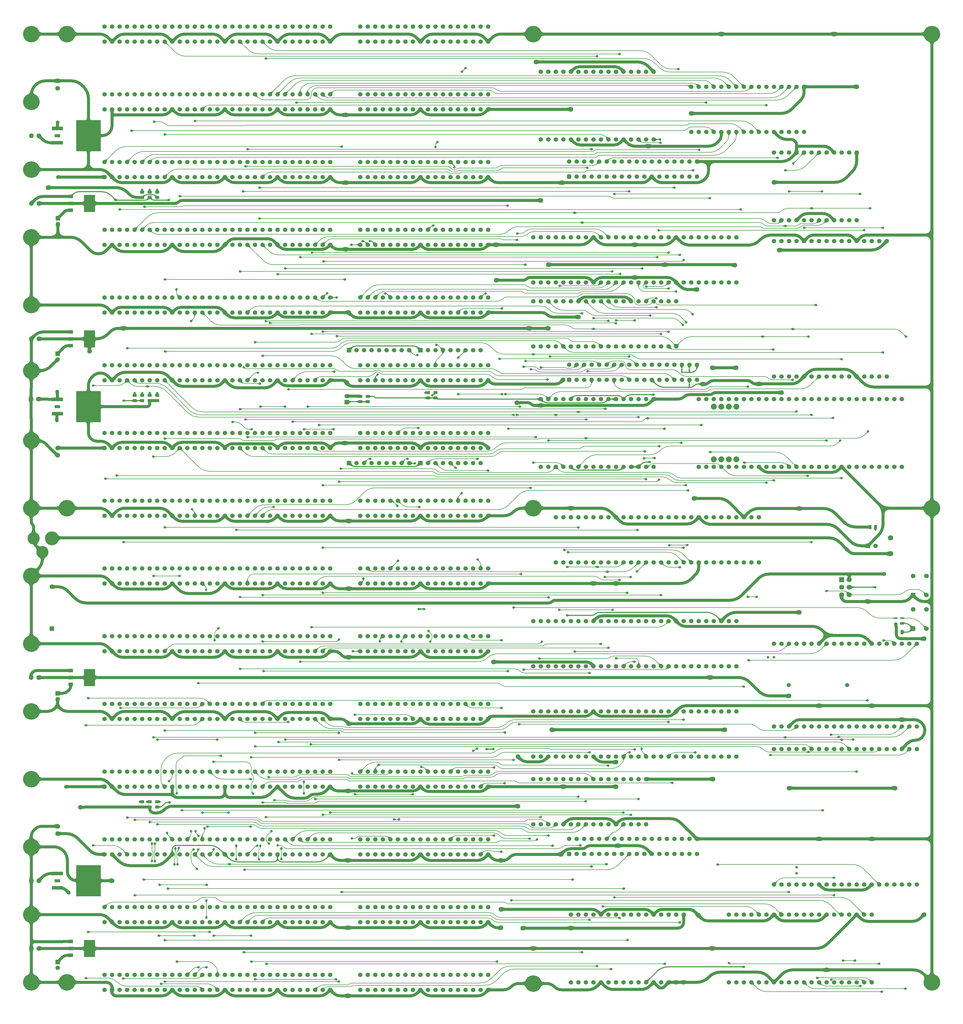
<source format=gtl>
%TF.GenerationSoftware,KiCad,Pcbnew,9.0.7-9.0.7~ubuntu24.04.1*%
%TF.CreationDate,2026-02-19T16:49:36+02:00*%
%TF.ProjectId,Mainboard Full,4d61696e-626f-4617-9264-2046756c6c2e,V0*%
%TF.SameCoordinates,Original*%
%TF.FileFunction,Copper,L1,Top*%
%TF.FilePolarity,Positive*%
%FSLAX46Y46*%
G04 Gerber Fmt 4.6, Leading zero omitted, Abs format (unit mm)*
G04 Created by KiCad (PCBNEW 9.0.7-9.0.7~ubuntu24.04.1) date 2026-02-19 16:49:36*
%MOMM*%
%LPD*%
G01*
G04 APERTURE LIST*
G04 Aperture macros list*
%AMRoundRect*
0 Rectangle with rounded corners*
0 $1 Rounding radius*
0 $2 $3 $4 $5 $6 $7 $8 $9 X,Y pos of 4 corners*
0 Add a 4 corners polygon primitive as box body*
4,1,4,$2,$3,$4,$5,$6,$7,$8,$9,$2,$3,0*
0 Add four circle primitives for the rounded corners*
1,1,$1+$1,$2,$3*
1,1,$1+$1,$4,$5*
1,1,$1+$1,$6,$7*
1,1,$1+$1,$8,$9*
0 Add four rect primitives between the rounded corners*
20,1,$1+$1,$2,$3,$4,$5,0*
20,1,$1+$1,$4,$5,$6,$7,0*
20,1,$1+$1,$6,$7,$8,$9,0*
20,1,$1+$1,$8,$9,$2,$3,0*%
G04 Aperture macros list end*
%TA.AperFunction,EtchedComponent*%
%ADD10C,0.000000*%
%TD*%
%TA.AperFunction,ComponentPad*%
%ADD11R,1.500000X1.500000*%
%TD*%
%TA.AperFunction,ComponentPad*%
%ADD12C,1.500000*%
%TD*%
%TA.AperFunction,SMDPad,CuDef*%
%ADD13R,1.500000X1.200000*%
%TD*%
%TA.AperFunction,SMDPad,CuDef*%
%ADD14R,3.810000X5.842000*%
%TD*%
%TA.AperFunction,SMDPad,CuDef*%
%ADD15RoundRect,0.250000X0.450000X-0.262500X0.450000X0.262500X-0.450000X0.262500X-0.450000X-0.262500X0*%
%TD*%
%TA.AperFunction,ComponentPad*%
%ADD16C,5.600000*%
%TD*%
%TA.AperFunction,ComponentPad*%
%ADD17RoundRect,0.375000X0.375000X0.375000X-0.375000X0.375000X-0.375000X-0.375000X0.375000X-0.375000X0*%
%TD*%
%TA.AperFunction,SMDPad,CuDef*%
%ADD18RoundRect,0.250000X0.250000X0.475000X-0.250000X0.475000X-0.250000X-0.475000X0.250000X-0.475000X0*%
%TD*%
%TA.AperFunction,SMDPad,CuDef*%
%ADD19RoundRect,0.250000X0.262500X0.450000X-0.262500X0.450000X-0.262500X-0.450000X0.262500X-0.450000X0*%
%TD*%
%TA.AperFunction,ComponentPad*%
%ADD20R,1.575000X1.575000*%
%TD*%
%TA.AperFunction,ComponentPad*%
%ADD21C,1.575000*%
%TD*%
%TA.AperFunction,ComponentPad*%
%ADD22C,4.700000*%
%TD*%
%TA.AperFunction,ComponentPad*%
%ADD23C,4.150000*%
%TD*%
%TA.AperFunction,ComponentPad*%
%ADD24C,1.600000*%
%TD*%
%TA.AperFunction,WasherPad*%
%ADD25C,0.900000*%
%TD*%
%TA.AperFunction,SMDPad,CuDef*%
%ADD26C,0.500000*%
%TD*%
%TA.AperFunction,SMDPad,CuDef*%
%ADD27R,3.750000X1.287000*%
%TD*%
%TA.AperFunction,SMDPad,CuDef*%
%ADD28R,1.890000X1.033000*%
%TD*%
%TA.AperFunction,SMDPad,CuDef*%
%ADD29R,8.300000X10.500000*%
%TD*%
%TA.AperFunction,WasherPad*%
%ADD30C,2.000000*%
%TD*%
%TA.AperFunction,SMDPad,CuDef*%
%ADD31R,1.310000X0.940000*%
%TD*%
%TA.AperFunction,SMDPad,CuDef*%
%ADD32R,1.310000X0.550000*%
%TD*%
%TA.AperFunction,WasherPad*%
%ADD33C,1.400000*%
%TD*%
%TA.AperFunction,ComponentPad*%
%ADD34C,1.800000*%
%TD*%
%TA.AperFunction,ComponentPad*%
%ADD35R,1.700000X1.700000*%
%TD*%
%TA.AperFunction,ComponentPad*%
%ADD36C,1.700000*%
%TD*%
%TA.AperFunction,ViaPad*%
%ADD37C,1.300000*%
%TD*%
%TA.AperFunction,ViaPad*%
%ADD38C,0.800000*%
%TD*%
%TA.AperFunction,ViaPad*%
%ADD39C,1.600000*%
%TD*%
%TA.AperFunction,Conductor*%
%ADD40C,1.000000*%
%TD*%
%TA.AperFunction,Conductor*%
%ADD41C,0.380000*%
%TD*%
%TA.AperFunction,Conductor*%
%ADD42C,0.200000*%
%TD*%
G04 APERTURE END LIST*
D10*
%TA.AperFunction,EtchedComponent*%
%TO.C,NT2*%
G36*
X197735000Y-121785000D02*
G01*
X197235000Y-121785000D01*
X197235000Y-120785000D01*
X197735000Y-120785000D01*
X197735000Y-121785000D01*
G37*
%TD.AperFunction*%
%TA.AperFunction,EtchedComponent*%
%TO.C,NT3*%
G36*
X195195000Y-116705000D02*
G01*
X194695000Y-116705000D01*
X194695000Y-115705000D01*
X195195000Y-115705000D01*
X195195000Y-116705000D01*
G37*
%TD.AperFunction*%
%TA.AperFunction,EtchedComponent*%
%TO.C,NT1*%
G36*
X197735000Y-116697000D02*
G01*
X197235000Y-116697000D01*
X197235000Y-115697000D01*
X197735000Y-115697000D01*
X197735000Y-116697000D01*
G37*
%TD.AperFunction*%
%TD*%
D11*
%TO.P,C1,1*%
%TO.N,/1.6V*%
X81788000Y-126746000D03*
D12*
%TO.P,C1,2*%
%TO.N,/GND*%
X81788000Y-124746000D03*
%TD*%
D13*
%TO.P,IC6,1,GND*%
%TO.N,/GND*%
X-11455000Y-57390000D03*
%TO.P,IC6,2,5.0VOut*%
%TO.N,/5V_{1}*%
X-11455000Y-59690000D03*
%TO.P,IC6,3,15VIn*%
%TO.N,/12V_{1}*%
X-11455000Y-61990000D03*
D14*
%TO.P,IC6,4,5.0VOut*%
%TO.N,/5V_{1}*%
X-5080000Y-59690000D03*
%TD*%
D15*
%TO.P,R6,1*%
%TO.N,/GND*%
X17780000Y-126285000D03*
%TO.P,R6,2*%
%TO.N,/MPU0 Identifier0*%
X17780000Y-124460000D03*
%TD*%
D16*
%TO.P,H21,1,GND*%
%TO.N,/GND*%
X144780000Y-322997100D03*
%TD*%
%TO.P,H6,1,GND*%
%TO.N,/GND*%
X-24765000Y-139700000D03*
%TD*%
D12*
%TO.P,MPU1 DEV17,A1,A1*%
%TO.N,/MPU1 ~{Reset}*%
X0Y-22860000D03*
%TO.P,MPU1 DEV17,A2,A2*%
%TO.N,unconnected-(MPU1 DEV17-PadA2)*%
X2540000Y-22860000D03*
%TO.P,MPU1 DEV17,A3,A3*%
%TO.N,unconnected-(MPU1 DEV17-PadA3)*%
X5080000Y-22860000D03*
%TO.P,MPU1 DEV17,A4,A4*%
%TO.N,/MPU1 AD0*%
X7620000Y-22860000D03*
%TO.P,MPU1 DEV17,A5,A5*%
%TO.N,/MPU1 AD1*%
X10160000Y-22860000D03*
%TO.P,MPU1 DEV17,A6,A6*%
%TO.N,/MPU1 AD2*%
X12700000Y-22860000D03*
%TO.P,MPU1 DEV17,A7,A7*%
%TO.N,/MPU1 AD3*%
X15240000Y-22860000D03*
%TO.P,MPU1 DEV17,A8,A8*%
%TO.N,/MPU1 AD4*%
X17780000Y-22860000D03*
%TO.P,MPU1 DEV17,A9,A9*%
%TO.N,/MPU1 AD5*%
X20320000Y-22860000D03*
%TO.P,MPU1 DEV17,A10,A10*%
%TO.N,/MPU1 AD6*%
X22860000Y-22860000D03*
%TO.P,MPU1 DEV17,A11,A11*%
%TO.N,/MPU1 AD7*%
X25400000Y-22860000D03*
%TO.P,MPU1 DEV17,A12,A12*%
%TO.N,/MPU1 AD8*%
X27940000Y-22860000D03*
%TO.P,MPU1 DEV17,A13,A13*%
%TO.N,/MPU1 AD9*%
X30480000Y-22860000D03*
%TO.P,MPU1 DEV17,A14,A14*%
%TO.N,/MPU1 AD10*%
X33020000Y-22860000D03*
%TO.P,MPU1 DEV17,A15,A15*%
%TO.N,/MPU1 AD11*%
X35560000Y-22860000D03*
%TO.P,MPU1 DEV17,A16,A16*%
%TO.N,/MPU1 AD12*%
X38100000Y-22860000D03*
%TO.P,MPU1 DEV17,A17,A17*%
%TO.N,/MPU1 AD13*%
X40640000Y-22860000D03*
%TO.P,MPU1 DEV17,A18,A18*%
%TO.N,/MPU1 AD14*%
X43180000Y-22860000D03*
%TO.P,MPU1 DEV17,A19,A19*%
%TO.N,/MPU1 AD15*%
X45720000Y-22860000D03*
%TO.P,MPU1 DEV17,A20,A20*%
%TO.N,/MPU1 AD16*%
X48260000Y-22860000D03*
%TO.P,MPU1 DEV17,A21,A21*%
%TO.N,/MPU1 DD7*%
X50800000Y-22860000D03*
%TO.P,MPU1 DEV17,A22,A22*%
%TO.N,/MPU1 DD6*%
X53340000Y-22860000D03*
%TO.P,MPU1 DEV17,A23,A23*%
%TO.N,/MPU1 DD5*%
X55880000Y-22860000D03*
%TO.P,MPU1 DEV17,A24,A24*%
%TO.N,/MPU1 DD4*%
X58420000Y-22860000D03*
%TO.P,MPU1 DEV17,A25,A25*%
%TO.N,/MPU1 DD3*%
X60960000Y-22860000D03*
%TO.P,MPU1 DEV17,A26,A26*%
%TO.N,/MPU1 DD2*%
X63500000Y-22860000D03*
%TO.P,MPU1 DEV17,A27,A27*%
%TO.N,/MPU1 DD1*%
X66040000Y-22860000D03*
%TO.P,MPU1 DEV17,A28,A28*%
%TO.N,/MPU1 DD0*%
X68580000Y-22860000D03*
%TO.P,MPU1 DEV17,A29,A29*%
%TO.N,/MPU1 HD2*%
X71120000Y-22860000D03*
%TO.P,MPU1 DEV17,A30,A30*%
%TO.N,/MPU1 HD1*%
X73660000Y-22860000D03*
%TO.P,MPU1 DEV17,A31,A31*%
%TO.N,/MPU1 HD0*%
X76200000Y-22860000D03*
%TO.P,MPU1 DEV17,B1,B1*%
%TO.N,/12V_{1}*%
X0Y-27940000D03*
%TO.P,MPU1 DEV17,B2,B2*%
%TO.N,/GND*%
X2540000Y-27940000D03*
%TO.P,MPU1 DEV17,B3,B3*%
%TO.N,/MPU1 CLK*%
X5080000Y-27940000D03*
%TO.P,MPU1 DEV17,B4,B4*%
%TO.N,unconnected-(MPU1 DEV17-PadB4)*%
X7620000Y-27940000D03*
%TO.P,MPU1 DEV17,B5,B5*%
%TO.N,unconnected-(MPU1 DEV17-PadB5)*%
X10160000Y-27940000D03*
%TO.P,MPU1 DEV17,B6,B6*%
%TO.N,unconnected-(MPU1 DEV17-PadB6)*%
X12700000Y-27940000D03*
%TO.P,MPU1 DEV17,B7,B7*%
%TO.N,unconnected-(MPU1 DEV17-PadB7)*%
X15240000Y-27940000D03*
%TO.P,MPU1 DEV17,B8,B8*%
%TO.N,unconnected-(MPU1 DEV17-PadB8)*%
X17780000Y-27940000D03*
%TO.P,MPU1 DEV17,B9,B9*%
%TO.N,/MPU1 ~{Main}17*%
X20320000Y-27940000D03*
%TO.P,MPU1 DEV17,B10,B10*%
%TO.N,/GND*%
X22860000Y-27940000D03*
%TO.P,MPU1 DEV17,B11,B11*%
%TO.N,/MPU1 ~{Main Slot}*%
X25400000Y-27940000D03*
%TO.P,MPU1 DEV17,B12,B12*%
%TO.N,unconnected-(MPU1 DEV17-PadB12)*%
X27940000Y-27940000D03*
%TO.P,MPU1 DEV17,B13,B13*%
%TO.N,/MPU1 D~{RD}*%
X30480000Y-27940000D03*
%TO.P,MPU1 DEV17,B14,B14*%
%TO.N,/MPU1 D~{WD}*%
X33020000Y-27940000D03*
%TO.P,MPU1 DEV17,B15,B15*%
%TO.N,/MPU1 DCLK*%
X35560000Y-27940000D03*
%TO.P,MPU1 DEV17,B16,B16*%
%TO.N,/MPU1 D~{CLK}*%
X38100000Y-27940000D03*
%TO.P,MPU1 DEV17,B17,B17*%
%TO.N,/GND*%
X40640000Y-27940000D03*
%TO.P,MPU1 DEV17,B18,B18*%
%TO.N,unconnected-(MPU1 DEV17-PadB18)*%
X43180000Y-27940000D03*
%TO.P,MPU1 DEV17,B19,B19*%
%TO.N,/~{Interrupt} MPU1 DEV17*%
X45720000Y-27940000D03*
%TO.P,MPU1 DEV17,B20,B20*%
%TO.N,/~{Reset} MPU1 DEV17*%
X48260000Y-27940000D03*
%TO.P,MPU1 DEV17,B21,B21*%
%TO.N,/~{Select} MPU1 DEV17*%
X50800000Y-27940000D03*
%TO.P,MPU1 DEV17,B22,B22*%
%TO.N,/~{Enable} MPU1 DEV17*%
X53340000Y-27940000D03*
%TO.P,MPU1 DEV17,B23,B23*%
%TO.N,unconnected-(MPU1 DEV17-PadB23)*%
X55880000Y-27940000D03*
%TO.P,MPU1 DEV17,B24,B24*%
%TO.N,/GND*%
X58420000Y-27940000D03*
%TO.P,MPU1 DEV17,B25,B25*%
%TO.N,unconnected-(MPU1 DEV17-PadB25)*%
X60960000Y-27940000D03*
%TO.P,MPU1 DEV17,B26,B26*%
%TO.N,unconnected-(MPU1 DEV17-PadB26)*%
X63500000Y-27940000D03*
%TO.P,MPU1 DEV17,B27,B27*%
%TO.N,unconnected-(MPU1 DEV17-PadB27)*%
X66040000Y-27940000D03*
%TO.P,MPU1 DEV17,B28,B28*%
%TO.N,unconnected-(MPU1 DEV17-PadB28)*%
X68580000Y-27940000D03*
%TO.P,MPU1 DEV17,B29,B29*%
%TO.N,unconnected-(MPU1 DEV17-PadB29)*%
X71120000Y-27940000D03*
%TO.P,MPU1 DEV17,B30,B30*%
%TO.N,unconnected-(MPU1 DEV17-PadB30)*%
X73660000Y-27940000D03*
%TO.P,MPU1 DEV17,B31,B31*%
%TO.N,/GND*%
X76200000Y-27940000D03*
%TO.P,MPU1 DEV17,C1,C1*%
%TO.N,/AM23*%
X86360000Y-22860000D03*
%TO.P,MPU1 DEV17,C2,C2*%
%TO.N,/AM22*%
X88900000Y-22860000D03*
%TO.P,MPU1 DEV17,C3,C3*%
%TO.N,/AM21*%
X91440000Y-22860000D03*
%TO.P,MPU1 DEV17,C4,C4*%
%TO.N,/AM20*%
X93980000Y-22860000D03*
%TO.P,MPU1 DEV17,C5,C5*%
%TO.N,/AM19*%
X96520000Y-22860000D03*
%TO.P,MPU1 DEV17,C6,C6*%
%TO.N,/AM18*%
X99060000Y-22860000D03*
%TO.P,MPU1 DEV17,C7,C7*%
%TO.N,/AM17*%
X101600000Y-22860000D03*
%TO.P,MPU1 DEV17,C8,C8*%
%TO.N,/AM16*%
X104140000Y-22860000D03*
%TO.P,MPU1 DEV17,C9,C9*%
%TO.N,/AM15*%
X106680000Y-22860000D03*
%TO.P,MPU1 DEV17,C10,C10*%
%TO.N,/AM14*%
X109220000Y-22860000D03*
%TO.P,MPU1 DEV17,C11,C11*%
%TO.N,/AM13*%
X111760000Y-22860000D03*
%TO.P,MPU1 DEV17,C12,C12*%
%TO.N,/AM12*%
X114300000Y-22860000D03*
%TO.P,MPU1 DEV17,C13,C13*%
%TO.N,/AM11*%
X116840000Y-22860000D03*
%TO.P,MPU1 DEV17,C14,C14*%
%TO.N,/AM10*%
X119380000Y-22860000D03*
%TO.P,MPU1 DEV17,C15,C15*%
%TO.N,/AM9*%
X121920000Y-22860000D03*
%TO.P,MPU1 DEV17,C16,C16*%
%TO.N,/AM8*%
X124460000Y-22860000D03*
%TO.P,MPU1 DEV17,C17,C17*%
%TO.N,/AM7*%
X127000000Y-22860000D03*
%TO.P,MPU1 DEV17,C18,C18*%
%TO.N,/AM6*%
X129540000Y-22860000D03*
%TO.P,MPU1 DEV17,D1,D1*%
%TO.N,/DM7*%
X86360000Y-27940000D03*
%TO.P,MPU1 DEV17,D2,D2*%
%TO.N,/DM6*%
X88900000Y-27940000D03*
%TO.P,MPU1 DEV17,D3,D3*%
%TO.N,/DM5*%
X91440000Y-27940000D03*
%TO.P,MPU1 DEV17,D4,D4*%
%TO.N,/DM4*%
X93980000Y-27940000D03*
%TO.P,MPU1 DEV17,D5,D5*%
%TO.N,/DM3*%
X96520000Y-27940000D03*
%TO.P,MPU1 DEV17,D6,D6*%
%TO.N,/DM2*%
X99060000Y-27940000D03*
%TO.P,MPU1 DEV17,D7,D7*%
%TO.N,/DM1*%
X101600000Y-27940000D03*
%TO.P,MPU1 DEV17,D8,D8*%
%TO.N,/DM0*%
X104140000Y-27940000D03*
%TO.P,MPU1 DEV17,D9,D9*%
%TO.N,/GND*%
X106680000Y-27940000D03*
%TO.P,MPU1 DEV17,D10,D10*%
%TO.N,/~{Main RD}*%
X109220000Y-27940000D03*
%TO.P,MPU1 DEV17,D11,D11*%
%TO.N,/~{Main WD}*%
X111760000Y-27940000D03*
%TO.P,MPU1 DEV17,D12,D12*%
%TO.N,/AM5*%
X114300000Y-27940000D03*
%TO.P,MPU1 DEV17,D13,D13*%
%TO.N,/AM4*%
X116840000Y-27940000D03*
%TO.P,MPU1 DEV17,D14,D14*%
%TO.N,/AM3*%
X119380000Y-27940000D03*
%TO.P,MPU1 DEV17,D15,D15*%
%TO.N,/AM2*%
X121920000Y-27940000D03*
%TO.P,MPU1 DEV17,D16,D16*%
%TO.N,/AM1*%
X124460000Y-27940000D03*
%TO.P,MPU1 DEV17,D17,D17*%
%TO.N,/AM0*%
X127000000Y-27940000D03*
%TO.P,MPU1 DEV17,D18,D18*%
%TO.N,/GND*%
X129540000Y-27940000D03*
%TD*%
D16*
%TO.P,H20,1,GND*%
%TO.N,/GND*%
X279400000Y-162560000D03*
%TD*%
%TO.P,H16,1,GND*%
%TO.N,/GND*%
X-24765000Y-299720000D03*
%TD*%
D17*
%TO.P,MPD0,1,1*%
%TO.N,unconnected-(MPD0-Pad1)*%
X156845000Y-119253000D03*
D12*
%TO.P,MPD0,2,2*%
%TO.N,/GND*%
X156845000Y-114173000D03*
%TO.P,MPD0,3,3*%
%TO.N,/~{Interrupt} MPU0 DEV2*%
X159385000Y-119253000D03*
%TO.P,MPD0,4,4*%
%TO.N,/~{Reset} MPU0 DEV19*%
X159385000Y-114173000D03*
%TO.P,MPD0,5,5*%
%TO.N,/~{Interrupt} MPU0 DEV3*%
X161925000Y-119253000D03*
%TO.P,MPD0,6,6*%
%TO.N,/~{Reset} MPU0 DEV18*%
X161925000Y-114173000D03*
%TO.P,MPD0,7,7*%
%TO.N,/~{Interrupt} MPU0 DEV4*%
X164465000Y-119253000D03*
%TO.P,MPD0,8,8*%
%TO.N,/~{Reset} MPU0 DEV17*%
X164465000Y-114173000D03*
%TO.P,MPD0,9,9*%
%TO.N,/~{Interrupt} MPU0 DEV5*%
X167005000Y-119253000D03*
%TO.P,MPD0,10,10*%
%TO.N,/~{Reset} MPU0 DEV16*%
X167005000Y-114173000D03*
%TO.P,MPD0,11,11*%
%TO.N,/~{Interrupt} MPU0 DEV6*%
X169545000Y-119253000D03*
%TO.P,MPD0,12,12*%
%TO.N,/~{Reset} MPU0 DEV7*%
X169545000Y-114173000D03*
%TO.P,MPD0,13,13*%
%TO.N,/~{Interrupt} MPU0 DEV7*%
X172085000Y-119253000D03*
%TO.P,MPD0,14,14*%
%TO.N,/~{Reset} MPU0 DEV6*%
X172085000Y-114173000D03*
%TO.P,MPD0,15,15*%
%TO.N,/~{Interrupt} MPU0 DEV16*%
X174625000Y-119253000D03*
%TO.P,MPD0,16,16*%
%TO.N,/~{Reset} MPU0 DEV5*%
X174625000Y-114173000D03*
%TO.P,MPD0,17,17*%
%TO.N,/~{Interrupt} MPU0 DEV17*%
X177165000Y-119253000D03*
%TO.P,MPD0,18,18*%
%TO.N,/~{Reset} MPU0 DEV4*%
X177165000Y-114173000D03*
%TO.P,MPD0,19,19*%
%TO.N,/~{Interrupt} MPU0 DEV18*%
X179705000Y-119253000D03*
%TO.P,MPD0,20,20*%
%TO.N,/~{Reset} MPU0 DEV3*%
X179705000Y-114173000D03*
%TO.P,MPD0,21,21*%
%TO.N,/~{Interrupt} MPU0 DEV19*%
X182245000Y-119253000D03*
%TO.P,MPD0,22,22*%
%TO.N,unconnected-(MPD0-Pad22)*%
X182245000Y-114173000D03*
%TO.P,MPD0,23,23*%
%TO.N,/GND*%
X184785000Y-119253000D03*
%TO.P,MPD0,24,24*%
%TO.N,unconnected-(MPD0-Pad24)*%
X184785000Y-114173000D03*
%TO.P,MPD0,25,25*%
%TO.N,/~{Enable} MPU0 DEV19*%
X187325000Y-119253000D03*
%TO.P,MPD0,26,26*%
%TO.N,/~{Enable} MPU0 DEV5*%
X187325000Y-114173000D03*
%TO.P,MPD0,27,27*%
%TO.N,/~{Enable} MPU0 DEV18*%
X189865000Y-119253000D03*
%TO.P,MPD0,28,28*%
%TO.N,/~{Enable} MPU0 DEV4*%
X189865000Y-114173000D03*
%TO.P,MPD0,29,29*%
%TO.N,/~{Enable} MPU0 DEV17*%
X192405000Y-119253000D03*
%TO.P,MPD0,30,30*%
%TO.N,/~{Enable} MPU0 DEV3*%
X192405000Y-114173000D03*
%TO.P,MPD0,31,31*%
%TO.N,/~{Enable} MPU0 DEV16*%
X194945000Y-119253000D03*
%TO.P,MPD0,32,32*%
%TO.N,/~{Enable} MPU0 DEV2*%
X194945000Y-114173000D03*
%TO.P,MPD0,33,33*%
%TO.N,/~{Enable} MPU0 DEV7*%
X197485000Y-119253000D03*
%TO.P,MPD0,34,34*%
%TO.N,/~{Enable} MPU0 DEV1*%
X197485000Y-114173000D03*
%TO.P,MPD0,35,35*%
%TO.N,/~{Enable} MPU0 DEV6*%
X200025000Y-119253000D03*
%TO.P,MPD0,36,36*%
%TO.N,/GND*%
X200025000Y-114173000D03*
%TD*%
D16*
%TO.P,H18,1,GND*%
%TO.N,/GND*%
X144780000Y-162560000D03*
%TD*%
D12*
%TO.P,MPU1 DEV16,A1,A1*%
%TO.N,/MPU1 ~{Reset}*%
X0Y0D03*
%TO.P,MPU1 DEV16,A2,A2*%
%TO.N,unconnected-(MPU1 DEV16-PadA2)*%
X2540000Y0D03*
%TO.P,MPU1 DEV16,A3,A3*%
%TO.N,unconnected-(MPU1 DEV16-PadA3)*%
X5080000Y0D03*
%TO.P,MPU1 DEV16,A4,A4*%
%TO.N,/MPU1 AD0*%
X7620000Y0D03*
%TO.P,MPU1 DEV16,A5,A5*%
%TO.N,/MPU1 AD1*%
X10160000Y0D03*
%TO.P,MPU1 DEV16,A6,A6*%
%TO.N,/MPU1 AD2*%
X12700000Y0D03*
%TO.P,MPU1 DEV16,A7,A7*%
%TO.N,/MPU1 AD3*%
X15240000Y0D03*
%TO.P,MPU1 DEV16,A8,A8*%
%TO.N,/MPU1 AD4*%
X17780000Y0D03*
%TO.P,MPU1 DEV16,A9,A9*%
%TO.N,/MPU1 AD5*%
X20320000Y0D03*
%TO.P,MPU1 DEV16,A10,A10*%
%TO.N,/MPU1 AD6*%
X22860000Y0D03*
%TO.P,MPU1 DEV16,A11,A11*%
%TO.N,/MPU1 AD7*%
X25400000Y0D03*
%TO.P,MPU1 DEV16,A12,A12*%
%TO.N,/MPU1 AD8*%
X27940000Y0D03*
%TO.P,MPU1 DEV16,A13,A13*%
%TO.N,/MPU1 AD9*%
X30480000Y0D03*
%TO.P,MPU1 DEV16,A14,A14*%
%TO.N,/MPU1 AD10*%
X33020000Y0D03*
%TO.P,MPU1 DEV16,A15,A15*%
%TO.N,/MPU1 AD11*%
X35560000Y0D03*
%TO.P,MPU1 DEV16,A16,A16*%
%TO.N,/MPU1 AD12*%
X38100000Y0D03*
%TO.P,MPU1 DEV16,A17,A17*%
%TO.N,/MPU1 AD13*%
X40640000Y0D03*
%TO.P,MPU1 DEV16,A18,A18*%
%TO.N,/MPU1 AD14*%
X43180000Y0D03*
%TO.P,MPU1 DEV16,A19,A19*%
%TO.N,/MPU1 AD15*%
X45720000Y0D03*
%TO.P,MPU1 DEV16,A20,A20*%
%TO.N,/MPU1 AD16*%
X48260000Y0D03*
%TO.P,MPU1 DEV16,A21,A21*%
%TO.N,/MPU1 DD7*%
X50800000Y0D03*
%TO.P,MPU1 DEV16,A22,A22*%
%TO.N,/MPU1 DD6*%
X53340000Y0D03*
%TO.P,MPU1 DEV16,A23,A23*%
%TO.N,/MPU1 DD5*%
X55880000Y0D03*
%TO.P,MPU1 DEV16,A24,A24*%
%TO.N,/MPU1 DD4*%
X58420000Y0D03*
%TO.P,MPU1 DEV16,A25,A25*%
%TO.N,/MPU1 DD3*%
X60960000Y0D03*
%TO.P,MPU1 DEV16,A26,A26*%
%TO.N,/MPU1 DD2*%
X63500000Y0D03*
%TO.P,MPU1 DEV16,A27,A27*%
%TO.N,/MPU1 DD1*%
X66040000Y0D03*
%TO.P,MPU1 DEV16,A28,A28*%
%TO.N,/MPU1 DD0*%
X68580000Y0D03*
%TO.P,MPU1 DEV16,A29,A29*%
%TO.N,/MPU1 HD2*%
X71120000Y0D03*
%TO.P,MPU1 DEV16,A30,A30*%
%TO.N,/MPU1 HD1*%
X73660000Y0D03*
%TO.P,MPU1 DEV16,A31,A31*%
%TO.N,/MPU1 HD0*%
X76200000Y0D03*
%TO.P,MPU1 DEV16,B1,B1*%
%TO.N,/12V_{1}*%
X0Y-5080000D03*
%TO.P,MPU1 DEV16,B2,B2*%
%TO.N,/GND*%
X2540000Y-5080000D03*
%TO.P,MPU1 DEV16,B3,B3*%
%TO.N,/MPU1 CLK*%
X5080000Y-5080000D03*
%TO.P,MPU1 DEV16,B4,B4*%
%TO.N,unconnected-(MPU1 DEV16-PadB4)*%
X7620000Y-5080000D03*
%TO.P,MPU1 DEV16,B5,B5*%
%TO.N,unconnected-(MPU1 DEV16-PadB5)*%
X10160000Y-5080000D03*
%TO.P,MPU1 DEV16,B6,B6*%
%TO.N,unconnected-(MPU1 DEV16-PadB6)*%
X12700000Y-5080000D03*
%TO.P,MPU1 DEV16,B7,B7*%
%TO.N,unconnected-(MPU1 DEV16-PadB7)*%
X15240000Y-5080000D03*
%TO.P,MPU1 DEV16,B8,B8*%
%TO.N,unconnected-(MPU1 DEV16-PadB8)*%
X17780000Y-5080000D03*
%TO.P,MPU1 DEV16,B9,B9*%
%TO.N,/MPU1 ~{Main}16*%
X20320000Y-5080000D03*
%TO.P,MPU1 DEV16,B10,B10*%
%TO.N,/GND*%
X22860000Y-5080000D03*
%TO.P,MPU1 DEV16,B11,B11*%
%TO.N,/MPU1 ~{Main Slot}*%
X25400000Y-5080000D03*
%TO.P,MPU1 DEV16,B12,B12*%
%TO.N,unconnected-(MPU1 DEV16-PadB12)*%
X27940000Y-5080000D03*
%TO.P,MPU1 DEV16,B13,B13*%
%TO.N,/MPU1 D~{RD}*%
X30480000Y-5080000D03*
%TO.P,MPU1 DEV16,B14,B14*%
%TO.N,/MPU1 D~{WD}*%
X33020000Y-5080000D03*
%TO.P,MPU1 DEV16,B15,B15*%
%TO.N,/MPU1 DCLK*%
X35560000Y-5080000D03*
%TO.P,MPU1 DEV16,B16,B16*%
%TO.N,/MPU1 D~{CLK}*%
X38100000Y-5080000D03*
%TO.P,MPU1 DEV16,B17,B17*%
%TO.N,/GND*%
X40640000Y-5080000D03*
%TO.P,MPU1 DEV16,B18,B18*%
%TO.N,unconnected-(MPU1 DEV16-PadB18)*%
X43180000Y-5080000D03*
%TO.P,MPU1 DEV16,B19,B19*%
%TO.N,/~{Interrupt} MPU1 DEV16*%
X45720000Y-5080000D03*
%TO.P,MPU1 DEV16,B20,B20*%
%TO.N,/~{Reset} MPU1 DEV16*%
X48260000Y-5080000D03*
%TO.P,MPU1 DEV16,B21,B21*%
%TO.N,/~{Select} MPU1 DEV16*%
X50800000Y-5080000D03*
%TO.P,MPU1 DEV16,B22,B22*%
%TO.N,/~{Enable} MPU1 DEV16*%
X53340000Y-5080000D03*
%TO.P,MPU1 DEV16,B23,B23*%
%TO.N,unconnected-(MPU1 DEV16-PadB23)*%
X55880000Y-5080000D03*
%TO.P,MPU1 DEV16,B24,B24*%
%TO.N,/GND*%
X58420000Y-5080000D03*
%TO.P,MPU1 DEV16,B25,B25*%
%TO.N,unconnected-(MPU1 DEV16-PadB25)*%
X60960000Y-5080000D03*
%TO.P,MPU1 DEV16,B26,B26*%
%TO.N,unconnected-(MPU1 DEV16-PadB26)*%
X63500000Y-5080000D03*
%TO.P,MPU1 DEV16,B27,B27*%
%TO.N,unconnected-(MPU1 DEV16-PadB27)*%
X66040000Y-5080000D03*
%TO.P,MPU1 DEV16,B28,B28*%
%TO.N,unconnected-(MPU1 DEV16-PadB28)*%
X68580000Y-5080000D03*
%TO.P,MPU1 DEV16,B29,B29*%
%TO.N,unconnected-(MPU1 DEV16-PadB29)*%
X71120000Y-5080000D03*
%TO.P,MPU1 DEV16,B30,B30*%
%TO.N,unconnected-(MPU1 DEV16-PadB30)*%
X73660000Y-5080000D03*
%TO.P,MPU1 DEV16,B31,B31*%
%TO.N,/GND*%
X76200000Y-5080000D03*
%TO.P,MPU1 DEV16,C1,C1*%
%TO.N,/AM23*%
X86360000Y0D03*
%TO.P,MPU1 DEV16,C2,C2*%
%TO.N,/AM22*%
X88900000Y0D03*
%TO.P,MPU1 DEV16,C3,C3*%
%TO.N,/AM21*%
X91440000Y0D03*
%TO.P,MPU1 DEV16,C4,C4*%
%TO.N,/AM20*%
X93980000Y0D03*
%TO.P,MPU1 DEV16,C5,C5*%
%TO.N,/AM19*%
X96520000Y0D03*
%TO.P,MPU1 DEV16,C6,C6*%
%TO.N,/AM18*%
X99060000Y0D03*
%TO.P,MPU1 DEV16,C7,C7*%
%TO.N,/AM17*%
X101600000Y0D03*
%TO.P,MPU1 DEV16,C8,C8*%
%TO.N,/AM16*%
X104140000Y0D03*
%TO.P,MPU1 DEV16,C9,C9*%
%TO.N,/AM15*%
X106680000Y0D03*
%TO.P,MPU1 DEV16,C10,C10*%
%TO.N,/AM14*%
X109220000Y0D03*
%TO.P,MPU1 DEV16,C11,C11*%
%TO.N,/AM13*%
X111760000Y0D03*
%TO.P,MPU1 DEV16,C12,C12*%
%TO.N,/AM12*%
X114300000Y0D03*
%TO.P,MPU1 DEV16,C13,C13*%
%TO.N,/AM11*%
X116840000Y0D03*
%TO.P,MPU1 DEV16,C14,C14*%
%TO.N,/AM10*%
X119380000Y0D03*
%TO.P,MPU1 DEV16,C15,C15*%
%TO.N,/AM9*%
X121920000Y0D03*
%TO.P,MPU1 DEV16,C16,C16*%
%TO.N,/AM8*%
X124460000Y0D03*
%TO.P,MPU1 DEV16,C17,C17*%
%TO.N,/AM7*%
X127000000Y0D03*
%TO.P,MPU1 DEV16,C18,C18*%
%TO.N,/AM6*%
X129540000Y0D03*
%TO.P,MPU1 DEV16,D1,D1*%
%TO.N,/DM7*%
X86360000Y-5080000D03*
%TO.P,MPU1 DEV16,D2,D2*%
%TO.N,/DM6*%
X88900000Y-5080000D03*
%TO.P,MPU1 DEV16,D3,D3*%
%TO.N,/DM5*%
X91440000Y-5080000D03*
%TO.P,MPU1 DEV16,D4,D4*%
%TO.N,/DM4*%
X93980000Y-5080000D03*
%TO.P,MPU1 DEV16,D5,D5*%
%TO.N,/DM3*%
X96520000Y-5080000D03*
%TO.P,MPU1 DEV16,D6,D6*%
%TO.N,/DM2*%
X99060000Y-5080000D03*
%TO.P,MPU1 DEV16,D7,D7*%
%TO.N,/DM1*%
X101600000Y-5080000D03*
%TO.P,MPU1 DEV16,D8,D8*%
%TO.N,/DM0*%
X104140000Y-5080000D03*
%TO.P,MPU1 DEV16,D9,D9*%
%TO.N,/GND*%
X106680000Y-5080000D03*
%TO.P,MPU1 DEV16,D10,D10*%
%TO.N,/~{Main RD}*%
X109220000Y-5080000D03*
%TO.P,MPU1 DEV16,D11,D11*%
%TO.N,/~{Main WD}*%
X111760000Y-5080000D03*
%TO.P,MPU1 DEV16,D12,D12*%
%TO.N,/AM5*%
X114300000Y-5080000D03*
%TO.P,MPU1 DEV16,D13,D13*%
%TO.N,/AM4*%
X116840000Y-5080000D03*
%TO.P,MPU1 DEV16,D14,D14*%
%TO.N,/AM3*%
X119380000Y-5080000D03*
%TO.P,MPU1 DEV16,D15,D15*%
%TO.N,/AM2*%
X121920000Y-5080000D03*
%TO.P,MPU1 DEV16,D16,D16*%
%TO.N,/AM1*%
X124460000Y-5080000D03*
%TO.P,MPU1 DEV16,D17,D17*%
%TO.N,/AM0*%
X127000000Y-5080000D03*
%TO.P,MPU1 DEV16,D18,D18*%
%TO.N,/GND*%
X129540000Y-5080000D03*
%TD*%
%TO.P,B14,1,5V*%
%TO.N,/5V_{7}*%
X198120000Y-35560000D03*
%TO.P,B14,2,~{Device_Select}*%
%TO.N,/~{Select} MPU1 DEV7*%
X200660000Y-35560000D03*
%TO.P,B14,3,A0*%
%TO.N,/MPU1 AD0*%
X203200000Y-35560000D03*
%TO.P,B14,4,A1*%
%TO.N,/MPU1 AD1*%
X205740000Y-35560000D03*
%TO.P,B14,5,GND*%
%TO.N,/GND*%
X208280000Y-35560000D03*
%TO.P,B14,6,A2*%
%TO.N,/MPU1 AD2*%
X210820000Y-35560000D03*
%TO.P,B14,7,A3*%
%TO.N,/MPU1 AD3*%
X213360000Y-35560000D03*
%TO.P,B14,8,A4*%
%TO.N,/MPU1 AD4*%
X215900000Y-35560000D03*
%TO.P,B14,9,N.C.*%
%TO.N,unconnected-(B14-N.C.-Pad9)*%
X218440000Y-35560000D03*
%TO.P,B14,10,~{RD}*%
%TO.N,/MPU1 D~{RD}*%
X220980000Y-35560000D03*
%TO.P,B14,11,~{WD}*%
%TO.N,/MPU1 D~{WD}*%
X223520000Y-35560000D03*
%TO.P,B14,12,GND*%
%TO.N,/GND*%
X226060000Y-35560000D03*
%TO.P,B14,13,~{Device_Reset}*%
%TO.N,/~{Reset} MPU1 DEV7*%
X228600000Y-35560000D03*
%TO.P,B14,14,N.C.*%
%TO.N,unconnected-(B14-N.C.-Pad14)*%
X231140000Y-35560000D03*
%TO.P,B14,15,N.C.*%
%TO.N,unconnected-(B14-N.C.-Pad15)*%
X233680000Y-35560000D03*
%TO.P,B14,16,N.C.*%
%TO.N,unconnected-(B14-N.C.-Pad16)*%
X236220000Y-35560000D03*
%TO.P,B14,17,5V*%
%TO.N,/5V_{7}*%
X236220000Y-20320000D03*
%TO.P,B14,18,H2*%
%TO.N,/MPU1 HD2*%
X233680000Y-20320000D03*
%TO.P,B14,19,H1*%
%TO.N,/MPU1 HD1*%
X231140000Y-20320000D03*
%TO.P,B14,20,H0*%
%TO.N,/MPU1 HD0*%
X228600000Y-20320000D03*
%TO.P,B14,21,GND*%
%TO.N,/GND*%
X226060000Y-20320000D03*
%TO.P,B14,22,N.C.*%
%TO.N,unconnected-(B14-N.C.-Pad22)*%
X223520000Y-20320000D03*
%TO.P,B14,23,~{MPU0_IRQ_{out}}*%
%TO.N,/MPU0_IRQ1*%
X220980000Y-20320000D03*
%TO.P,B14,24,D7*%
%TO.N,/MPU1 DD7*%
X218440000Y-20320000D03*
%TO.P,B14,25,D6*%
%TO.N,/MPU1 DD6*%
X215900000Y-20320000D03*
%TO.P,B14,26,D5*%
%TO.N,/MPU1 DD5*%
X213360000Y-20320000D03*
%TO.P,B14,27,D4*%
%TO.N,/MPU1 DD4*%
X210820000Y-20320000D03*
%TO.P,B14,28,GND*%
%TO.N,/GND*%
X208280000Y-20320000D03*
%TO.P,B14,29,D3*%
%TO.N,/MPU1 DD3*%
X205740000Y-20320000D03*
%TO.P,B14,30,D2*%
%TO.N,/MPU1 DD2*%
X203200000Y-20320000D03*
%TO.P,B14,31,D1*%
%TO.N,/MPU1 DD1*%
X200660000Y-20320000D03*
%TO.P,B14,32,D0*%
%TO.N,/MPU1 DD0*%
X198120000Y-20320000D03*
%TD*%
D18*
%TO.P,C16,1*%
%TO.N,/GND*%
X269295500Y-204395000D03*
%TO.P,C16,2*%
%TO.N,/5V_{7}*%
X267395500Y-204395000D03*
%TD*%
D12*
%TO.P,MPU2 DEV16,A1,A1*%
%TO.N,/MPU2 ~{Reset}*%
X0Y-297180000D03*
%TO.P,MPU2 DEV16,A2,A2*%
%TO.N,unconnected-(MPU2 DEV16-PadA2)*%
X2540000Y-297180000D03*
%TO.P,MPU2 DEV16,A3,A3*%
%TO.N,unconnected-(MPU2 DEV16-PadA3)*%
X5080000Y-297180000D03*
%TO.P,MPU2 DEV16,A4,A4*%
%TO.N,/MPU2 AD0*%
X7620000Y-297180000D03*
%TO.P,MPU2 DEV16,A5,A5*%
%TO.N,/MPU2 AD1*%
X10160000Y-297180000D03*
%TO.P,MPU2 DEV16,A6,A6*%
%TO.N,/MPU2 AD2*%
X12700000Y-297180000D03*
%TO.P,MPU2 DEV16,A7,A7*%
%TO.N,/MPU2 AD3*%
X15240000Y-297180000D03*
%TO.P,MPU2 DEV16,A8,A8*%
%TO.N,/MPU2 AD4*%
X17780000Y-297180000D03*
%TO.P,MPU2 DEV16,A9,A9*%
%TO.N,/MPU2 AD5*%
X20320000Y-297180000D03*
%TO.P,MPU2 DEV16,A10,A10*%
%TO.N,/MPU2 AD6*%
X22860000Y-297180000D03*
%TO.P,MPU2 DEV16,A11,A11*%
%TO.N,/MPU2 AD7*%
X25400000Y-297180000D03*
%TO.P,MPU2 DEV16,A12,A12*%
%TO.N,/MPU2 AD8*%
X27940000Y-297180000D03*
%TO.P,MPU2 DEV16,A13,A13*%
%TO.N,/MPU2 AD9*%
X30480000Y-297180000D03*
%TO.P,MPU2 DEV16,A14,A14*%
%TO.N,/MPU2 AD10*%
X33020000Y-297180000D03*
%TO.P,MPU2 DEV16,A15,A15*%
%TO.N,/MPU2 AD11*%
X35560000Y-297180000D03*
%TO.P,MPU2 DEV16,A16,A16*%
%TO.N,/MPU2 AD12*%
X38100000Y-297180000D03*
%TO.P,MPU2 DEV16,A17,A17*%
%TO.N,/MPU2 AD13*%
X40640000Y-297180000D03*
%TO.P,MPU2 DEV16,A18,A18*%
%TO.N,/MPU2 AD14*%
X43180000Y-297180000D03*
%TO.P,MPU2 DEV16,A19,A19*%
%TO.N,/MPU2 AD15*%
X45720000Y-297180000D03*
%TO.P,MPU2 DEV16,A20,A20*%
%TO.N,/MPU2 AD16*%
X48260000Y-297180000D03*
%TO.P,MPU2 DEV16,A21,A21*%
%TO.N,/MPU2 DD7*%
X50800000Y-297180000D03*
%TO.P,MPU2 DEV16,A22,A22*%
%TO.N,/MPU2 DD6*%
X53340000Y-297180000D03*
%TO.P,MPU2 DEV16,A23,A23*%
%TO.N,/MPU2 DD5*%
X55880000Y-297180000D03*
%TO.P,MPU2 DEV16,A24,A24*%
%TO.N,/MPU2 DD4*%
X58420000Y-297180000D03*
%TO.P,MPU2 DEV16,A25,A25*%
%TO.N,/MPU2 DD3*%
X60960000Y-297180000D03*
%TO.P,MPU2 DEV16,A26,A26*%
%TO.N,/MPU2 DD2*%
X63500000Y-297180000D03*
%TO.P,MPU2 DEV16,A27,A27*%
%TO.N,/MPU2 DD1*%
X66040000Y-297180000D03*
%TO.P,MPU2 DEV16,A28,A28*%
%TO.N,/MPU2 DD0*%
X68580000Y-297180000D03*
%TO.P,MPU2 DEV16,A29,A29*%
%TO.N,/MPU2 HD2*%
X71120000Y-297180000D03*
%TO.P,MPU2 DEV16,A30,A30*%
%TO.N,/MPU2 HD1*%
X73660000Y-297180000D03*
%TO.P,MPU2 DEV16,A31,A31*%
%TO.N,/MPU2 HD0*%
X76200000Y-297180000D03*
%TO.P,MPU2 DEV16,B1,B1*%
%TO.N,/12V_{2}*%
X0Y-302260000D03*
%TO.P,MPU2 DEV16,B2,B2*%
%TO.N,/GND*%
X2540000Y-302260000D03*
%TO.P,MPU2 DEV16,B3,B3*%
%TO.N,/MPU2 CLK*%
X5080000Y-302260000D03*
%TO.P,MPU2 DEV16,B4,B4*%
%TO.N,unconnected-(MPU2 DEV16-PadB4)*%
X7620000Y-302260000D03*
%TO.P,MPU2 DEV16,B5,B5*%
%TO.N,unconnected-(MPU2 DEV16-PadB5)*%
X10160000Y-302260000D03*
%TO.P,MPU2 DEV16,B6,B6*%
%TO.N,unconnected-(MPU2 DEV16-PadB6)*%
X12700000Y-302260000D03*
%TO.P,MPU2 DEV16,B7,B7*%
%TO.N,unconnected-(MPU2 DEV16-PadB7)*%
X15240000Y-302260000D03*
%TO.P,MPU2 DEV16,B8,B8*%
%TO.N,unconnected-(MPU2 DEV16-PadB8)*%
X17780000Y-302260000D03*
%TO.P,MPU2 DEV16,B9,B9*%
%TO.N,/MPU2 ~{Main}16*%
X20320000Y-302260000D03*
%TO.P,MPU2 DEV16,B10,B10*%
%TO.N,/GND*%
X22860000Y-302260000D03*
%TO.P,MPU2 DEV16,B11,B11*%
%TO.N,/MPU2 ~{Main Slot}*%
X25400000Y-302260000D03*
%TO.P,MPU2 DEV16,B12,B12*%
%TO.N,unconnected-(MPU2 DEV16-PadB12)*%
X27940000Y-302260000D03*
%TO.P,MPU2 DEV16,B13,B13*%
%TO.N,/MPU2 D~{RD}*%
X30480000Y-302260000D03*
%TO.P,MPU2 DEV16,B14,B14*%
%TO.N,/MPU2 D~{WD}*%
X33020000Y-302260000D03*
%TO.P,MPU2 DEV16,B15,B15*%
%TO.N,/MPU2 DCLK*%
X35560000Y-302260000D03*
%TO.P,MPU2 DEV16,B16,B16*%
%TO.N,/MPU2 D~{CLK}*%
X38100000Y-302260000D03*
%TO.P,MPU2 DEV16,B17,B17*%
%TO.N,/GND*%
X40640000Y-302260000D03*
%TO.P,MPU2 DEV16,B18,B18*%
%TO.N,unconnected-(MPU2 DEV16-PadB18)*%
X43180000Y-302260000D03*
%TO.P,MPU2 DEV16,B19,B19*%
%TO.N,/~{Interrupt} MPU2 DEV16*%
X45720000Y-302260000D03*
%TO.P,MPU2 DEV16,B20,B20*%
%TO.N,/~{Reset} MPU2 DEV16*%
X48260000Y-302260000D03*
%TO.P,MPU2 DEV16,B21,B21*%
%TO.N,/~{Select} MPU2 DEV16*%
X50800000Y-302260000D03*
%TO.P,MPU2 DEV16,B22,B22*%
%TO.N,/~{Enable} MPU2 DEV16*%
X53340000Y-302260000D03*
%TO.P,MPU2 DEV16,B23,B23*%
%TO.N,unconnected-(MPU2 DEV16-PadB23)*%
X55880000Y-302260000D03*
%TO.P,MPU2 DEV16,B24,B24*%
%TO.N,/GND*%
X58420000Y-302260000D03*
%TO.P,MPU2 DEV16,B25,B25*%
%TO.N,unconnected-(MPU2 DEV16-PadB25)*%
X60960000Y-302260000D03*
%TO.P,MPU2 DEV16,B26,B26*%
%TO.N,unconnected-(MPU2 DEV16-PadB26)*%
X63500000Y-302260000D03*
%TO.P,MPU2 DEV16,B27,B27*%
%TO.N,unconnected-(MPU2 DEV16-PadB27)*%
X66040000Y-302260000D03*
%TO.P,MPU2 DEV16,B28,B28*%
%TO.N,unconnected-(MPU2 DEV16-PadB28)*%
X68580000Y-302260000D03*
%TO.P,MPU2 DEV16,B29,B29*%
%TO.N,unconnected-(MPU2 DEV16-PadB29)*%
X71120000Y-302260000D03*
%TO.P,MPU2 DEV16,B30,B30*%
%TO.N,unconnected-(MPU2 DEV16-PadB30)*%
X73660000Y-302260000D03*
%TO.P,MPU2 DEV16,B31,B31*%
%TO.N,/GND*%
X76200000Y-302260000D03*
%TO.P,MPU2 DEV16,C1,C1*%
%TO.N,/AM23*%
X86360000Y-297180000D03*
%TO.P,MPU2 DEV16,C2,C2*%
%TO.N,/AM22*%
X88900000Y-297180000D03*
%TO.P,MPU2 DEV16,C3,C3*%
%TO.N,/AM21*%
X91440000Y-297180000D03*
%TO.P,MPU2 DEV16,C4,C4*%
%TO.N,/AM20*%
X93980000Y-297180000D03*
%TO.P,MPU2 DEV16,C5,C5*%
%TO.N,/AM19*%
X96520000Y-297180000D03*
%TO.P,MPU2 DEV16,C6,C6*%
%TO.N,/AM18*%
X99060000Y-297180000D03*
%TO.P,MPU2 DEV16,C7,C7*%
%TO.N,/AM17*%
X101600000Y-297180000D03*
%TO.P,MPU2 DEV16,C8,C8*%
%TO.N,/AM16*%
X104140000Y-297180000D03*
%TO.P,MPU2 DEV16,C9,C9*%
%TO.N,/AM15*%
X106680000Y-297180000D03*
%TO.P,MPU2 DEV16,C10,C10*%
%TO.N,/AM14*%
X109220000Y-297180000D03*
%TO.P,MPU2 DEV16,C11,C11*%
%TO.N,/AM13*%
X111760000Y-297180000D03*
%TO.P,MPU2 DEV16,C12,C12*%
%TO.N,/AM12*%
X114300000Y-297180000D03*
%TO.P,MPU2 DEV16,C13,C13*%
%TO.N,/AM11*%
X116840000Y-297180000D03*
%TO.P,MPU2 DEV16,C14,C14*%
%TO.N,/AM10*%
X119380000Y-297180000D03*
%TO.P,MPU2 DEV16,C15,C15*%
%TO.N,/AM9*%
X121920000Y-297180000D03*
%TO.P,MPU2 DEV16,C16,C16*%
%TO.N,/AM8*%
X124460000Y-297180000D03*
%TO.P,MPU2 DEV16,C17,C17*%
%TO.N,/AM7*%
X127000000Y-297180000D03*
%TO.P,MPU2 DEV16,C18,C18*%
%TO.N,/AM6*%
X129540000Y-297180000D03*
%TO.P,MPU2 DEV16,D1,D1*%
%TO.N,/DM7*%
X86360000Y-302260000D03*
%TO.P,MPU2 DEV16,D2,D2*%
%TO.N,/DM6*%
X88900000Y-302260000D03*
%TO.P,MPU2 DEV16,D3,D3*%
%TO.N,/DM5*%
X91440000Y-302260000D03*
%TO.P,MPU2 DEV16,D4,D4*%
%TO.N,/DM4*%
X93980000Y-302260000D03*
%TO.P,MPU2 DEV16,D5,D5*%
%TO.N,/DM3*%
X96520000Y-302260000D03*
%TO.P,MPU2 DEV16,D6,D6*%
%TO.N,/DM2*%
X99060000Y-302260000D03*
%TO.P,MPU2 DEV16,D7,D7*%
%TO.N,/DM1*%
X101600000Y-302260000D03*
%TO.P,MPU2 DEV16,D8,D8*%
%TO.N,/DM0*%
X104140000Y-302260000D03*
%TO.P,MPU2 DEV16,D9,D9*%
%TO.N,/GND*%
X106680000Y-302260000D03*
%TO.P,MPU2 DEV16,D10,D10*%
%TO.N,/~{Main RD}*%
X109220000Y-302260000D03*
%TO.P,MPU2 DEV16,D11,D11*%
%TO.N,/~{Main WD}*%
X111760000Y-302260000D03*
%TO.P,MPU2 DEV16,D12,D12*%
%TO.N,/AM5*%
X114300000Y-302260000D03*
%TO.P,MPU2 DEV16,D13,D13*%
%TO.N,/AM4*%
X116840000Y-302260000D03*
%TO.P,MPU2 DEV16,D14,D14*%
%TO.N,/AM3*%
X119380000Y-302260000D03*
%TO.P,MPU2 DEV16,D15,D15*%
%TO.N,/AM2*%
X121920000Y-302260000D03*
%TO.P,MPU2 DEV16,D16,D16*%
%TO.N,/AM1*%
X124460000Y-302260000D03*
%TO.P,MPU2 DEV16,D17,D17*%
%TO.N,/AM0*%
X127000000Y-302260000D03*
%TO.P,MPU2 DEV16,D18,D18*%
%TO.N,/GND*%
X129540000Y-302260000D03*
%TD*%
D19*
%TO.P,R21,1*%
%TO.N,/5V LED*%
X260304000Y-168910000D03*
%TO.P,R21,2*%
%TO.N,/5V*%
X258479000Y-168910000D03*
%TD*%
D16*
%TO.P,H15,1,GND*%
%TO.N,/GND*%
X-24765000Y-231140000D03*
%TD*%
%TO.P,H17,1,GND*%
%TO.N,/GND*%
X-24765000Y-185420000D03*
%TD*%
D20*
%TO.P,D1,1*%
%TO.N,/18V*%
X-17780000Y-203200000D03*
D21*
%TO.P,D1,2*%
%TO.N,/18V Switched*%
X-17780000Y-189099999D03*
%TD*%
D15*
%TO.P,R19,1*%
%TO.N,/5V*%
X15240000Y-263445000D03*
%TO.P,R19,2*%
%TO.N,/MPU2 Identifier1*%
X15240000Y-261620000D03*
%TD*%
D13*
%TO.P,IC10,1,GND*%
%TO.N,/GND*%
X-11455000Y-308850000D03*
%TO.P,IC10,2,5.0VOut*%
%TO.N,/5V_{7}*%
X-11455000Y-311150000D03*
%TO.P,IC10,3,15VIn*%
%TO.N,/12V_{2}*%
X-11455000Y-313450000D03*
D14*
%TO.P,IC10,4,5.0VOut*%
%TO.N,/5V_{7}*%
X-5080000Y-311150000D03*
%TD*%
D12*
%TO.P,MPU0 DEV18,A1,A1*%
%TO.N,/~{Reset}*%
X0Y-182880000D03*
%TO.P,MPU0 DEV18,A2,A2*%
%TO.N,unconnected-(MPU0 DEV18-PadA2)*%
X2540000Y-182880000D03*
%TO.P,MPU0 DEV18,A3,A3*%
%TO.N,unconnected-(MPU0 DEV18-PadA3)*%
X5080000Y-182880000D03*
%TO.P,MPU0 DEV18,A4,A4*%
%TO.N,/MPU0 AD0*%
X7620000Y-182880000D03*
%TO.P,MPU0 DEV18,A5,A5*%
%TO.N,/MPU0 AD1*%
X10160000Y-182880000D03*
%TO.P,MPU0 DEV18,A6,A6*%
%TO.N,/MPU0 AD2*%
X12700000Y-182880000D03*
%TO.P,MPU0 DEV18,A7,A7*%
%TO.N,/MPU0 AD3*%
X15240000Y-182880000D03*
%TO.P,MPU0 DEV18,A8,A8*%
%TO.N,/MPU0 AD4*%
X17780000Y-182880000D03*
%TO.P,MPU0 DEV18,A9,A9*%
%TO.N,/MPU0 AD5*%
X20320000Y-182880000D03*
%TO.P,MPU0 DEV18,A10,A10*%
%TO.N,/MPU0 AD6*%
X22860000Y-182880000D03*
%TO.P,MPU0 DEV18,A11,A11*%
%TO.N,/MPU0 AD7*%
X25400000Y-182880000D03*
%TO.P,MPU0 DEV18,A12,A12*%
%TO.N,/MPU0 AD8*%
X27940000Y-182880000D03*
%TO.P,MPU0 DEV18,A13,A13*%
%TO.N,/MPU0 AD9*%
X30480000Y-182880000D03*
%TO.P,MPU0 DEV18,A14,A14*%
%TO.N,/MPU0 AD10*%
X33020000Y-182880000D03*
%TO.P,MPU0 DEV18,A15,A15*%
%TO.N,/MPU0 AD11*%
X35560000Y-182880000D03*
%TO.P,MPU0 DEV18,A16,A16*%
%TO.N,/MPU0 AD12*%
X38100000Y-182880000D03*
%TO.P,MPU0 DEV18,A17,A17*%
%TO.N,/MPU0 AD13*%
X40640000Y-182880000D03*
%TO.P,MPU0 DEV18,A18,A18*%
%TO.N,/MPU0 AD14*%
X43180000Y-182880000D03*
%TO.P,MPU0 DEV18,A19,A19*%
%TO.N,/MPU0 AD15*%
X45720000Y-182880000D03*
%TO.P,MPU0 DEV18,A20,A20*%
%TO.N,/MPU0 AD16*%
X48260000Y-182880000D03*
%TO.P,MPU0 DEV18,A21,A21*%
%TO.N,/MPU0 DD7*%
X50800000Y-182880000D03*
%TO.P,MPU0 DEV18,A22,A22*%
%TO.N,/MPU0 DD6*%
X53340000Y-182880000D03*
%TO.P,MPU0 DEV18,A23,A23*%
%TO.N,/MPU0 DD5*%
X55880000Y-182880000D03*
%TO.P,MPU0 DEV18,A24,A24*%
%TO.N,/MPU0 DD4*%
X58420000Y-182880000D03*
%TO.P,MPU0 DEV18,A25,A25*%
%TO.N,/MPU0 DD3*%
X60960000Y-182880000D03*
%TO.P,MPU0 DEV18,A26,A26*%
%TO.N,/MPU0 DD2*%
X63500000Y-182880000D03*
%TO.P,MPU0 DEV18,A27,A27*%
%TO.N,/MPU0 DD1*%
X66040000Y-182880000D03*
%TO.P,MPU0 DEV18,A28,A28*%
%TO.N,/MPU0 DD0*%
X68580000Y-182880000D03*
%TO.P,MPU0 DEV18,A29,A29*%
%TO.N,/MPU0 HD2*%
X71120000Y-182880000D03*
%TO.P,MPU0 DEV18,A30,A30*%
%TO.N,/MPU0 HD1*%
X73660000Y-182880000D03*
%TO.P,MPU0 DEV18,A31,A31*%
%TO.N,/MPU0 HD0*%
X76200000Y-182880000D03*
%TO.P,MPU0 DEV18,B1,B1*%
%TO.N,/12V_{0}*%
X0Y-187960000D03*
%TO.P,MPU0 DEV18,B2,B2*%
%TO.N,/GND*%
X2540000Y-187960000D03*
%TO.P,MPU0 DEV18,B3,B3*%
%TO.N,/MPU0 CLK*%
X5080000Y-187960000D03*
%TO.P,MPU0 DEV18,B4,B4*%
%TO.N,unconnected-(MPU0 DEV18-PadB4)*%
X7620000Y-187960000D03*
%TO.P,MPU0 DEV18,B5,B5*%
%TO.N,unconnected-(MPU0 DEV18-PadB5)*%
X10160000Y-187960000D03*
%TO.P,MPU0 DEV18,B6,B6*%
%TO.N,unconnected-(MPU0 DEV18-PadB6)*%
X12700000Y-187960000D03*
%TO.P,MPU0 DEV18,B7,B7*%
%TO.N,unconnected-(MPU0 DEV18-PadB7)*%
X15240000Y-187960000D03*
%TO.P,MPU0 DEV18,B8,B8*%
%TO.N,unconnected-(MPU0 DEV18-PadB8)*%
X17780000Y-187960000D03*
%TO.P,MPU0 DEV18,B9,B9*%
%TO.N,/MPU0 ~{Main}18*%
X20320000Y-187960000D03*
%TO.P,MPU0 DEV18,B10,B10*%
%TO.N,/GND*%
X22860000Y-187960000D03*
%TO.P,MPU0 DEV18,B11,B11*%
%TO.N,/MPU0 ~{Main Slot}*%
X25400000Y-187960000D03*
%TO.P,MPU0 DEV18,B12,B12*%
%TO.N,unconnected-(MPU0 DEV18-PadB12)*%
X27940000Y-187960000D03*
%TO.P,MPU0 DEV18,B13,B13*%
%TO.N,/MPU0 D~{RD}*%
X30480000Y-187960000D03*
%TO.P,MPU0 DEV18,B14,B14*%
%TO.N,/MPU0 D~{WD}*%
X33020000Y-187960000D03*
%TO.P,MPU0 DEV18,B15,B15*%
%TO.N,/MPU0 DCLK*%
X35560000Y-187960000D03*
%TO.P,MPU0 DEV18,B16,B16*%
%TO.N,/MPU0 D~{CLK}*%
X38100000Y-187960000D03*
%TO.P,MPU0 DEV18,B17,B17*%
%TO.N,/GND*%
X40640000Y-187960000D03*
%TO.P,MPU0 DEV18,B18,B18*%
%TO.N,unconnected-(MPU0 DEV18-PadB18)*%
X43180000Y-187960000D03*
%TO.P,MPU0 DEV18,B19,B19*%
%TO.N,/~{Interrupt} MPU0 DEV18*%
X45720000Y-187960000D03*
%TO.P,MPU0 DEV18,B20,B20*%
%TO.N,/~{Reset} MPU0 DEV18*%
X48260000Y-187960000D03*
%TO.P,MPU0 DEV18,B21,B21*%
%TO.N,/~{Select} MPU0 DEV18*%
X50800000Y-187960000D03*
%TO.P,MPU0 DEV18,B22,B22*%
%TO.N,/~{Enable} MPU0 DEV18*%
X53340000Y-187960000D03*
%TO.P,MPU0 DEV18,B23,B23*%
%TO.N,unconnected-(MPU0 DEV18-PadB23)*%
X55880000Y-187960000D03*
%TO.P,MPU0 DEV18,B24,B24*%
%TO.N,/GND*%
X58420000Y-187960000D03*
%TO.P,MPU0 DEV18,B25,B25*%
%TO.N,unconnected-(MPU0 DEV18-PadB25)*%
X60960000Y-187960000D03*
%TO.P,MPU0 DEV18,B26,B26*%
%TO.N,unconnected-(MPU0 DEV18-PadB26)*%
X63500000Y-187960000D03*
%TO.P,MPU0 DEV18,B27,B27*%
%TO.N,unconnected-(MPU0 DEV18-PadB27)*%
X66040000Y-187960000D03*
%TO.P,MPU0 DEV18,B28,B28*%
%TO.N,unconnected-(MPU0 DEV18-PadB28)*%
X68580000Y-187960000D03*
%TO.P,MPU0 DEV18,B29,B29*%
%TO.N,/~{Memory Lo} MPU0 DEV18*%
X71120000Y-187960000D03*
%TO.P,MPU0 DEV18,B30,B30*%
%TO.N,/~{Memory Hi} MPU0 DEV18*%
X73660000Y-187960000D03*
%TO.P,MPU0 DEV18,B31,B31*%
%TO.N,/GND*%
X76200000Y-187960000D03*
%TO.P,MPU0 DEV18,C1,C1*%
%TO.N,/AM23*%
X86360000Y-182880000D03*
%TO.P,MPU0 DEV18,C2,C2*%
%TO.N,/AM22*%
X88900000Y-182880000D03*
%TO.P,MPU0 DEV18,C3,C3*%
%TO.N,/AM21*%
X91440000Y-182880000D03*
%TO.P,MPU0 DEV18,C4,C4*%
%TO.N,/AM20*%
X93980000Y-182880000D03*
%TO.P,MPU0 DEV18,C5,C5*%
%TO.N,/AM19*%
X96520000Y-182880000D03*
%TO.P,MPU0 DEV18,C6,C6*%
%TO.N,/AM18*%
X99060000Y-182880000D03*
%TO.P,MPU0 DEV18,C7,C7*%
%TO.N,/AM17*%
X101600000Y-182880000D03*
%TO.P,MPU0 DEV18,C8,C8*%
%TO.N,/AM16*%
X104140000Y-182880000D03*
%TO.P,MPU0 DEV18,C9,C9*%
%TO.N,/AM15*%
X106680000Y-182880000D03*
%TO.P,MPU0 DEV18,C10,C10*%
%TO.N,/AM14*%
X109220000Y-182880000D03*
%TO.P,MPU0 DEV18,C11,C11*%
%TO.N,/AM13*%
X111760000Y-182880000D03*
%TO.P,MPU0 DEV18,C12,C12*%
%TO.N,/AM12*%
X114300000Y-182880000D03*
%TO.P,MPU0 DEV18,C13,C13*%
%TO.N,/AM11*%
X116840000Y-182880000D03*
%TO.P,MPU0 DEV18,C14,C14*%
%TO.N,/AM10*%
X119380000Y-182880000D03*
%TO.P,MPU0 DEV18,C15,C15*%
%TO.N,/AM9*%
X121920000Y-182880000D03*
%TO.P,MPU0 DEV18,C16,C16*%
%TO.N,/AM8*%
X124460000Y-182880000D03*
%TO.P,MPU0 DEV18,C17,C17*%
%TO.N,/AM7*%
X127000000Y-182880000D03*
%TO.P,MPU0 DEV18,C18,C18*%
%TO.N,/AM6*%
X129540000Y-182880000D03*
%TO.P,MPU0 DEV18,D1,D1*%
%TO.N,/DM7*%
X86360000Y-187960000D03*
%TO.P,MPU0 DEV18,D2,D2*%
%TO.N,/DM6*%
X88900000Y-187960000D03*
%TO.P,MPU0 DEV18,D3,D3*%
%TO.N,/DM5*%
X91440000Y-187960000D03*
%TO.P,MPU0 DEV18,D4,D4*%
%TO.N,/DM4*%
X93980000Y-187960000D03*
%TO.P,MPU0 DEV18,D5,D5*%
%TO.N,/DM3*%
X96520000Y-187960000D03*
%TO.P,MPU0 DEV18,D6,D6*%
%TO.N,/DM2*%
X99060000Y-187960000D03*
%TO.P,MPU0 DEV18,D7,D7*%
%TO.N,/DM1*%
X101600000Y-187960000D03*
%TO.P,MPU0 DEV18,D8,D8*%
%TO.N,/DM0*%
X104140000Y-187960000D03*
%TO.P,MPU0 DEV18,D9,D9*%
%TO.N,/GND*%
X106680000Y-187960000D03*
%TO.P,MPU0 DEV18,D10,D10*%
%TO.N,/~{Main RD}*%
X109220000Y-187960000D03*
%TO.P,MPU0 DEV18,D11,D11*%
%TO.N,/~{Main WD}*%
X111760000Y-187960000D03*
%TO.P,MPU0 DEV18,D12,D12*%
%TO.N,/AM5*%
X114300000Y-187960000D03*
%TO.P,MPU0 DEV18,D13,D13*%
%TO.N,/AM4*%
X116840000Y-187960000D03*
%TO.P,MPU0 DEV18,D14,D14*%
%TO.N,/AM3*%
X119380000Y-187960000D03*
%TO.P,MPU0 DEV18,D15,D15*%
%TO.N,/AM2*%
X121920000Y-187960000D03*
%TO.P,MPU0 DEV18,D16,D16*%
%TO.N,/AM1*%
X124460000Y-187960000D03*
%TO.P,MPU0 DEV18,D17,D17*%
%TO.N,/AM0*%
X127000000Y-187960000D03*
%TO.P,MPU0 DEV18,D18,D18*%
%TO.N,/GND*%
X129540000Y-187960000D03*
%TD*%
%TO.P,B11,1,5V*%
%TO.N,/5V_{1}*%
X157480000Y-322580000D03*
%TO.P,B11,2,N.C.*%
%TO.N,unconnected-(B11-N.C.-Pad2)*%
X160020000Y-322580000D03*
%TO.P,B11,3,N.C.*%
%TO.N,unconnected-(B11-N.C.-Pad3)*%
X162560000Y-322580000D03*
%TO.P,B11,4,N.C.*%
%TO.N,unconnected-(B11-N.C.-Pad4)*%
X165100000Y-322580000D03*
%TO.P,B11,5,GND*%
%TO.N,/GND*%
X167640000Y-322580000D03*
%TO.P,B11,6,N.C.*%
%TO.N,unconnected-(B11-N.C.-Pad6)*%
X170180000Y-322580000D03*
%TO.P,B11,7,N.C.*%
%TO.N,unconnected-(B11-N.C.-Pad7)*%
X172720000Y-322580000D03*
%TO.P,B11,8,~{Main}0*%
%TO.N,/MPU2 ~{Main}*%
X175260000Y-322580000D03*
%TO.P,B11,9,~{Main}1*%
%TO.N,/MPU2 ~{Main}16*%
X177800000Y-322580000D03*
%TO.P,B11,10,~{Main}2*%
%TO.N,/MPU2 ~{Main}17*%
X180340000Y-322580000D03*
%TO.P,B11,11,~{Main}3*%
%TO.N,/3.3V*%
X182880000Y-322580000D03*
%TO.P,B11,12,GND*%
%TO.N,/GND*%
X185420000Y-322580000D03*
%TO.P,B11,13,N.C.*%
%TO.N,unconnected-(B11-N.C.-Pad13)*%
X187960000Y-322580000D03*
%TO.P,B11,14,A*%
%TO.N,/GND*%
X190500000Y-322580000D03*
%TO.P,B11,15,B*%
X193040000Y-322580000D03*
%TO.P,B11,16,C*%
X195580000Y-322580000D03*
%TO.P,B11,17,5V*%
%TO.N,/5V_{1}*%
X195580000Y-299720000D03*
%TO.P,B11,18,A\u2022B\u2022C*%
%TO.N,unconnected-(B11-A\u2022B\u2022C-Pad18)*%
X193040000Y-299720000D03*
%TO.P,B11,19,N.C.*%
%TO.N,unconnected-(B11-N.C.-Pad19)*%
X190500000Y-299720000D03*
%TO.P,B11,20,~{Set_Contention}*%
%TO.N,/MPU2 ~{Memory Fail}*%
X187960000Y-299720000D03*
%TO.P,B11,21,GND*%
%TO.N,/GND*%
X185420000Y-299720000D03*
%TO.P,B11,22,N.C.*%
%TO.N,unconnected-(B11-N.C.-Pad22)*%
X182880000Y-299720000D03*
%TO.P,B11,23,N.C.*%
%TO.N,unconnected-(B11-N.C.-Pad23)*%
X180340000Y-299720000D03*
%TO.P,B11,24,N.C.*%
%TO.N,unconnected-(B11-N.C.-Pad24)*%
X177800000Y-299720000D03*
%TO.P,B11,25,N.C.*%
%TO.N,unconnected-(B11-N.C.-Pad25)*%
X175260000Y-299720000D03*
%TO.P,B11,26,N.C.*%
%TO.N,unconnected-(B11-N.C.-Pad26)*%
X172720000Y-299720000D03*
%TO.P,B11,27,N.C.*%
%TO.N,unconnected-(B11-N.C.-Pad27)*%
X170180000Y-299720000D03*
%TO.P,B11,28,GND*%
%TO.N,/GND*%
X167640000Y-299720000D03*
%TO.P,B11,29,N.C.*%
%TO.N,unconnected-(B11-N.C.-Pad29)*%
X165100000Y-299720000D03*
%TO.P,B11,30,N.C.*%
%TO.N,unconnected-(B11-N.C.-Pad30)*%
X162560000Y-299720000D03*
%TO.P,B11,31,N.C.*%
%TO.N,unconnected-(B11-N.C.-Pad31)*%
X160020000Y-299720000D03*
%TO.P,B11,32,N.C.*%
%TO.N,unconnected-(B11-N.C.-Pad32)*%
X157480000Y-299720000D03*
%TD*%
D15*
%TO.P,R13,1*%
%TO.N,/5V*%
X12700000Y-57705000D03*
%TO.P,R13,2*%
%TO.N,/MPU1 ~{ABORT}*%
X12700000Y-55880000D03*
%TD*%
D20*
%TO.P,S3,1,C1*%
%TO.N,/GND*%
X273004000Y-203200000D03*
D21*
%TO.P,S3,2,C2*%
%TO.N,unconnected-(S3-C2-Pad2)*%
X273004000Y-196700000D03*
%TO.P,S3,3,N1*%
%TO.N,Net-(IC7-IN)*%
X277504000Y-203200000D03*
%TO.P,S3,4,N2*%
%TO.N,unconnected-(S3-N2-Pad4)*%
X277504000Y-196700000D03*
%TD*%
D15*
%TO.P,R14,1*%
%TO.N,/GND*%
X15240000Y-57705000D03*
%TO.P,R14,2*%
%TO.N,/MPU1 Identifier1*%
X15240000Y-55880000D03*
%TD*%
%TO.P,R9,1*%
%TO.N,/1.6V*%
X86350000Y-126642500D03*
%TO.P,R9,2*%
%TO.N,/GND*%
X86350000Y-124817500D03*
%TD*%
D22*
%TO.P,J3,INNER,VCC*%
%TO.N,/18V Socket*%
X-17780000Y-172720000D03*
D23*
%TO.P,J3,SHL1,GND*%
%TO.N,/GND*%
X-20980000Y-177420000D03*
%TO.P,J3,SHL2,GND*%
X-23980000Y-172720000D03*
%TD*%
D12*
%TO.P,B1,1,N.C.*%
%TO.N,unconnected-(B1-N.C.-Pad1)*%
X144780000Y-86360000D03*
%TO.P,B1,2,N.C.*%
%TO.N,unconnected-(B1-N.C.-Pad2)*%
X147320000Y-86360000D03*
%TO.P,B1,3,5V*%
%TO.N,/5V*%
X149860000Y-86360000D03*
%TO.P,B1,4,N.C.*%
%TO.N,unconnected-(B1-N.C.-Pad4)*%
X152400000Y-86360000D03*
%TO.P,B1,5,N.C.*%
%TO.N,unconnected-(B1-N.C.-Pad5)*%
X154940000Y-86360000D03*
%TO.P,B1,6,N.C.*%
%TO.N,unconnected-(B1-N.C.-Pad6)*%
X157480000Y-86360000D03*
%TO.P,B1,7,N.C.*%
%TO.N,unconnected-(B1-N.C.-Pad7)*%
X160020000Y-86360000D03*
%TO.P,B1,8,N.C.*%
%TO.N,unconnected-(B1-N.C.-Pad8)*%
X162560000Y-86360000D03*
%TO.P,B1,9,GND*%
%TO.N,/GND*%
X165100000Y-86360000D03*
%TO.P,B1,10,~{Main}_{M}*%
%TO.N,/~{Main}*%
X167640000Y-86360000D03*
%TO.P,B1,11,A23*%
%TO.N,/AM23*%
X170180000Y-86360000D03*
%TO.P,B1,12,A22*%
%TO.N,/AM22*%
X172720000Y-86360000D03*
%TO.P,B1,13,A21*%
%TO.N,/AM21*%
X175260000Y-86360000D03*
%TO.P,B1,14,N.C.*%
%TO.N,unconnected-(B1-N.C.-Pad14)*%
X177800000Y-86360000D03*
%TO.P,B1,15,Select_0_{_Device}X*%
%TO.N,/DEV Z 2MBlo*%
X180340000Y-86360000D03*
%TO.P,B1,16,Select_1_{_Device}X*%
%TO.N,/DEV Z 2MBhi*%
X182880000Y-86360000D03*
%TO.P,B1,17,N.C.*%
%TO.N,unconnected-(B1-N.C.-Pad17)*%
X185420000Y-86360000D03*
%TO.P,B1,18,Select_0_{_Device}Y*%
%TO.N,/DEV Y 2MBlo*%
X187960000Y-86360000D03*
%TO.P,B1,19,Select_1_{_Device}Y*%
%TO.N,/DEV Y 2MBhi*%
X190500000Y-86360000D03*
%TO.P,B1,20,GND*%
%TO.N,/GND*%
X193040000Y-86360000D03*
%TO.P,B1,21,N.C.*%
%TO.N,unconnected-(B1-N.C.-Pad21)*%
X195580000Y-86360000D03*
%TO.P,B1,22,N.C.*%
%TO.N,unconnected-(B1-N.C.-Pad22)*%
X198120000Y-86360000D03*
%TO.P,B1,23,N.C.*%
%TO.N,unconnected-(B1-N.C.-Pad23)*%
X200660000Y-86360000D03*
%TO.P,B1,24,N.C.*%
%TO.N,unconnected-(B1-N.C.-Pad24)*%
X203200000Y-86360000D03*
%TO.P,B1,25,N.C.*%
%TO.N,unconnected-(B1-N.C.-Pad25)*%
X205740000Y-86360000D03*
%TO.P,B1,26,N.C.*%
%TO.N,unconnected-(B1-N.C.-Pad26)*%
X208280000Y-86360000D03*
%TO.P,B1,27,N.C.*%
%TO.N,unconnected-(B1-N.C.-Pad27)*%
X210820000Y-86360000D03*
%TO.P,B1,28,N.C.*%
%TO.N,unconnected-(B1-N.C.-Pad28)*%
X213360000Y-86360000D03*
%TO.P,B1,29,N.C.*%
%TO.N,unconnected-(B1-N.C.-Pad29)*%
X213360000Y-71120000D03*
%TO.P,B1,30,N.C.*%
%TO.N,unconnected-(B1-N.C.-Pad30)*%
X210820000Y-71120000D03*
%TO.P,B1,31,5V*%
%TO.N,/5V*%
X208280000Y-71120000D03*
%TO.P,B1,32,N.C.*%
%TO.N,unconnected-(B1-N.C.-Pad32)*%
X205740000Y-71120000D03*
%TO.P,B1,33,N.C.*%
%TO.N,unconnected-(B1-N.C.-Pad33)*%
X203200000Y-71120000D03*
%TO.P,B1,34,N.C.*%
%TO.N,unconnected-(B1-N.C.-Pad34)*%
X200660000Y-71120000D03*
%TO.P,B1,35,N.C.*%
%TO.N,unconnected-(B1-N.C.-Pad35)*%
X198120000Y-71120000D03*
%TO.P,B1,36,~{Memory__{2..4MB}}_{_Device}Y*%
%TO.N,/~{Memory Hi} MPU0 DEV17*%
X195580000Y-71120000D03*
%TO.P,B1,37,GND*%
%TO.N,/GND*%
X193040000Y-71120000D03*
%TO.P,B1,38,~{Memory__{0..2MB}}_{_Device}Y*%
%TO.N,/~{Memory Lo} MPU0 DEV17*%
X190500000Y-71120000D03*
%TO.P,B1,39,N.C.*%
%TO.N,unconnected-(B1-N.C.-Pad39)*%
X187960000Y-71120000D03*
%TO.P,B1,40,N.C.*%
%TO.N,unconnected-(B1-N.C.-Pad40)*%
X185420000Y-71120000D03*
%TO.P,B1,41,N.C.*%
%TO.N,unconnected-(B1-N.C.-Pad41)*%
X182880000Y-71120000D03*
%TO.P,B1,42,N.C.*%
%TO.N,unconnected-(B1-N.C.-Pad42)*%
X180340000Y-71120000D03*
%TO.P,B1,43,N.C.*%
%TO.N,unconnected-(B1-N.C.-Pad43)*%
X177800000Y-71120000D03*
%TO.P,B1,44,N.C.*%
%TO.N,unconnected-(B1-N.C.-Pad44)*%
X175260000Y-71120000D03*
%TO.P,B1,45,N.C.*%
%TO.N,unconnected-(B1-N.C.-Pad45)*%
X172720000Y-71120000D03*
%TO.P,B1,46,~{Memory__{2..4MB}}_{_Device}X*%
%TO.N,/~{Memory Hi} MPU0 DEV16*%
X170180000Y-71120000D03*
%TO.P,B1,47,~{Memory__{0..2MB}}_{_Device}X*%
%TO.N,/~{Memory Lo} MPU0 DEV16*%
X167640000Y-71120000D03*
%TO.P,B1,48,GND*%
%TO.N,/GND*%
X165100000Y-71120000D03*
%TO.P,B1,49,N.C.*%
%TO.N,unconnected-(B1-N.C.-Pad49)*%
X162560000Y-71120000D03*
%TO.P,B1,50,N.C.*%
%TO.N,unconnected-(B1-N.C.-Pad50)*%
X160020000Y-71120000D03*
%TO.P,B1,51,N.C.*%
%TO.N,unconnected-(B1-N.C.-Pad51)*%
X157480000Y-71120000D03*
%TO.P,B1,52,N.C.*%
%TO.N,unconnected-(B1-N.C.-Pad52)*%
X154940000Y-71120000D03*
%TO.P,B1,53,N.C.*%
%TO.N,unconnected-(B1-N.C.-Pad53)*%
X152400000Y-71120000D03*
%TO.P,B1,54,N.C.*%
%TO.N,unconnected-(B1-N.C.-Pad54)*%
X149860000Y-71120000D03*
%TO.P,B1,55,N.C.*%
%TO.N,unconnected-(B1-N.C.-Pad55)*%
X147320000Y-71120000D03*
%TO.P,B1,56,N.C.*%
%TO.N,unconnected-(B1-N.C.-Pad56)*%
X144780000Y-71120000D03*
%TD*%
D17*
%TO.P,MPD2,1,1*%
%TO.N,unconnected-(MPD2-Pad1)*%
X156845000Y-279273000D03*
D12*
%TO.P,MPD2,2,2*%
%TO.N,/GND*%
X156845000Y-274193000D03*
%TO.P,MPD2,3,3*%
%TO.N,unconnected-(MPD2-Pad3)*%
X159385000Y-279273000D03*
%TO.P,MPD2,4,4*%
%TO.N,unconnected-(MPD2-Pad4)*%
X159385000Y-274193000D03*
%TO.P,MPD2,5,5*%
%TO.N,unconnected-(MPD2-Pad5)*%
X161925000Y-279273000D03*
%TO.P,MPD2,6,6*%
%TO.N,unconnected-(MPD2-Pad6)*%
X161925000Y-274193000D03*
%TO.P,MPD2,7,7*%
%TO.N,unconnected-(MPD2-Pad7)*%
X164465000Y-279273000D03*
%TO.P,MPD2,8,8*%
%TO.N,/~{Reset} MPU2 DEV17*%
X164465000Y-274193000D03*
%TO.P,MPD2,9,9*%
%TO.N,unconnected-(MPD2-Pad9)*%
X167005000Y-279273000D03*
%TO.P,MPD2,10,10*%
%TO.N,/~{Reset} MPU2 DEV16*%
X167005000Y-274193000D03*
%TO.P,MPD2,11,11*%
%TO.N,unconnected-(MPD2-Pad11)*%
X169545000Y-279273000D03*
%TO.P,MPD2,12,12*%
%TO.N,/~{Reset} MPU2 DEV7*%
X169545000Y-274193000D03*
%TO.P,MPD2,13,13*%
%TO.N,/~{Interrupt} MPU2 DEV7*%
X172085000Y-279273000D03*
%TO.P,MPD2,14,14*%
%TO.N,unconnected-(MPD2-Pad14)*%
X172085000Y-274193000D03*
%TO.P,MPD2,15,15*%
%TO.N,/~{Interrupt} MPU2 DEV16*%
X174625000Y-279273000D03*
%TO.P,MPD2,16,16*%
%TO.N,unconnected-(MPD2-Pad16)*%
X174625000Y-274193000D03*
%TO.P,MPD2,17,17*%
%TO.N,/~{Interrupt} MPU2 DEV17*%
X177165000Y-279273000D03*
%TO.P,MPD2,18,18*%
%TO.N,unconnected-(MPD2-Pad18)*%
X177165000Y-274193000D03*
%TO.P,MPD2,19,19*%
%TO.N,unconnected-(MPD2-Pad19)*%
X179705000Y-279273000D03*
%TO.P,MPD2,20,20*%
%TO.N,unconnected-(MPD2-Pad20)*%
X179705000Y-274193000D03*
%TO.P,MPD2,21,21*%
%TO.N,unconnected-(MPD2-Pad21)*%
X182245000Y-279273000D03*
%TO.P,MPD2,22,22*%
%TO.N,unconnected-(MPD2-Pad22)*%
X182245000Y-274193000D03*
%TO.P,MPD2,23,23*%
%TO.N,/GND*%
X184785000Y-279273000D03*
%TO.P,MPD2,24,24*%
%TO.N,unconnected-(MPD2-Pad24)*%
X184785000Y-274193000D03*
%TO.P,MPD2,25,25*%
%TO.N,unconnected-(MPD2-Pad25)*%
X187325000Y-279273000D03*
%TO.P,MPD2,26,26*%
%TO.N,unconnected-(MPD2-Pad26)*%
X187325000Y-274193000D03*
%TO.P,MPD2,27,27*%
%TO.N,unconnected-(MPD2-Pad27)*%
X189865000Y-279273000D03*
%TO.P,MPD2,28,28*%
%TO.N,unconnected-(MPD2-Pad28)*%
X189865000Y-274193000D03*
%TO.P,MPD2,29,29*%
%TO.N,/~{Enable} MPU2 DEV17*%
X192405000Y-279273000D03*
%TO.P,MPD2,30,30*%
%TO.N,unconnected-(MPD2-Pad30)*%
X192405000Y-274193000D03*
%TO.P,MPD2,31,31*%
%TO.N,/~{Enable} MPU2 DEV16*%
X194945000Y-279273000D03*
%TO.P,MPD2,32,32*%
%TO.N,unconnected-(MPD2-Pad32)*%
X194945000Y-274193000D03*
%TO.P,MPD2,33,33*%
%TO.N,unconnected-(MPD2-Pad33)*%
X197485000Y-279273000D03*
%TO.P,MPD2,34,34*%
%TO.N,unconnected-(MPD2-Pad34)*%
X197485000Y-274193000D03*
%TO.P,MPD2,35,35*%
%TO.N,unconnected-(MPD2-Pad35)*%
X200025000Y-279273000D03*
%TO.P,MPD2,36,36*%
%TO.N,/GND*%
X200025000Y-274193000D03*
%TD*%
%TO.P,B3,1,N.C.*%
%TO.N,unconnected-(B3-N.C.-Pad1)*%
X144780000Y-246380000D03*
%TO.P,B3,2,N.C.*%
%TO.N,unconnected-(B3-N.C.-Pad2)*%
X147320000Y-246380000D03*
%TO.P,B3,3,5V*%
%TO.N,/5V*%
X149860000Y-246380000D03*
%TO.P,B3,4,N.C.*%
%TO.N,unconnected-(B3-N.C.-Pad4)*%
X152400000Y-246380000D03*
%TO.P,B3,5,N.C.*%
%TO.N,unconnected-(B3-N.C.-Pad5)*%
X154940000Y-246380000D03*
%TO.P,B3,6,N.C.*%
%TO.N,unconnected-(B3-N.C.-Pad6)*%
X157480000Y-246380000D03*
%TO.P,B3,7,N.C.*%
%TO.N,unconnected-(B3-N.C.-Pad7)*%
X160020000Y-246380000D03*
%TO.P,B3,8,N.C.*%
%TO.N,unconnected-(B3-N.C.-Pad8)*%
X162560000Y-246380000D03*
%TO.P,B3,9,GND*%
%TO.N,/GND*%
X165100000Y-246380000D03*
%TO.P,B3,10,~{Main}_{M}*%
%TO.N,/~{Main}*%
X167640000Y-246380000D03*
%TO.P,B3,11,A23*%
%TO.N,/AM23*%
X170180000Y-246380000D03*
%TO.P,B3,12,A22*%
%TO.N,/AM22*%
X172720000Y-246380000D03*
%TO.P,B3,13,A21*%
%TO.N,/AM21*%
X175260000Y-246380000D03*
%TO.P,B3,14,N.C.*%
%TO.N,unconnected-(B3-N.C.-Pad14)*%
X177800000Y-246380000D03*
%TO.P,B3,15,Select_0_{_Device}X*%
%TO.N,/DEV X 2MBlo*%
X180340000Y-246380000D03*
%TO.P,B3,16,Select_1_{_Device}X*%
%TO.N,/DEV X 2MBhi*%
X182880000Y-246380000D03*
%TO.P,B3,17,N.C.*%
%TO.N,unconnected-(B3-N.C.-Pad17)*%
X185420000Y-246380000D03*
%TO.P,B3,18,Select_0_{_Device}Y*%
%TO.N,/DEV W 2MBlo*%
X187960000Y-246380000D03*
%TO.P,B3,19,Select_1_{_Device}Y*%
%TO.N,/DEV W 2MBhi*%
X190500000Y-246380000D03*
%TO.P,B3,20,GND*%
%TO.N,/GND*%
X193040000Y-246380000D03*
%TO.P,B3,21,N.C.*%
%TO.N,unconnected-(B3-N.C.-Pad21)*%
X195580000Y-246380000D03*
%TO.P,B3,22,N.C.*%
%TO.N,unconnected-(B3-N.C.-Pad22)*%
X198120000Y-246380000D03*
%TO.P,B3,23,N.C.*%
%TO.N,unconnected-(B3-N.C.-Pad23)*%
X200660000Y-246380000D03*
%TO.P,B3,24,N.C.*%
%TO.N,unconnected-(B3-N.C.-Pad24)*%
X203200000Y-246380000D03*
%TO.P,B3,25,N.C.*%
%TO.N,unconnected-(B3-N.C.-Pad25)*%
X205740000Y-246380000D03*
%TO.P,B3,26,N.C.*%
%TO.N,unconnected-(B3-N.C.-Pad26)*%
X208280000Y-246380000D03*
%TO.P,B3,27,N.C.*%
%TO.N,unconnected-(B3-N.C.-Pad27)*%
X210820000Y-246380000D03*
%TO.P,B3,28,N.C.*%
%TO.N,unconnected-(B3-N.C.-Pad28)*%
X213360000Y-246380000D03*
%TO.P,B3,29,N.C.*%
%TO.N,unconnected-(B3-N.C.-Pad29)*%
X213360000Y-231140000D03*
%TO.P,B3,30,N.C.*%
%TO.N,unconnected-(B3-N.C.-Pad30)*%
X210820000Y-231140000D03*
%TO.P,B3,31,5V*%
%TO.N,/5V*%
X208280000Y-231140000D03*
%TO.P,B3,32,N.C.*%
%TO.N,unconnected-(B3-N.C.-Pad32)*%
X205740000Y-231140000D03*
%TO.P,B3,33,N.C.*%
%TO.N,unconnected-(B3-N.C.-Pad33)*%
X203200000Y-231140000D03*
%TO.P,B3,34,N.C.*%
%TO.N,unconnected-(B3-N.C.-Pad34)*%
X200660000Y-231140000D03*
%TO.P,B3,35,N.C.*%
%TO.N,unconnected-(B3-N.C.-Pad35)*%
X198120000Y-231140000D03*
%TO.P,B3,36,~{Memory__{2..4MB}}_{_Device}Y*%
%TO.N,/~{Memory Hi} MPU0 DEV4*%
X195580000Y-231140000D03*
%TO.P,B3,37,GND*%
%TO.N,/GND*%
X193040000Y-231140000D03*
%TO.P,B3,38,~{Memory__{0..2MB}}_{_Device}Y*%
%TO.N,/~{Memory Lo} MPU0 DEV4*%
X190500000Y-231140000D03*
%TO.P,B3,39,N.C.*%
%TO.N,unconnected-(B3-N.C.-Pad39)*%
X187960000Y-231140000D03*
%TO.P,B3,40,N.C.*%
%TO.N,unconnected-(B3-N.C.-Pad40)*%
X185420000Y-231140000D03*
%TO.P,B3,41,N.C.*%
%TO.N,unconnected-(B3-N.C.-Pad41)*%
X182880000Y-231140000D03*
%TO.P,B3,42,N.C.*%
%TO.N,unconnected-(B3-N.C.-Pad42)*%
X180340000Y-231140000D03*
%TO.P,B3,43,N.C.*%
%TO.N,unconnected-(B3-N.C.-Pad43)*%
X177800000Y-231140000D03*
%TO.P,B3,44,N.C.*%
%TO.N,unconnected-(B3-N.C.-Pad44)*%
X175260000Y-231140000D03*
%TO.P,B3,45,N.C.*%
%TO.N,unconnected-(B3-N.C.-Pad45)*%
X172720000Y-231140000D03*
%TO.P,B3,46,~{Memory__{2..4MB}}_{_Device}X*%
%TO.N,/~{Memory Hi} MPU0 DEV3*%
X170180000Y-231140000D03*
%TO.P,B3,47,~{Memory__{0..2MB}}_{_Device}X*%
%TO.N,/~{Memory Lo} MPU0 DEV3*%
X167640000Y-231140000D03*
%TO.P,B3,48,GND*%
%TO.N,/GND*%
X165100000Y-231140000D03*
%TO.P,B3,49,N.C.*%
%TO.N,unconnected-(B3-N.C.-Pad49)*%
X162560000Y-231140000D03*
%TO.P,B3,50,N.C.*%
%TO.N,unconnected-(B3-N.C.-Pad50)*%
X160020000Y-231140000D03*
%TO.P,B3,51,N.C.*%
%TO.N,unconnected-(B3-N.C.-Pad51)*%
X157480000Y-231140000D03*
%TO.P,B3,52,N.C.*%
%TO.N,unconnected-(B3-N.C.-Pad52)*%
X154940000Y-231140000D03*
%TO.P,B3,53,N.C.*%
%TO.N,unconnected-(B3-N.C.-Pad53)*%
X152400000Y-231140000D03*
%TO.P,B3,54,N.C.*%
%TO.N,unconnected-(B3-N.C.-Pad54)*%
X149860000Y-231140000D03*
%TO.P,B3,55,N.C.*%
%TO.N,unconnected-(B3-N.C.-Pad55)*%
X147320000Y-231140000D03*
%TO.P,B3,56,N.C.*%
%TO.N,unconnected-(B3-N.C.-Pad56)*%
X144780000Y-231140000D03*
%TD*%
D17*
%TO.P,MPD1,1,1*%
%TO.N,unconnected-(MPD1-Pad1)*%
X156845000Y-50673000D03*
D12*
%TO.P,MPD1,2,2*%
%TO.N,/GND*%
X156845000Y-45593000D03*
%TO.P,MPD1,3,3*%
%TO.N,unconnected-(MPD1-Pad3)*%
X159385000Y-50673000D03*
%TO.P,MPD1,4,4*%
%TO.N,unconnected-(MPD1-Pad4)*%
X159385000Y-45593000D03*
%TO.P,MPD1,5,5*%
%TO.N,unconnected-(MPD1-Pad5)*%
X161925000Y-50673000D03*
%TO.P,MPD1,6,6*%
%TO.N,unconnected-(MPD1-Pad6)*%
X161925000Y-45593000D03*
%TO.P,MPD1,7,7*%
%TO.N,unconnected-(MPD1-Pad7)*%
X164465000Y-50673000D03*
%TO.P,MPD1,8,8*%
%TO.N,/~{Reset} MPU1 DEV17*%
X164465000Y-45593000D03*
%TO.P,MPD1,9,9*%
%TO.N,unconnected-(MPD1-Pad9)*%
X167005000Y-50673000D03*
%TO.P,MPD1,10,10*%
%TO.N,/~{Reset} MPU1 DEV16*%
X167005000Y-45593000D03*
%TO.P,MPD1,11,11*%
%TO.N,unconnected-(MPD1-Pad11)*%
X169545000Y-50673000D03*
%TO.P,MPD1,12,12*%
%TO.N,/~{Reset} MPU1 DEV7*%
X169545000Y-45593000D03*
%TO.P,MPD1,13,13*%
%TO.N,/~{Interrupt} MPU1 DEV7*%
X172085000Y-50673000D03*
%TO.P,MPD1,14,14*%
%TO.N,unconnected-(MPD1-Pad14)*%
X172085000Y-45593000D03*
%TO.P,MPD1,15,15*%
%TO.N,/~{Interrupt} MPU1 DEV16*%
X174625000Y-50673000D03*
%TO.P,MPD1,16,16*%
%TO.N,unconnected-(MPD1-Pad16)*%
X174625000Y-45593000D03*
%TO.P,MPD1,17,17*%
%TO.N,/~{Interrupt} MPU1 DEV17*%
X177165000Y-50673000D03*
%TO.P,MPD1,18,18*%
%TO.N,unconnected-(MPD1-Pad18)*%
X177165000Y-45593000D03*
%TO.P,MPD1,19,19*%
%TO.N,unconnected-(MPD1-Pad19)*%
X179705000Y-50673000D03*
%TO.P,MPD1,20,20*%
%TO.N,unconnected-(MPD1-Pad20)*%
X179705000Y-45593000D03*
%TO.P,MPD1,21,21*%
%TO.N,unconnected-(MPD1-Pad21)*%
X182245000Y-50673000D03*
%TO.P,MPD1,22,22*%
%TO.N,unconnected-(MPD1-Pad22)*%
X182245000Y-45593000D03*
%TO.P,MPD1,23,23*%
%TO.N,/GND*%
X184785000Y-50673000D03*
%TO.P,MPD1,24,24*%
%TO.N,unconnected-(MPD1-Pad24)*%
X184785000Y-45593000D03*
%TO.P,MPD1,25,25*%
%TO.N,unconnected-(MPD1-Pad25)*%
X187325000Y-50673000D03*
%TO.P,MPD1,26,26*%
%TO.N,unconnected-(MPD1-Pad26)*%
X187325000Y-45593000D03*
%TO.P,MPD1,27,27*%
%TO.N,unconnected-(MPD1-Pad27)*%
X189865000Y-50673000D03*
%TO.P,MPD1,28,28*%
%TO.N,unconnected-(MPD1-Pad28)*%
X189865000Y-45593000D03*
%TO.P,MPD1,29,29*%
%TO.N,/~{Enable} MPU1 DEV17*%
X192405000Y-50673000D03*
%TO.P,MPD1,30,30*%
%TO.N,unconnected-(MPD1-Pad30)*%
X192405000Y-45593000D03*
%TO.P,MPD1,31,31*%
%TO.N,/~{Enable} MPU1 DEV16*%
X194945000Y-50673000D03*
%TO.P,MPD1,32,32*%
%TO.N,unconnected-(MPD1-Pad32)*%
X194945000Y-45593000D03*
%TO.P,MPD1,33,33*%
%TO.N,unconnected-(MPD1-Pad33)*%
X197485000Y-50673000D03*
%TO.P,MPD1,34,34*%
%TO.N,unconnected-(MPD1-Pad34)*%
X197485000Y-45593000D03*
%TO.P,MPD1,35,35*%
%TO.N,unconnected-(MPD1-Pad35)*%
X200025000Y-50673000D03*
%TO.P,MPD1,36,36*%
%TO.N,/GND*%
X200025000Y-45593000D03*
%TD*%
D24*
%TO.P,C6,1*%
%TO.N,/18V*%
X-15875000Y-20828000D03*
%TO.P,C6,2*%
%TO.N,/GND*%
X-15875000Y-18328000D03*
%TD*%
D12*
%TO.P,MPU1,A1,A1*%
%TO.N,/MPU1 ~{Reset}*%
X0Y-45720000D03*
%TO.P,MPU1,A2,A2*%
%TO.N,unconnected-(MPU1-PadA2)*%
X2540000Y-45720000D03*
%TO.P,MPU1,A3,A3*%
%TO.N,unconnected-(MPU1-PadA3)*%
X5080000Y-45720000D03*
%TO.P,MPU1,A4,A4*%
%TO.N,/MPU1 AD0*%
X7620000Y-45720000D03*
%TO.P,MPU1,A5,A5*%
%TO.N,/MPU1 AD1*%
X10160000Y-45720000D03*
%TO.P,MPU1,A6,A6*%
%TO.N,/MPU1 AD2*%
X12700000Y-45720000D03*
%TO.P,MPU1,A7,A7*%
%TO.N,/MPU1 AD3*%
X15240000Y-45720000D03*
%TO.P,MPU1,A8,A8*%
%TO.N,/MPU1 AD4*%
X17780000Y-45720000D03*
%TO.P,MPU1,A9,A9*%
%TO.N,/MPU1 AD5*%
X20320000Y-45720000D03*
%TO.P,MPU1,A10,A10*%
%TO.N,/MPU1 AD6*%
X22860000Y-45720000D03*
%TO.P,MPU1,A11,A11*%
%TO.N,/MPU1 AD7*%
X25400000Y-45720000D03*
%TO.P,MPU1,A12,A12*%
%TO.N,/MPU1 AD8*%
X27940000Y-45720000D03*
%TO.P,MPU1,A13,A13*%
%TO.N,/MPU1 AD9*%
X30480000Y-45720000D03*
%TO.P,MPU1,A14,A14*%
%TO.N,/MPU1 AD10*%
X33020000Y-45720000D03*
%TO.P,MPU1,A15,A15*%
%TO.N,/MPU1 AD11*%
X35560000Y-45720000D03*
%TO.P,MPU1,A16,A16*%
%TO.N,/MPU1 AD12*%
X38100000Y-45720000D03*
%TO.P,MPU1,A17,A17*%
%TO.N,/MPU1 AD13*%
X40640000Y-45720000D03*
%TO.P,MPU1,A18,A18*%
%TO.N,/MPU1 AD14*%
X43180000Y-45720000D03*
%TO.P,MPU1,A19,A19*%
%TO.N,/MPU1 AD15*%
X45720000Y-45720000D03*
%TO.P,MPU1,A20,A20*%
%TO.N,/MPU1 AD16*%
X48260000Y-45720000D03*
%TO.P,MPU1,A21,A21*%
%TO.N,/MPU1 DD7*%
X50800000Y-45720000D03*
%TO.P,MPU1,A22,A22*%
%TO.N,/MPU1 DD6*%
X53340000Y-45720000D03*
%TO.P,MPU1,A23,A23*%
%TO.N,/MPU1 DD5*%
X55880000Y-45720000D03*
%TO.P,MPU1,A24,A24*%
%TO.N,/MPU1 DD4*%
X58420000Y-45720000D03*
%TO.P,MPU1,A25,A25*%
%TO.N,/MPU1 DD3*%
X60960000Y-45720000D03*
%TO.P,MPU1,A26,A26*%
%TO.N,/MPU1 DD2*%
X63500000Y-45720000D03*
%TO.P,MPU1,A27,A27*%
%TO.N,/MPU1 DD1*%
X66040000Y-45720000D03*
%TO.P,MPU1,A28,A28*%
%TO.N,/MPU1 DD0*%
X68580000Y-45720000D03*
%TO.P,MPU1,A29,A29*%
%TO.N,/MPU1 HD2*%
X71120000Y-45720000D03*
%TO.P,MPU1,A30,A30*%
%TO.N,/MPU1 HD1*%
X73660000Y-45720000D03*
%TO.P,MPU1,A31,A31*%
%TO.N,/MPU1 HD0*%
X76200000Y-45720000D03*
%TO.P,MPU1,B1,B1*%
%TO.N,/12V_{1}*%
X0Y-50800000D03*
%TO.P,MPU1,B2,B2*%
%TO.N,/GND*%
X2540000Y-50800000D03*
%TO.P,MPU1,B3,B3*%
%TO.N,/MPU1 CLK*%
X5080000Y-50800000D03*
%TO.P,MPU1,B4,B4*%
%TO.N,/~{Contention}*%
X7620000Y-50800000D03*
%TO.P,MPU1,B5,B5*%
%TO.N,/MPU1 ~{NMI}2*%
X10160000Y-50800000D03*
%TO.P,MPU1,B6,B6*%
%TO.N,/MPU1 ~{ABORT}*%
X12700000Y-50800000D03*
%TO.P,MPU1,B7,B7*%
%TO.N,/MPU1 Identifier1*%
X15240000Y-50800000D03*
%TO.P,MPU1,B8,B8*%
%TO.N,/MPU1 Identifier0*%
X17780000Y-50800000D03*
%TO.P,MPU1,B9,B9*%
%TO.N,/MPU1 ~{Main}*%
X20320000Y-50800000D03*
%TO.P,MPU1,B10,B10*%
%TO.N,/GND*%
X22860000Y-50800000D03*
%TO.P,MPU1,B11,B11*%
%TO.N,/MPU1 ~{Main Slot}*%
X25400000Y-50800000D03*
%TO.P,MPU1,B12,B12*%
%TO.N,unconnected-(MPU1-PadB12)*%
X27940000Y-50800000D03*
%TO.P,MPU1,B13,B13*%
%TO.N,/MPU1 D~{RD}*%
X30480000Y-50800000D03*
%TO.P,MPU1,B14,B14*%
%TO.N,/MPU1 D~{WD}*%
X33020000Y-50800000D03*
%TO.P,MPU1,B15,B15*%
%TO.N,/MPU1 DCLK*%
X35560000Y-50800000D03*
%TO.P,MPU1,B16,B16*%
%TO.N,/MPU1 D~{CLK}*%
X38100000Y-50800000D03*
%TO.P,MPU1,B17,B17*%
%TO.N,/GND*%
X40640000Y-50800000D03*
%TO.P,MPU1,B18,B18*%
%TO.N,unconnected-(MPU1-PadB18)*%
X43180000Y-50800000D03*
%TO.P,MPU1,B19,B19*%
%TO.N,unconnected-(MPU1-PadB19)*%
X45720000Y-50800000D03*
%TO.P,MPU1,B20,B20*%
%TO.N,/~{Select} MPU1 DEV17*%
X48260000Y-50800000D03*
%TO.P,MPU1,B21,B21*%
%TO.N,/~{Select} MPU1 DEV16*%
X50800000Y-50800000D03*
%TO.P,MPU1,B22,B22*%
%TO.N,/~{Select} MPU1 DEV7*%
X53340000Y-50800000D03*
%TO.P,MPU1,B23,B23*%
%TO.N,unconnected-(MPU1-PadB23)*%
X55880000Y-50800000D03*
%TO.P,MPU1,B24,B24*%
%TO.N,/GND*%
X58420000Y-50800000D03*
%TO.P,MPU1,B25,B25*%
%TO.N,unconnected-(MPU1-PadB25)*%
X60960000Y-50800000D03*
%TO.P,MPU1,B26,B26*%
%TO.N,unconnected-(MPU1-PadB26)*%
X63500000Y-50800000D03*
%TO.P,MPU1,B27,B27*%
%TO.N,unconnected-(MPU1-PadB27)*%
X66040000Y-50800000D03*
%TO.P,MPU1,B28,B28*%
%TO.N,unconnected-(MPU1-PadB28)*%
X68580000Y-50800000D03*
%TO.P,MPU1,B29,B29*%
%TO.N,unconnected-(MPU1-PadB29)*%
X71120000Y-50800000D03*
%TO.P,MPU1,B30,B30*%
%TO.N,/Watchdog CLK*%
X73660000Y-50800000D03*
%TO.P,MPU1,B31,B31*%
%TO.N,/GND*%
X76200000Y-50800000D03*
%TO.P,MPU1,C1,C1*%
%TO.N,/AM23*%
X86360000Y-45720000D03*
%TO.P,MPU1,C2,C2*%
%TO.N,/AM22*%
X88900000Y-45720000D03*
%TO.P,MPU1,C3,C3*%
%TO.N,/AM21*%
X91440000Y-45720000D03*
%TO.P,MPU1,C4,C4*%
%TO.N,/AM20*%
X93980000Y-45720000D03*
%TO.P,MPU1,C5,C5*%
%TO.N,/AM19*%
X96520000Y-45720000D03*
%TO.P,MPU1,C6,C6*%
%TO.N,/AM18*%
X99060000Y-45720000D03*
%TO.P,MPU1,C7,C7*%
%TO.N,/AM17*%
X101600000Y-45720000D03*
%TO.P,MPU1,C8,C8*%
%TO.N,/AM16*%
X104140000Y-45720000D03*
%TO.P,MPU1,C9,C9*%
%TO.N,/AM15*%
X106680000Y-45720000D03*
%TO.P,MPU1,C10,C10*%
%TO.N,/AM14*%
X109220000Y-45720000D03*
%TO.P,MPU1,C11,C11*%
%TO.N,/AM13*%
X111760000Y-45720000D03*
%TO.P,MPU1,C12,C12*%
%TO.N,/AM12*%
X114300000Y-45720000D03*
%TO.P,MPU1,C13,C13*%
%TO.N,/AM11*%
X116840000Y-45720000D03*
%TO.P,MPU1,C14,C14*%
%TO.N,/AM10*%
X119380000Y-45720000D03*
%TO.P,MPU1,C15,C15*%
%TO.N,/AM9*%
X121920000Y-45720000D03*
%TO.P,MPU1,C16,C16*%
%TO.N,/AM8*%
X124460000Y-45720000D03*
%TO.P,MPU1,C17,C17*%
%TO.N,/AM7*%
X127000000Y-45720000D03*
%TO.P,MPU1,C18,C18*%
%TO.N,/AM6*%
X129540000Y-45720000D03*
%TO.P,MPU1,D1,D1*%
%TO.N,/DM7*%
X86360000Y-50800000D03*
%TO.P,MPU1,D2,D2*%
%TO.N,/DM6*%
X88900000Y-50800000D03*
%TO.P,MPU1,D3,D3*%
%TO.N,/DM5*%
X91440000Y-50800000D03*
%TO.P,MPU1,D4,D4*%
%TO.N,/DM4*%
X93980000Y-50800000D03*
%TO.P,MPU1,D5,D5*%
%TO.N,/DM3*%
X96520000Y-50800000D03*
%TO.P,MPU1,D6,D6*%
%TO.N,/DM2*%
X99060000Y-50800000D03*
%TO.P,MPU1,D7,D7*%
%TO.N,/DM1*%
X101600000Y-50800000D03*
%TO.P,MPU1,D8,D8*%
%TO.N,/DM0*%
X104140000Y-50800000D03*
%TO.P,MPU1,D9,D9*%
%TO.N,/GND*%
X106680000Y-50800000D03*
%TO.P,MPU1,D10,D10*%
%TO.N,/~{Main RD}*%
X109220000Y-50800000D03*
%TO.P,MPU1,D11,D11*%
%TO.N,/~{Main WD}*%
X111760000Y-50800000D03*
%TO.P,MPU1,D12,D12*%
%TO.N,/AM5*%
X114300000Y-50800000D03*
%TO.P,MPU1,D13,D13*%
%TO.N,/AM4*%
X116840000Y-50800000D03*
%TO.P,MPU1,D14,D14*%
%TO.N,/AM3*%
X119380000Y-50800000D03*
%TO.P,MPU1,D15,D15*%
%TO.N,/AM2*%
X121920000Y-50800000D03*
%TO.P,MPU1,D16,D16*%
%TO.N,/AM1*%
X124460000Y-50800000D03*
%TO.P,MPU1,D17,D17*%
%TO.N,/AM0*%
X127000000Y-50800000D03*
%TO.P,MPU1,D18,D18*%
%TO.N,/GND*%
X129540000Y-50800000D03*
%TD*%
%TO.P,B15,1,5V*%
%TO.N,/5V_{7}*%
X144780000Y-269240000D03*
%TO.P,B15,2,~{Device_Select}*%
%TO.N,/~{Select} MPU2 DEV7*%
X147320000Y-269240000D03*
%TO.P,B15,3,A0*%
%TO.N,/MPU2 AD0*%
X149860000Y-269240000D03*
%TO.P,B15,4,A1*%
%TO.N,/MPU2 AD1*%
X152400000Y-269240000D03*
%TO.P,B15,5,GND*%
%TO.N,/GND*%
X154940000Y-269240000D03*
%TO.P,B15,6,A2*%
%TO.N,/MPU2 AD2*%
X157480000Y-269240000D03*
%TO.P,B15,7,A3*%
%TO.N,/MPU2 AD3*%
X160020000Y-269240000D03*
%TO.P,B15,8,A4*%
%TO.N,/MPU2 AD4*%
X162560000Y-269240000D03*
%TO.P,B15,9,N.C.*%
%TO.N,unconnected-(B15-N.C.-Pad9)*%
X165100000Y-269240000D03*
%TO.P,B15,10,~{RD}*%
%TO.N,/MPU2 D~{RD}*%
X167640000Y-269240000D03*
%TO.P,B15,11,~{WD}*%
%TO.N,/MPU2 D~{WD}*%
X170180000Y-269240000D03*
%TO.P,B15,12,GND*%
%TO.N,/GND*%
X172720000Y-269240000D03*
%TO.P,B15,13,~{Device_Reset}*%
%TO.N,/~{Reset} MPU2 DEV7*%
X175260000Y-269240000D03*
%TO.P,B15,14,N.C.*%
%TO.N,unconnected-(B15-N.C.-Pad14)*%
X177800000Y-269240000D03*
%TO.P,B15,15,N.C.*%
%TO.N,unconnected-(B15-N.C.-Pad15)*%
X180340000Y-269240000D03*
%TO.P,B15,16,N.C.*%
%TO.N,unconnected-(B15-N.C.-Pad16)*%
X182880000Y-269240000D03*
%TO.P,B15,17,5V*%
%TO.N,/5V_{7}*%
X182880000Y-254000000D03*
%TO.P,B15,18,H2*%
%TO.N,/MPU2 HD2*%
X180340000Y-254000000D03*
%TO.P,B15,19,H1*%
%TO.N,/MPU2 HD1*%
X177800000Y-254000000D03*
%TO.P,B15,20,H0*%
%TO.N,/MPU2 HD0*%
X175260000Y-254000000D03*
%TO.P,B15,21,GND*%
%TO.N,/GND*%
X172720000Y-254000000D03*
%TO.P,B15,22,N.C.*%
%TO.N,unconnected-(B15-N.C.-Pad22)*%
X170180000Y-254000000D03*
%TO.P,B15,23,~{MPU0_IRQ_{out}}*%
%TO.N,/MPU0_IRQ2*%
X167640000Y-254000000D03*
%TO.P,B15,24,D7*%
%TO.N,/MPU2 DD7*%
X165100000Y-254000000D03*
%TO.P,B15,25,D6*%
%TO.N,/MPU2 DD6*%
X162560000Y-254000000D03*
%TO.P,B15,26,D5*%
%TO.N,/MPU2 DD5*%
X160020000Y-254000000D03*
%TO.P,B15,27,D4*%
%TO.N,/MPU2 DD4*%
X157480000Y-254000000D03*
%TO.P,B15,28,GND*%
%TO.N,/GND*%
X154940000Y-254000000D03*
%TO.P,B15,29,D3*%
%TO.N,/MPU2 DD3*%
X152400000Y-254000000D03*
%TO.P,B15,30,D2*%
%TO.N,/MPU2 DD2*%
X149860000Y-254000000D03*
%TO.P,B15,31,D1*%
%TO.N,/MPU2 DD1*%
X147320000Y-254000000D03*
%TO.P,B15,32,D0*%
%TO.N,/MPU2 DD0*%
X144780000Y-254000000D03*
%TD*%
D25*
%TO.P,B6,*%
%TO.N,*%
X233655000Y-285775400D03*
X233655000Y-283775400D03*
D12*
%TO.P,B6,1,A3*%
%TO.N,/MPU0 AD3*%
X226060000Y-289560000D03*
%TO.P,B6,2,A4*%
%TO.N,/MPU0 AD4*%
X228600000Y-289560000D03*
%TO.P,B6,3,5V*%
%TO.N,/5V_{2}*%
X231140000Y-289560000D03*
%TO.P,B6,4,~{Select}*%
%TO.N,/~{Select} MPU0 DEV2*%
X233680000Y-289560000D03*
%TO.P,B6,5,N.C.*%
%TO.N,unconnected-(B6-N.C.-Pad5)*%
X236220000Y-289560000D03*
%TO.P,B6,6,N.C.*%
%TO.N,unconnected-(B6-N.C.-Pad6)*%
X238760000Y-289560000D03*
%TO.P,B6,7,GND*%
%TO.N,/GND*%
X241300000Y-289560000D03*
%TO.P,B6,8,N.C.*%
%TO.N,unconnected-(B6-N.C.-Pad8)*%
X243840000Y-289560000D03*
%TO.P,B6,9,N.C.*%
%TO.N,unconnected-(B6-N.C.-Pad9)*%
X246380000Y-289560000D03*
%TO.P,B6,10,N.C.*%
%TO.N,unconnected-(B6-N.C.-Pad10)*%
X248920000Y-289560000D03*
%TO.P,B6,11,N.C.*%
%TO.N,unconnected-(B6-N.C.-Pad11)*%
X251460000Y-289560000D03*
%TO.P,B6,12,N.C.*%
%TO.N,unconnected-(B6-N.C.-Pad12)*%
X254000000Y-289560000D03*
%TO.P,B6,13,N.C.*%
%TO.N,unconnected-(B6-N.C.-Pad13)*%
X256540000Y-289560000D03*
%TO.P,B6,14,GND*%
%TO.N,/GND*%
X259080000Y-289560000D03*
%TO.P,B6,15,~{Reset}*%
%TO.N,/~{Reset}*%
X261620000Y-289560000D03*
%TO.P,B6,16,N.C.*%
%TO.N,unconnected-(B6-N.C.-Pad16)*%
X264160000Y-289560000D03*
%TO.P,B6,17,N.C.*%
%TO.N,unconnected-(B6-N.C.-Pad17)*%
X266700000Y-289560000D03*
%TO.P,B6,18,N.C.*%
%TO.N,unconnected-(B6-N.C.-Pad18)*%
X269240000Y-289560000D03*
%TO.P,B6,19,N.C.*%
%TO.N,unconnected-(B6-N.C.-Pad19)*%
X271780000Y-289560000D03*
%TO.P,B6,20,N.C.*%
%TO.N,unconnected-(B6-N.C.-Pad20)*%
X274320000Y-289560000D03*
%TO.P,B6,21,~{WD}*%
%TO.N,/MPU0 D~{WD}*%
X274320000Y-243840000D03*
%TO.P,B6,22,A2*%
%TO.N,/MPU0 AD2*%
X271780000Y-243840000D03*
%TO.P,B6,23,5V*%
%TO.N,/5V_{2}*%
X269240000Y-243840000D03*
%TO.P,B6,24,A1*%
%TO.N,/MPU0 AD1*%
X266700000Y-243840000D03*
%TO.P,B6,25,A0*%
%TO.N,/MPU0 AD0*%
X264160000Y-243840000D03*
%TO.P,B6,26,D7*%
%TO.N,/MPU0 DD7*%
X261620000Y-243840000D03*
%TO.P,B6,27,GND*%
%TO.N,/GND*%
X259080000Y-243840000D03*
%TO.P,B6,28,D6*%
%TO.N,/MPU0 DD6*%
X256540000Y-243840000D03*
%TO.P,B6,29,D5*%
%TO.N,/MPU0 DD5*%
X254000000Y-243840000D03*
%TO.P,B6,30,D4*%
%TO.N,/MPU0 DD4*%
X251460000Y-243840000D03*
%TO.P,B6,31,D3*%
%TO.N,/MPU0 DD3*%
X248920000Y-243840000D03*
%TO.P,B6,32,D2*%
%TO.N,/MPU0 DD2*%
X246380000Y-243840000D03*
%TO.P,B6,33,D1*%
%TO.N,/MPU0 DD1*%
X243840000Y-243840000D03*
%TO.P,B6,34,GND*%
%TO.N,/GND*%
X241300000Y-243840000D03*
%TO.P,B6,35,D0*%
%TO.N,/MPU0 DD0*%
X238760000Y-243840000D03*
%TO.P,B6,36,N.C.*%
%TO.N,unconnected-(B6-N.C.-Pad36)*%
X236220000Y-243840000D03*
%TO.P,B6,37,N.C.*%
%TO.N,unconnected-(B6-N.C.-Pad37)*%
X233680000Y-243840000D03*
%TO.P,B6,38,N.C.*%
%TO.N,unconnected-(B6-N.C.-Pad38)*%
X231140000Y-243840000D03*
%TO.P,B6,39,N.C.*%
%TO.N,unconnected-(B6-N.C.-Pad39)*%
X228600000Y-243840000D03*
%TO.P,B6,40,N.C.*%
%TO.N,unconnected-(B6-N.C.-Pad40)*%
X226060000Y-243840000D03*
%TD*%
D11*
%TO.P,RN1,1,PC*%
%TO.N,/1.6V*%
X82550000Y-147320000D03*
D12*
%TO.P,RN1,2,R1*%
%TO.N,/DM7*%
X85090000Y-147320000D03*
%TO.P,RN1,3,R2*%
%TO.N,/DM6*%
X87630000Y-147320000D03*
%TO.P,RN1,4,R3*%
%TO.N,/DM5*%
X90170000Y-147320000D03*
%TO.P,RN1,5,R4*%
%TO.N,/DM4*%
X92710000Y-147320000D03*
%TO.P,RN1,6,R5*%
%TO.N,/DM3*%
X95250000Y-147320000D03*
%TO.P,RN1,7,R6*%
%TO.N,/DM2*%
X97790000Y-147320000D03*
%TO.P,RN1,8,R7*%
%TO.N,/DM1*%
X100330000Y-147320000D03*
%TO.P,RN1,9,R8*%
%TO.N,/DM0*%
X102870000Y-147320000D03*
%TD*%
D11*
%TO.P,C8,1*%
%TO.N,/12V_{1}*%
X-15875000Y-110395000D03*
D12*
%TO.P,C8,2*%
%TO.N,/GND*%
X-15875000Y-112395000D03*
%TD*%
D16*
%TO.P,H1,1,GND*%
%TO.N,/GND*%
X279400000Y-2540000D03*
%TD*%
D24*
%TO.P,C9,1*%
%TO.N,/5V*%
X-22225000Y-105410000D03*
%TO.P,C9,2*%
%TO.N,/GND*%
X-24725000Y-105410000D03*
%TD*%
D11*
%TO.P,C13,1*%
%TO.N,/12V_{2}*%
X-15875000Y-315722000D03*
D12*
%TO.P,C13,2*%
%TO.N,/GND*%
X-15875000Y-317722000D03*
%TD*%
D15*
%TO.P,R2,1*%
%TO.N,/5V*%
X10180000Y-126285000D03*
%TO.P,R2,2*%
%TO.N,/MPU0 ~{NMI}2*%
X10180000Y-124460000D03*
%TD*%
D16*
%TO.P,H2,1,GND*%
%TO.N,/GND*%
X-24765000Y-2540000D03*
%TD*%
D24*
%TO.P,C2,1*%
%TO.N,/18V*%
X-22352000Y-125730000D03*
%TO.P,C2,2*%
%TO.N,/GND*%
X-24852000Y-125730000D03*
%TD*%
D12*
%TO.P,MPU0 DEV5,A1,A1*%
%TO.N,/~{Reset}*%
X0Y-205740001D03*
%TO.P,MPU0 DEV5,A2,A2*%
%TO.N,unconnected-(MPU0 DEV5-PadA2)*%
X2540000Y-205740000D03*
%TO.P,MPU0 DEV5,A3,A3*%
%TO.N,unconnected-(MPU0 DEV5-PadA3)*%
X5080000Y-205740000D03*
%TO.P,MPU0 DEV5,A4,A4*%
%TO.N,/MPU0 AD0*%
X7620000Y-205740000D03*
%TO.P,MPU0 DEV5,A5,A5*%
%TO.N,/MPU0 AD1*%
X10159999Y-205740000D03*
%TO.P,MPU0 DEV5,A6,A6*%
%TO.N,/MPU0 AD2*%
X12700001Y-205740000D03*
%TO.P,MPU0 DEV5,A7,A7*%
%TO.N,/MPU0 AD3*%
X15240000Y-205740000D03*
%TO.P,MPU0 DEV5,A8,A8*%
%TO.N,/MPU0 AD4*%
X17780000Y-205740000D03*
%TO.P,MPU0 DEV5,A9,A9*%
%TO.N,/MPU0 AD5*%
X20320000Y-205740000D03*
%TO.P,MPU0 DEV5,A10,A10*%
%TO.N,/MPU0 AD6*%
X22860000Y-205740001D03*
%TO.P,MPU0 DEV5,A11,A11*%
%TO.N,/MPU0 AD7*%
X25400000Y-205740000D03*
%TO.P,MPU0 DEV5,A12,A12*%
%TO.N,/MPU0 AD8*%
X27940000Y-205740000D03*
%TO.P,MPU0 DEV5,A13,A13*%
%TO.N,/MPU0 AD9*%
X30480000Y-205740000D03*
%TO.P,MPU0 DEV5,A14,A14*%
%TO.N,/MPU0 AD10*%
X33019999Y-205740000D03*
%TO.P,MPU0 DEV5,A15,A15*%
%TO.N,/MPU0 AD11*%
X35560001Y-205740000D03*
%TO.P,MPU0 DEV5,A16,A16*%
%TO.N,/MPU0 AD12*%
X38100000Y-205740000D03*
%TO.P,MPU0 DEV5,A17,A17*%
%TO.N,/MPU0 AD13*%
X40640000Y-205740000D03*
%TO.P,MPU0 DEV5,A18,A18*%
%TO.N,/MPU0 AD14*%
X43180000Y-205740000D03*
%TO.P,MPU0 DEV5,A19,A19*%
%TO.N,unconnected-(MPU0 DEV5-PadA19)*%
X45720000Y-205740001D03*
%TO.P,MPU0 DEV5,A20,A20*%
%TO.N,unconnected-(MPU0 DEV5-PadA20)*%
X48260000Y-205740000D03*
%TO.P,MPU0 DEV5,A21,A21*%
%TO.N,/MPU0 DD7*%
X50800000Y-205740000D03*
%TO.P,MPU0 DEV5,A22,A22*%
%TO.N,/MPU0 DD6*%
X53340000Y-205740000D03*
%TO.P,MPU0 DEV5,A23,A23*%
%TO.N,/MPU0 DD5*%
X55879999Y-205740000D03*
%TO.P,MPU0 DEV5,A24,A24*%
%TO.N,/MPU0 DD4*%
X58420000Y-205740000D03*
%TO.P,MPU0 DEV5,A25,A25*%
%TO.N,/MPU0 DD3*%
X60960000Y-205740000D03*
%TO.P,MPU0 DEV5,A26,A26*%
%TO.N,/MPU0 DD2*%
X63500000Y-205740000D03*
%TO.P,MPU0 DEV5,A27,A27*%
%TO.N,/MPU0 DD1*%
X66040000Y-205740000D03*
%TO.P,MPU0 DEV5,A28,A28*%
%TO.N,/MPU0 DD0*%
X68580001Y-205740000D03*
%TO.P,MPU0 DEV5,A29,A29*%
%TO.N,/MPU0 HD2*%
X71120000Y-205740000D03*
%TO.P,MPU0 DEV5,A30,A30*%
%TO.N,/MPU0 HD1*%
X73660000Y-205740000D03*
%TO.P,MPU0 DEV5,A31,A31*%
%TO.N,/MPU0 HD0*%
X76200000Y-205740000D03*
%TO.P,MPU0 DEV5,B1,B1*%
%TO.N,/12V_{0}*%
X0Y-210820000D03*
%TO.P,MPU0 DEV5,B2,B2*%
%TO.N,/GND*%
X2540000Y-210820000D03*
%TO.P,MPU0 DEV5,B3,B3*%
%TO.N,/MPU0 CLK*%
X5079999Y-210820000D03*
%TO.P,MPU0 DEV5,B4,B4*%
%TO.N,unconnected-(MPU0 DEV5-PadB4)*%
X7620000Y-210820000D03*
%TO.P,MPU0 DEV5,B5,B5*%
%TO.N,unconnected-(MPU0 DEV5-PadB5)*%
X10160000Y-210820000D03*
%TO.P,MPU0 DEV5,B6,B6*%
%TO.N,unconnected-(MPU0 DEV5-PadB6)*%
X12700000Y-210820000D03*
%TO.P,MPU0 DEV5,B7,B7*%
%TO.N,unconnected-(MPU0 DEV5-PadB7)*%
X15240000Y-210820000D03*
%TO.P,MPU0 DEV5,B8,B8*%
%TO.N,unconnected-(MPU0 DEV5-PadB8)*%
X17780001Y-210820000D03*
%TO.P,MPU0 DEV5,B9,B9*%
%TO.N,/MPU0 ~{Main}5*%
X20320000Y-210820000D03*
%TO.P,MPU0 DEV5,B10,B10*%
%TO.N,/GND*%
X22860000Y-210820000D03*
%TO.P,MPU0 DEV5,B11,B11*%
%TO.N,/MPU0 ~{Main Slot}*%
X25400000Y-210820000D03*
%TO.P,MPU0 DEV5,B12,B12*%
%TO.N,unconnected-(MPU0 DEV5-PadB12)*%
X27939999Y-210820000D03*
%TO.P,MPU0 DEV5,B13,B13*%
%TO.N,/MPU0 D~{RD}*%
X30480000Y-210820000D03*
%TO.P,MPU0 DEV5,B14,B14*%
%TO.N,/MPU0 D~{WD}*%
X33020000Y-210820000D03*
%TO.P,MPU0 DEV5,B15,B15*%
%TO.N,/MPU0 DCLK*%
X35560000Y-210820000D03*
%TO.P,MPU0 DEV5,B16,B16*%
%TO.N,/MPU0 D~{CLK}*%
X38099999Y-210820000D03*
%TO.P,MPU0 DEV5,B17,B17*%
%TO.N,/GND*%
X40640001Y-210820000D03*
%TO.P,MPU0 DEV5,B18,B18*%
%TO.N,unconnected-(MPU0 DEV5-PadB18)*%
X43180000Y-210820000D03*
%TO.P,MPU0 DEV5,B19,B19*%
%TO.N,/~{Interrupt} MPU0 DEV5*%
X45720000Y-210820000D03*
%TO.P,MPU0 DEV5,B20,B20*%
%TO.N,/~{Reset} MPU0 DEV5*%
X48260000Y-210820000D03*
%TO.P,MPU0 DEV5,B21,B21*%
%TO.N,/~{Select} MPU0 DEV5*%
X50799999Y-210820000D03*
%TO.P,MPU0 DEV5,B22,B22*%
%TO.N,/~{Enable} MPU0 DEV5*%
X53340000Y-210820000D03*
%TO.P,MPU0 DEV5,B23,B23*%
%TO.N,unconnected-(MPU0 DEV5-PadB23)*%
X55880000Y-210820000D03*
%TO.P,MPU0 DEV5,B24,B24*%
%TO.N,/GND*%
X58420000Y-210820000D03*
%TO.P,MPU0 DEV5,B25,B25*%
%TO.N,unconnected-(MPU0 DEV5-PadB25)*%
X60959999Y-210820000D03*
%TO.P,MPU0 DEV5,B26,B26*%
%TO.N,unconnected-(MPU0 DEV5-PadB26)*%
X63500001Y-210820000D03*
%TO.P,MPU0 DEV5,B27,B27*%
%TO.N,unconnected-(MPU0 DEV5-PadB27)*%
X66040000Y-210820000D03*
%TO.P,MPU0 DEV5,B28,B28*%
%TO.N,unconnected-(MPU0 DEV5-PadB28)*%
X68580000Y-210820000D03*
%TO.P,MPU0 DEV5,B29,B29*%
%TO.N,/~{Memory Lo} MPU0 DEV5*%
X71120000Y-210820000D03*
%TO.P,MPU0 DEV5,B30,B30*%
%TO.N,/~{Memory Hi} MPU0 DEV5*%
X73660001Y-210820000D03*
%TO.P,MPU0 DEV5,B31,B31*%
%TO.N,/GND*%
X76200000Y-210820000D03*
%TO.P,MPU0 DEV5,C1,C1*%
%TO.N,/AM23*%
X86360000Y-205740000D03*
%TO.P,MPU0 DEV5,C2,C2*%
%TO.N,/AM22*%
X88900000Y-205740000D03*
%TO.P,MPU0 DEV5,C3,C3*%
%TO.N,/AM21*%
X91440001Y-205740000D03*
%TO.P,MPU0 DEV5,C4,C4*%
%TO.N,/AM20*%
X93980000Y-205740000D03*
%TO.P,MPU0 DEV5,C5,C5*%
%TO.N,/AM19*%
X96520000Y-205740000D03*
%TO.P,MPU0 DEV5,C6,C6*%
%TO.N,/AM18*%
X99060000Y-205740000D03*
%TO.P,MPU0 DEV5,C7,C7*%
%TO.N,/AM17*%
X101600000Y-205740001D03*
%TO.P,MPU0 DEV5,C8,C8*%
%TO.N,/AM16*%
X104140000Y-205740000D03*
%TO.P,MPU0 DEV5,C9,C9*%
%TO.N,/AM15*%
X106680000Y-205740000D03*
%TO.P,MPU0 DEV5,C10,C10*%
%TO.N,/AM14*%
X109220000Y-205740000D03*
%TO.P,MPU0 DEV5,C11,C11*%
%TO.N,/AM13*%
X111759999Y-205740000D03*
%TO.P,MPU0 DEV5,C12,C12*%
%TO.N,/AM12*%
X114300001Y-205740000D03*
%TO.P,MPU0 DEV5,C13,C13*%
%TO.N,/AM11*%
X116840000Y-205740000D03*
%TO.P,MPU0 DEV5,C14,C14*%
%TO.N,/AM10*%
X119380000Y-205740000D03*
%TO.P,MPU0 DEV5,C15,C15*%
%TO.N,/AM9*%
X121920000Y-205740000D03*
%TO.P,MPU0 DEV5,C16,C16*%
%TO.N,/AM8*%
X124460000Y-205740001D03*
%TO.P,MPU0 DEV5,C17,C17*%
%TO.N,/AM7*%
X127000000Y-205740000D03*
%TO.P,MPU0 DEV5,C18,C18*%
%TO.N,/AM6*%
X129540000Y-205740000D03*
%TO.P,MPU0 DEV5,D1,D1*%
%TO.N,/DM7*%
X86360001Y-210820000D03*
%TO.P,MPU0 DEV5,D2,D2*%
%TO.N,/DM6*%
X88900000Y-210820000D03*
%TO.P,MPU0 DEV5,D3,D3*%
%TO.N,/DM5*%
X91440000Y-210820000D03*
%TO.P,MPU0 DEV5,D4,D4*%
%TO.N,/DM4*%
X93980000Y-210820000D03*
%TO.P,MPU0 DEV5,D5,D5*%
%TO.N,/DM3*%
X96520001Y-210820000D03*
%TO.P,MPU0 DEV5,D6,D6*%
%TO.N,/DM2*%
X99060000Y-210820000D03*
%TO.P,MPU0 DEV5,D7,D7*%
%TO.N,/DM1*%
X101600000Y-210820000D03*
%TO.P,MPU0 DEV5,D8,D8*%
%TO.N,/DM0*%
X104140000Y-210820000D03*
%TO.P,MPU0 DEV5,D9,D9*%
%TO.N,/GND*%
X106679999Y-210820000D03*
%TO.P,MPU0 DEV5,D10,D10*%
%TO.N,/~{Main RD}*%
X109220001Y-210820000D03*
%TO.P,MPU0 DEV5,D11,D11*%
%TO.N,/~{Main WD}*%
X111760000Y-210820000D03*
%TO.P,MPU0 DEV5,D12,D12*%
%TO.N,/AM5*%
X114300000Y-210820000D03*
%TO.P,MPU0 DEV5,D13,D13*%
%TO.N,/AM4*%
X116840000Y-210820000D03*
%TO.P,MPU0 DEV5,D14,D14*%
%TO.N,/AM3*%
X119380001Y-210820000D03*
%TO.P,MPU0 DEV5,D15,D15*%
%TO.N,/AM2*%
X121920000Y-210820000D03*
%TO.P,MPU0 DEV5,D16,D16*%
%TO.N,/AM1*%
X124460000Y-210820000D03*
%TO.P,MPU0 DEV5,D17,D17*%
%TO.N,/AM0*%
X127000000Y-210820000D03*
%TO.P,MPU0 DEV5,D18,D18*%
%TO.N,/GND*%
X129539999Y-210820000D03*
%TD*%
%TO.P,B16,1,5V*%
%TO.N,/5V_{7}*%
X226060000Y-65405000D03*
%TO.P,B16,2,~{Device_Select}*%
%TO.N,/~{Select} MPU0 DEV7*%
X228600000Y-65405000D03*
%TO.P,B16,3,~{WD}*%
%TO.N,/MPU0 D~{WD}*%
X231140000Y-65405000D03*
%TO.P,B16,4,GND*%
%TO.N,/GND*%
X233680000Y-65405000D03*
%TO.P,B16,5,A0*%
%TO.N,/MPU0 AD0*%
X236220000Y-65405000D03*
%TO.P,B16,6,A1*%
%TO.N,/MPU0 AD1*%
X238760000Y-65405000D03*
%TO.P,B16,7,A2*%
%TO.N,/MPU0 AD2*%
X241300000Y-65405000D03*
%TO.P,B16,8,A3*%
%TO.N,/MPU0 AD3*%
X243840000Y-65405000D03*
%TO.P,B16,9,GND*%
%TO.N,/GND*%
X246380000Y-65405000D03*
%TO.P,B16,10,A4*%
%TO.N,/MPU0 AD4*%
X248920000Y-65405000D03*
%TO.P,B16,11,N.C.*%
%TO.N,unconnected-(B16-N.C.-Pad11)*%
X251460000Y-65405000D03*
%TO.P,B16,12,N.C.*%
%TO.N,unconnected-(B16-N.C.-Pad12)*%
X254000000Y-65405000D03*
%TO.P,B16,13,5V*%
%TO.N,/5V_{7}*%
X254000000Y-42545000D03*
%TO.P,B16,14,N.C.*%
%TO.N,unconnected-(B16-N.C.-Pad14)*%
X251460000Y-42545000D03*
%TO.P,B16,15,N.C.*%
%TO.N,unconnected-(B16-N.C.-Pad15)*%
X248920000Y-42545000D03*
%TO.P,B16,16,GND*%
%TO.N,/GND*%
X246380000Y-42545000D03*
%TO.P,B16,17,H2*%
%TO.N,/MPU0 HD2*%
X243840000Y-42545000D03*
%TO.P,B16,18,H1*%
%TO.N,/MPU0 HD1*%
X241300000Y-42545000D03*
%TO.P,B16,19,H0*%
%TO.N,/MPU0 HD0*%
X238760000Y-42545000D03*
%TO.P,B16,20,~{Reset}*%
%TO.N,/~{Reset}*%
X236220000Y-42545000D03*
%TO.P,B16,21,GND*%
%TO.N,/GND*%
X233680000Y-42545000D03*
%TO.P,B16,22,~{Reset_Switch}*%
%TO.N,/~{Reset Switch}*%
X231140000Y-42545000D03*
%TO.P,B16,23,N.C.*%
%TO.N,unconnected-(B16-N.C.-Pad23)*%
X228600000Y-42545000D03*
%TO.P,B16,24,N.C.*%
%TO.N,unconnected-(B16-N.C.-Pad24)*%
X226060000Y-42545000D03*
%TD*%
D26*
%TO.P,NT2,1,1*%
%TO.N,/~{Enable} MPU0 DEV7*%
X197485000Y-120785000D03*
%TO.P,NT2,2,2*%
%TO.N,/GND*%
X197485000Y-121785000D03*
%TD*%
D24*
%TO.P,C3,1*%
%TO.N,/5V_{7}*%
X-22225000Y-311150000D03*
%TO.P,C3,2*%
%TO.N,/GND*%
X-24725000Y-311150000D03*
%TD*%
D15*
%TO.P,R4,1*%
%TO.N,/5V*%
X12720000Y-126285000D03*
%TO.P,R4,2*%
%TO.N,/MPU0 ~{ABORT}*%
X12720000Y-124460000D03*
%TD*%
D12*
%TO.P,MPU0 DEV6,A1,A1*%
%TO.N,/~{Reset}*%
X0Y-160020000D03*
%TO.P,MPU0 DEV6,A2,A2*%
%TO.N,unconnected-(MPU0 DEV6-PadA2)*%
X2540000Y-160020000D03*
%TO.P,MPU0 DEV6,A3,A3*%
%TO.N,unconnected-(MPU0 DEV6-PadA3)*%
X5080000Y-160020000D03*
%TO.P,MPU0 DEV6,A4,A4*%
%TO.N,/MPU0 AD0*%
X7620000Y-160020000D03*
%TO.P,MPU0 DEV6,A5,A5*%
%TO.N,/MPU0 AD1*%
X10160000Y-160020000D03*
%TO.P,MPU0 DEV6,A6,A6*%
%TO.N,/MPU0 AD2*%
X12700000Y-160020000D03*
%TO.P,MPU0 DEV6,A7,A7*%
%TO.N,/MPU0 AD3*%
X15240000Y-160020000D03*
%TO.P,MPU0 DEV6,A8,A8*%
%TO.N,/MPU0 AD4*%
X17780000Y-160020000D03*
%TO.P,MPU0 DEV6,A9,A9*%
%TO.N,/MPU0 AD5*%
X20320000Y-160020000D03*
%TO.P,MPU0 DEV6,A10,A10*%
%TO.N,/MPU0 AD6*%
X22860000Y-160020000D03*
%TO.P,MPU0 DEV6,A11,A11*%
%TO.N,/MPU0 AD7*%
X25400000Y-160020000D03*
%TO.P,MPU0 DEV6,A12,A12*%
%TO.N,/MPU0 AD8*%
X27940000Y-160020000D03*
%TO.P,MPU0 DEV6,A13,A13*%
%TO.N,/MPU0 AD9*%
X30480000Y-160020000D03*
%TO.P,MPU0 DEV6,A14,A14*%
%TO.N,/MPU0 AD10*%
X33020000Y-160020000D03*
%TO.P,MPU0 DEV6,A15,A15*%
%TO.N,/MPU0 AD11*%
X35560000Y-160020000D03*
%TO.P,MPU0 DEV6,A16,A16*%
%TO.N,/MPU0 AD12*%
X38100000Y-160020000D03*
%TO.P,MPU0 DEV6,A17,A17*%
%TO.N,/MPU0 AD13*%
X40640000Y-160020000D03*
%TO.P,MPU0 DEV6,A18,A18*%
%TO.N,/MPU0 AD14*%
X43180000Y-160020000D03*
%TO.P,MPU0 DEV6,A19,A19*%
%TO.N,unconnected-(MPU0 DEV6-PadA19)*%
X45720000Y-160020000D03*
%TO.P,MPU0 DEV6,A20,A20*%
%TO.N,unconnected-(MPU0 DEV6-PadA20)*%
X48260000Y-160020000D03*
%TO.P,MPU0 DEV6,A21,A21*%
%TO.N,/MPU0 DD7*%
X50800000Y-160020000D03*
%TO.P,MPU0 DEV6,A22,A22*%
%TO.N,/MPU0 DD6*%
X53340000Y-160020000D03*
%TO.P,MPU0 DEV6,A23,A23*%
%TO.N,/MPU0 DD5*%
X55880000Y-160020000D03*
%TO.P,MPU0 DEV6,A24,A24*%
%TO.N,/MPU0 DD4*%
X58420000Y-160020000D03*
%TO.P,MPU0 DEV6,A25,A25*%
%TO.N,/MPU0 DD3*%
X60960000Y-160020000D03*
%TO.P,MPU0 DEV6,A26,A26*%
%TO.N,/MPU0 DD2*%
X63500000Y-160020000D03*
%TO.P,MPU0 DEV6,A27,A27*%
%TO.N,/MPU0 DD1*%
X66040000Y-160020000D03*
%TO.P,MPU0 DEV6,A28,A28*%
%TO.N,/MPU0 DD0*%
X68580000Y-160020000D03*
%TO.P,MPU0 DEV6,A29,A29*%
%TO.N,/MPU0 HD2*%
X71120000Y-160020000D03*
%TO.P,MPU0 DEV6,A30,A30*%
%TO.N,/MPU0 HD1*%
X73660000Y-160020000D03*
%TO.P,MPU0 DEV6,A31,A31*%
%TO.N,/MPU0 HD0*%
X76200000Y-160020000D03*
%TO.P,MPU0 DEV6,B1,B1*%
%TO.N,/12V_{0}*%
X0Y-165100000D03*
%TO.P,MPU0 DEV6,B2,B2*%
%TO.N,/GND*%
X2540000Y-165100000D03*
%TO.P,MPU0 DEV6,B3,B3*%
%TO.N,/MPU0 CLK*%
X5080000Y-165100000D03*
%TO.P,MPU0 DEV6,B4,B4*%
%TO.N,unconnected-(MPU0 DEV6-PadB4)*%
X7620000Y-165100000D03*
%TO.P,MPU0 DEV6,B5,B5*%
%TO.N,unconnected-(MPU0 DEV6-PadB5)*%
X10160000Y-165100000D03*
%TO.P,MPU0 DEV6,B6,B6*%
%TO.N,unconnected-(MPU0 DEV6-PadB6)*%
X12700000Y-165100000D03*
%TO.P,MPU0 DEV6,B7,B7*%
%TO.N,unconnected-(MPU0 DEV6-PadB7)*%
X15240000Y-165100000D03*
%TO.P,MPU0 DEV6,B8,B8*%
%TO.N,unconnected-(MPU0 DEV6-PadB8)*%
X17780000Y-165100000D03*
%TO.P,MPU0 DEV6,B9,B9*%
%TO.N,unconnected-(MPU0 DEV6-PadB9)*%
X20320000Y-165100000D03*
%TO.P,MPU0 DEV6,B10,B10*%
%TO.N,/GND*%
X22860000Y-165100000D03*
%TO.P,MPU0 DEV6,B11,B11*%
%TO.N,unconnected-(MPU0 DEV6-PadB11)*%
X25400000Y-165100000D03*
%TO.P,MPU0 DEV6,B12,B12*%
%TO.N,unconnected-(MPU0 DEV6-PadB12)*%
X27940000Y-165100000D03*
%TO.P,MPU0 DEV6,B13,B13*%
%TO.N,/MPU0 D~{RD}*%
X30480000Y-165100000D03*
%TO.P,MPU0 DEV6,B14,B14*%
%TO.N,/MPU0 D~{WD}*%
X33020000Y-165100000D03*
%TO.P,MPU0 DEV6,B15,B15*%
%TO.N,/MPU0 DCLK*%
X35560000Y-165100000D03*
%TO.P,MPU0 DEV6,B16,B16*%
%TO.N,/MPU0 D~{CLK}*%
X38100000Y-165100000D03*
%TO.P,MPU0 DEV6,B17,B17*%
%TO.N,/GND*%
X40640000Y-165100000D03*
%TO.P,MPU0 DEV6,B18,B18*%
%TO.N,unconnected-(MPU0 DEV6-PadB18)*%
X43180000Y-165100000D03*
%TO.P,MPU0 DEV6,B19,B19*%
%TO.N,/~{Interrupt} MPU0 DEV6*%
X45720000Y-165100000D03*
%TO.P,MPU0 DEV6,B20,B20*%
%TO.N,/~{Reset} MPU0 DEV6*%
X48260000Y-165100000D03*
%TO.P,MPU0 DEV6,B21,B21*%
%TO.N,/~{Select} MPU0 DEV6*%
X50800000Y-165100000D03*
%TO.P,MPU0 DEV6,B22,B22*%
%TO.N,/~{Enable} MPU0 DEV6*%
X53340000Y-165100000D03*
%TO.P,MPU0 DEV6,B23,B23*%
%TO.N,unconnected-(MPU0 DEV6-PadB23)*%
X55880000Y-165100000D03*
%TO.P,MPU0 DEV6,B24,B24*%
%TO.N,/GND*%
X58420000Y-165100000D03*
%TO.P,MPU0 DEV6,B25,B25*%
%TO.N,unconnected-(MPU0 DEV6-PadB25)*%
X60960000Y-165100000D03*
%TO.P,MPU0 DEV6,B26,B26*%
%TO.N,unconnected-(MPU0 DEV6-PadB26)*%
X63500000Y-165100000D03*
%TO.P,MPU0 DEV6,B27,B27*%
%TO.N,unconnected-(MPU0 DEV6-PadB27)*%
X66040000Y-165100000D03*
%TO.P,MPU0 DEV6,B28,B28*%
%TO.N,unconnected-(MPU0 DEV6-PadB28)*%
X68580000Y-165100000D03*
%TO.P,MPU0 DEV6,B29,B29*%
%TO.N,/~{Memory Lo} MPU0 DEV6*%
X71120000Y-165100000D03*
%TO.P,MPU0 DEV6,B30,B30*%
%TO.N,/~{Memory Hi} MPU0 DEV6*%
X73660000Y-165100000D03*
%TO.P,MPU0 DEV6,B31,B31*%
%TO.N,/GND*%
X76200000Y-165100000D03*
%TO.P,MPU0 DEV6,C1,C1*%
%TO.N,unconnected-(MPU0 DEV6-PadC1)*%
X86360000Y-160020000D03*
%TO.P,MPU0 DEV6,C2,C2*%
%TO.N,unconnected-(MPU0 DEV6-PadC2)*%
X88900000Y-160020000D03*
%TO.P,MPU0 DEV6,C3,C3*%
%TO.N,unconnected-(MPU0 DEV6-PadC3)*%
X91440000Y-160020000D03*
%TO.P,MPU0 DEV6,C4,C4*%
%TO.N,/AM20*%
X93980000Y-160020000D03*
%TO.P,MPU0 DEV6,C5,C5*%
%TO.N,/AM19*%
X96520000Y-160020000D03*
%TO.P,MPU0 DEV6,C6,C6*%
%TO.N,/AM18*%
X99060000Y-160020000D03*
%TO.P,MPU0 DEV6,C7,C7*%
%TO.N,/AM17*%
X101600000Y-160020000D03*
%TO.P,MPU0 DEV6,C8,C8*%
%TO.N,/AM16*%
X104140000Y-160020000D03*
%TO.P,MPU0 DEV6,C9,C9*%
%TO.N,/AM15*%
X106680000Y-160020000D03*
%TO.P,MPU0 DEV6,C10,C10*%
%TO.N,/AM14*%
X109220000Y-160020000D03*
%TO.P,MPU0 DEV6,C11,C11*%
%TO.N,/AM13*%
X111760000Y-160020000D03*
%TO.P,MPU0 DEV6,C12,C12*%
%TO.N,/AM12*%
X114300000Y-160020000D03*
%TO.P,MPU0 DEV6,C13,C13*%
%TO.N,/AM11*%
X116840000Y-160020000D03*
%TO.P,MPU0 DEV6,C14,C14*%
%TO.N,/AM10*%
X119380000Y-160020000D03*
%TO.P,MPU0 DEV6,C15,C15*%
%TO.N,/AM9*%
X121920000Y-160020000D03*
%TO.P,MPU0 DEV6,C16,C16*%
%TO.N,/AM8*%
X124460000Y-160020000D03*
%TO.P,MPU0 DEV6,C17,C17*%
%TO.N,/AM7*%
X127000000Y-160020000D03*
%TO.P,MPU0 DEV6,C18,C18*%
%TO.N,/AM6*%
X129540000Y-160020000D03*
%TO.P,MPU0 DEV6,D1,D1*%
%TO.N,/DM7*%
X86360000Y-165100000D03*
%TO.P,MPU0 DEV6,D2,D2*%
%TO.N,/DM6*%
X88900000Y-165100000D03*
%TO.P,MPU0 DEV6,D3,D3*%
%TO.N,/DM5*%
X91440000Y-165100000D03*
%TO.P,MPU0 DEV6,D4,D4*%
%TO.N,/DM4*%
X93980000Y-165100000D03*
%TO.P,MPU0 DEV6,D5,D5*%
%TO.N,/DM3*%
X96520000Y-165100000D03*
%TO.P,MPU0 DEV6,D6,D6*%
%TO.N,/DM2*%
X99060000Y-165100000D03*
%TO.P,MPU0 DEV6,D7,D7*%
%TO.N,/DM1*%
X101600000Y-165100000D03*
%TO.P,MPU0 DEV6,D8,D8*%
%TO.N,/DM0*%
X104140000Y-165100000D03*
%TO.P,MPU0 DEV6,D9,D9*%
%TO.N,/GND*%
X106680000Y-165100000D03*
%TO.P,MPU0 DEV6,D10,D10*%
%TO.N,/~{Main RD}*%
X109220000Y-165100000D03*
%TO.P,MPU0 DEV6,D11,D11*%
%TO.N,/~{Main WD}*%
X111760000Y-165100000D03*
%TO.P,MPU0 DEV6,D12,D12*%
%TO.N,/AM5*%
X114300000Y-165100000D03*
%TO.P,MPU0 DEV6,D13,D13*%
%TO.N,/AM4*%
X116840000Y-165100000D03*
%TO.P,MPU0 DEV6,D14,D14*%
%TO.N,/AM3*%
X119380000Y-165100000D03*
%TO.P,MPU0 DEV6,D15,D15*%
%TO.N,/AM2*%
X121920000Y-165100000D03*
%TO.P,MPU0 DEV6,D16,D16*%
%TO.N,/AM1*%
X124460000Y-165100000D03*
%TO.P,MPU0 DEV6,D17,D17*%
%TO.N,/AM0*%
X127000000Y-165100000D03*
%TO.P,MPU0 DEV6,D18,D18*%
%TO.N,/GND*%
X129540000Y-165100000D03*
%TD*%
D11*
%TO.P,C14,1*%
%TO.N,/12V_{1}*%
X-15748000Y-64675000D03*
D12*
%TO.P,C14,2*%
%TO.N,/GND*%
X-15748000Y-66675000D03*
%TD*%
D13*
%TO.P,IC4,1,GND*%
%TO.N,/GND*%
X-11455000Y-103110000D03*
%TO.P,IC4,2,5.0VOut*%
%TO.N,/5V*%
X-11455000Y-105410000D03*
%TO.P,IC4,3,15VIn*%
%TO.N,/12V_{1}*%
X-11455000Y-107710000D03*
D14*
%TO.P,IC4,4,5.0VOut*%
%TO.N,/5V*%
X-5080000Y-105410000D03*
%TD*%
D16*
%TO.P,H8,1,GND*%
%TO.N,/GND*%
X-24765000Y-254000000D03*
%TD*%
D12*
%TO.P,B7,1,5V*%
%TO.N,/5V_{1}*%
X226060000Y-118110000D03*
%TO.P,B7,2,N.C.*%
%TO.N,unconnected-(B7-N.C.-Pad2)*%
X228600000Y-118110000D03*
%TO.P,B7,3,N.C.*%
%TO.N,unconnected-(B7-N.C.-Pad3)*%
X231140000Y-118110000D03*
%TO.P,B7,4,~{Main}0*%
%TO.N,/MPU0 ~{Main}*%
X233680000Y-118110000D03*
%TO.P,B7,5,GND*%
%TO.N,/GND*%
X236220000Y-118110000D03*
%TO.P,B7,6,~{Main}1*%
%TO.N,/MPU0 ~{Main}3*%
X238760000Y-118110000D03*
%TO.P,B7,7,~{Main}2*%
%TO.N,/MPU0 ~{Main}4*%
X241300000Y-118110000D03*
%TO.P,B7,8,~{Main}3*%
%TO.N,/MPU0 ~{Main}5*%
X243840000Y-118110000D03*
%TO.P,B7,9,~{Main}4*%
%TO.N,/MPU0 ~{Main}16*%
X246380000Y-118110000D03*
%TO.P,B7,10,~{Main}5*%
%TO.N,/MPU0 ~{Main}17*%
X248920000Y-118110000D03*
%TO.P,B7,11,~{Main}6*%
%TO.N,/MPU0 ~{Main}18*%
X251460000Y-118110000D03*
%TO.P,B7,12,GND*%
%TO.N,/GND*%
X254000000Y-118110000D03*
%TO.P,B7,13,~{Main}7*%
%TO.N,/MPU0 ~{Main}19*%
X256540000Y-118110000D03*
%TO.P,B7,14,N.C.*%
%TO.N,unconnected-(B7-N.C.-Pad14)*%
X259080000Y-118110000D03*
%TO.P,B7,15,N.C.*%
%TO.N,unconnected-(B7-N.C.-Pad15)*%
X261620000Y-118110000D03*
%TO.P,B7,16,N.C.*%
%TO.N,unconnected-(B7-N.C.-Pad16)*%
X264160000Y-118110000D03*
%TO.P,B7,17,5V*%
%TO.N,/5V_{1}*%
X264160000Y-72390000D03*
%TO.P,B7,18,N.C.*%
%TO.N,unconnected-(B7-N.C.-Pad18)*%
X261620000Y-72390000D03*
%TO.P,B7,19,N.C.*%
%TO.N,unconnected-(B7-N.C.-Pad19)*%
X259080000Y-72390000D03*
%TO.P,B7,20,~{Set_Contention}*%
%TO.N,/MPU0 ~{Memory Fail}*%
X256540000Y-72390000D03*
%TO.P,B7,21,GND*%
%TO.N,/GND*%
X254000000Y-72390000D03*
%TO.P,B7,22,N.C.*%
%TO.N,unconnected-(B7-N.C.-Pad22)*%
X251460000Y-72390000D03*
%TO.P,B7,23,N.C.*%
%TO.N,unconnected-(B7-N.C.-Pad23)*%
X248920000Y-72390000D03*
%TO.P,B7,24,N.C.*%
%TO.N,unconnected-(B7-N.C.-Pad24)*%
X246380000Y-72390000D03*
%TO.P,B7,25,N.C.*%
%TO.N,unconnected-(B7-N.C.-Pad25)*%
X243840000Y-72390000D03*
%TO.P,B7,26,N.C.*%
%TO.N,unconnected-(B7-N.C.-Pad26)*%
X241300000Y-72390000D03*
%TO.P,B7,27,N.C.*%
%TO.N,unconnected-(B7-N.C.-Pad27)*%
X238760000Y-72390000D03*
%TO.P,B7,28,GND*%
%TO.N,/GND*%
X236220000Y-72390000D03*
%TO.P,B7,29,N.C.*%
%TO.N,unconnected-(B7-N.C.-Pad29)*%
X233680000Y-72390000D03*
%TO.P,B7,30,N.C.*%
%TO.N,unconnected-(B7-N.C.-Pad30)*%
X231140000Y-72390000D03*
%TO.P,B7,31,N.C.*%
%TO.N,unconnected-(B7-N.C.-Pad31)*%
X228600000Y-72390000D03*
%TO.P,B7,32,N.C.*%
%TO.N,unconnected-(B7-N.C.-Pad32)*%
X226060000Y-72390000D03*
%TD*%
D27*
%TO.P,IC2,1,35VIn*%
%TO.N,/18V*%
X-15960999Y-34400000D03*
D28*
%TO.P,IC2,2,N.C.*%
%TO.N,unconnected-(IC2-N.C.-Pad2)*%
X-15911000Y-36829999D03*
D27*
%TO.P,IC2,3,12VOut*%
%TO.N,/12V_{1}*%
X-15960999Y-39243000D03*
D29*
%TO.P,IC2,4,GND*%
%TO.N,/GND*%
X-5461000Y-36821500D03*
%TD*%
D24*
%TO.P,C11,1*%
%TO.N,/12V_{2}*%
X-15875000Y-272415000D03*
%TO.P,C11,2*%
%TO.N,/GND*%
X-15875000Y-269915000D03*
%TD*%
D15*
%TO.P,R11,1*%
%TO.N,/1.6V*%
X88890000Y-126642500D03*
%TO.P,R11,2*%
%TO.N,/3.3V*%
X88890000Y-124817500D03*
%TD*%
D16*
%TO.P,H22,1,GND*%
%TO.N,/GND*%
X-12700000Y-322580000D03*
%TD*%
D13*
%TO.P,IC3,1,GND*%
%TO.N,/GND*%
X-11455000Y-217410000D03*
%TO.P,IC3,2,5.0VOut*%
%TO.N,/5V_{2}*%
X-11455000Y-219710000D03*
%TO.P,IC3,3,15VIn*%
%TO.N,/12V_{2}*%
X-11455000Y-222010000D03*
D14*
%TO.P,IC3,4,5.0VOut*%
%TO.N,/5V_{2}*%
X-5080000Y-219710000D03*
%TD*%
D16*
%TO.P,H10,1,GND*%
%TO.N,/GND*%
X-24765000Y-93980000D03*
%TD*%
%TO.P,H9,1,GND*%
%TO.N,/GND*%
X-24765000Y-25400000D03*
%TD*%
D12*
%TO.P,B9,1,N.C.*%
%TO.N,unconnected-(B9-N.C.-Pad1)*%
X144780000Y-215900000D03*
%TO.P,B9,2,N.C.*%
%TO.N,unconnected-(B9-N.C.-Pad2)*%
X147320000Y-215900000D03*
%TO.P,B9,3,5V*%
%TO.N,/5V*%
X149860000Y-215900000D03*
%TO.P,B9,4,N.C.*%
%TO.N,unconnected-(B9-N.C.-Pad4)*%
X152400000Y-215900000D03*
%TO.P,B9,5,N.C.*%
%TO.N,unconnected-(B9-N.C.-Pad5)*%
X154940000Y-215900000D03*
%TO.P,B9,6,N.C.*%
%TO.N,unconnected-(B9-N.C.-Pad6)*%
X157480000Y-215900000D03*
%TO.P,B9,7,N.C.*%
%TO.N,unconnected-(B9-N.C.-Pad7)*%
X160020000Y-215900000D03*
%TO.P,B9,8,N.C.*%
%TO.N,unconnected-(B9-N.C.-Pad8)*%
X162560000Y-215900000D03*
%TO.P,B9,9,GND*%
%TO.N,/GND*%
X165100000Y-215900000D03*
%TO.P,B9,10,~{Main}_{M}*%
%TO.N,/~{Main}*%
X167640000Y-215900000D03*
%TO.P,B9,11,A23*%
%TO.N,/AM23*%
X170180000Y-215900000D03*
%TO.P,B9,12,A22*%
%TO.N,/AM22*%
X172720000Y-215900000D03*
%TO.P,B9,13,A21*%
%TO.N,/AM21*%
X175260000Y-215900000D03*
%TO.P,B9,14,N.C.*%
%TO.N,unconnected-(B9-N.C.-Pad14)*%
X177800000Y-215900000D03*
%TO.P,B9,15,Select_0_{_Device}X*%
%TO.N,/DEV T 2MBlo*%
X180340000Y-215900000D03*
%TO.P,B9,16,Select_1_{_Device}X*%
%TO.N,/DEV T 2MBhi*%
X182880000Y-215900000D03*
%TO.P,B9,17,N.C.*%
%TO.N,unconnected-(B9-N.C.-Pad17)*%
X185420000Y-215900000D03*
%TO.P,B9,18,Select_0_{_Device}Y*%
%TO.N,/DEV S 2MBlo*%
X187960000Y-215900000D03*
%TO.P,B9,19,Select_1_{_Device}Y*%
%TO.N,/DEV S 2MBhi*%
X190500000Y-215900000D03*
%TO.P,B9,20,GND*%
%TO.N,/GND*%
X193040000Y-215900000D03*
%TO.P,B9,21,N.C.*%
%TO.N,unconnected-(B9-N.C.-Pad21)*%
X195580000Y-215900000D03*
%TO.P,B9,22,N.C.*%
%TO.N,unconnected-(B9-N.C.-Pad22)*%
X198120000Y-215900000D03*
%TO.P,B9,23,N.C.*%
%TO.N,unconnected-(B9-N.C.-Pad23)*%
X200660000Y-215900000D03*
%TO.P,B9,24,N.C.*%
%TO.N,unconnected-(B9-N.C.-Pad24)*%
X203200000Y-215900000D03*
%TO.P,B9,25,N.C.*%
%TO.N,unconnected-(B9-N.C.-Pad25)*%
X205740000Y-215900000D03*
%TO.P,B9,26,N.C.*%
%TO.N,unconnected-(B9-N.C.-Pad26)*%
X208280000Y-215900000D03*
%TO.P,B9,27,N.C.*%
%TO.N,unconnected-(B9-N.C.-Pad27)*%
X210820000Y-215900000D03*
%TO.P,B9,28,N.C.*%
%TO.N,unconnected-(B9-N.C.-Pad28)*%
X213360000Y-215900000D03*
%TO.P,B9,29,N.C.*%
%TO.N,unconnected-(B9-N.C.-Pad29)*%
X213360000Y-200660000D03*
%TO.P,B9,30,N.C.*%
%TO.N,unconnected-(B9-N.C.-Pad30)*%
X210820000Y-200660000D03*
%TO.P,B9,31,5V*%
%TO.N,/5V*%
X208280000Y-200660000D03*
%TO.P,B9,32,N.C.*%
%TO.N,unconnected-(B9-N.C.-Pad32)*%
X205740000Y-200660000D03*
%TO.P,B9,33,N.C.*%
%TO.N,unconnected-(B9-N.C.-Pad33)*%
X203200000Y-200660000D03*
%TO.P,B9,34,N.C.*%
%TO.N,unconnected-(B9-N.C.-Pad34)*%
X200660000Y-200660000D03*
%TO.P,B9,35,N.C.*%
%TO.N,unconnected-(B9-N.C.-Pad35)*%
X198120000Y-200660000D03*
%TO.P,B9,36,~{Memory__{2..4MB}}_{_Device}Y*%
%TO.N,/~{Memory Hi} MPU0 DEV6*%
X195580000Y-200660000D03*
%TO.P,B9,37,GND*%
%TO.N,/GND*%
X193040000Y-200660000D03*
%TO.P,B9,38,~{Memory__{0..2MB}}_{_Device}Y*%
%TO.N,/~{Memory Lo} MPU0 DEV6*%
X190500000Y-200660000D03*
%TO.P,B9,39,N.C.*%
%TO.N,unconnected-(B9-N.C.-Pad39)*%
X187960000Y-200660000D03*
%TO.P,B9,40,N.C.*%
%TO.N,unconnected-(B9-N.C.-Pad40)*%
X185420000Y-200660000D03*
%TO.P,B9,41,N.C.*%
%TO.N,unconnected-(B9-N.C.-Pad41)*%
X182880000Y-200660000D03*
%TO.P,B9,42,N.C.*%
%TO.N,unconnected-(B9-N.C.-Pad42)*%
X180340000Y-200660000D03*
%TO.P,B9,43,N.C.*%
%TO.N,unconnected-(B9-N.C.-Pad43)*%
X177800000Y-200660000D03*
%TO.P,B9,44,N.C.*%
%TO.N,unconnected-(B9-N.C.-Pad44)*%
X175260000Y-200660000D03*
%TO.P,B9,45,N.C.*%
%TO.N,unconnected-(B9-N.C.-Pad45)*%
X172720000Y-200660000D03*
%TO.P,B9,46,~{Memory__{2..4MB}}_{_Device}X*%
%TO.N,/~{Memory Hi} MPU0 DEV5*%
X170180000Y-200660000D03*
%TO.P,B9,47,~{Memory__{0..2MB}}_{_Device}X*%
%TO.N,/~{Memory Lo} MPU0 DEV5*%
X167640000Y-200660000D03*
%TO.P,B9,48,GND*%
%TO.N,/GND*%
X165100000Y-200660000D03*
%TO.P,B9,49,N.C.*%
%TO.N,unconnected-(B9-N.C.-Pad49)*%
X162560000Y-200660000D03*
%TO.P,B9,50,N.C.*%
%TO.N,unconnected-(B9-N.C.-Pad50)*%
X160020000Y-200660000D03*
%TO.P,B9,51,N.C.*%
%TO.N,unconnected-(B9-N.C.-Pad51)*%
X157480000Y-200660000D03*
%TO.P,B9,52,N.C.*%
%TO.N,unconnected-(B9-N.C.-Pad52)*%
X154940000Y-200660000D03*
%TO.P,B9,53,N.C.*%
%TO.N,unconnected-(B9-N.C.-Pad53)*%
X152400000Y-200660000D03*
%TO.P,B9,54,N.C.*%
%TO.N,unconnected-(B9-N.C.-Pad54)*%
X149860000Y-200660000D03*
%TO.P,B9,55,N.C.*%
%TO.N,unconnected-(B9-N.C.-Pad55)*%
X147320000Y-200660000D03*
%TO.P,B9,56,N.C.*%
%TO.N,unconnected-(B9-N.C.-Pad56)*%
X144780000Y-200660000D03*
%TD*%
D16*
%TO.P,H5,1,GND*%
%TO.N,/GND*%
X-24765000Y-48260000D03*
%TD*%
%TO.P,H7,1,GND*%
%TO.N,/GND*%
X-24765000Y-208280000D03*
%TD*%
D11*
%TO.P,LED1,1,K*%
%TO.N,/GND*%
X257764000Y-175260000D03*
D12*
%TO.P,LED1,2,A*%
%TO.N,/5V LED*%
X260304000Y-175260000D03*
%TD*%
D26*
%TO.P,NT3,1,1*%
%TO.N,/~{Enable} MPU0 DEV2*%
X194945000Y-115705000D03*
%TO.P,NT3,2,2*%
%TO.N,/GND*%
X194945000Y-116705000D03*
%TD*%
D11*
%TO.P,RN3,1,PC*%
%TO.N,/1.6V*%
X106680000Y-109220000D03*
D12*
%TO.P,RN3,2,R1*%
%TO.N,/AM15*%
X109220000Y-109220000D03*
%TO.P,RN3,3,R2*%
%TO.N,/AM14*%
X111760000Y-109220000D03*
%TO.P,RN3,4,R3*%
%TO.N,/AM13*%
X114300000Y-109220000D03*
%TO.P,RN3,5,R4*%
%TO.N,/AM12*%
X116840000Y-109220000D03*
%TO.P,RN3,6,R5*%
%TO.N,/AM11*%
X119380000Y-109220000D03*
%TO.P,RN3,7,R6*%
%TO.N,/AM10*%
X121920000Y-109220000D03*
%TO.P,RN3,8,R7*%
%TO.N,/AM9*%
X124460000Y-109220000D03*
%TO.P,RN3,9,R8*%
%TO.N,/AM8*%
X127000000Y-109220000D03*
%TD*%
D16*
%TO.P,H4,1,GND*%
%TO.N,/GND*%
X-24765000Y-322580000D03*
%TD*%
%TO.P,H11,1,GND*%
%TO.N,/GND*%
X-24765000Y-276860000D03*
%TD*%
D27*
%TO.P,IC5,1,35VIn*%
%TO.N,/18V*%
X-15960999Y-285868500D03*
D28*
%TO.P,IC5,2,N.C.*%
%TO.N,unconnected-(IC5-N.C.-Pad2)*%
X-15911000Y-288298499D03*
D27*
%TO.P,IC5,3,12VOut*%
%TO.N,/12V_{2}*%
X-15960999Y-290711500D03*
D29*
%TO.P,IC5,4,GND*%
%TO.N,/GND*%
X-5461000Y-288290000D03*
%TD*%
D15*
%TO.P,R5,1*%
%TO.N,/GND*%
X15240000Y-126285000D03*
%TO.P,R5,2*%
%TO.N,/MPU0 Identifier1*%
X15240000Y-124460000D03*
%TD*%
D16*
%TO.P,H3,1,GND*%
%TO.N,/GND*%
X279400000Y-322580000D03*
%TD*%
D24*
%TO.P,C5,1*%
%TO.N,/12V_{0}*%
X-15875000Y-142240000D03*
%TO.P,C5,2*%
%TO.N,/GND*%
X-15875000Y-144740000D03*
%TD*%
D16*
%TO.P,H12,1,GND*%
%TO.N,/GND*%
X-24765000Y-71120000D03*
%TD*%
D11*
%TO.P,RN2,1,PC*%
%TO.N,/1.6V*%
X106680000Y-147320000D03*
D12*
%TO.P,RN2,2,R1*%
%TO.N,/AM7*%
X109220000Y-147320000D03*
%TO.P,RN2,3,R2*%
%TO.N,/AM6*%
X111760000Y-147320000D03*
%TO.P,RN2,4,R3*%
%TO.N,/AM5*%
X114300000Y-147320000D03*
%TO.P,RN2,5,R4*%
%TO.N,/AM4*%
X116840000Y-147320000D03*
%TO.P,RN2,6,R5*%
%TO.N,/AM3*%
X119380000Y-147320000D03*
%TO.P,RN2,7,R6*%
%TO.N,/AM2*%
X121920000Y-147320000D03*
%TO.P,RN2,8,R7*%
%TO.N,/AM1*%
X124460000Y-147320000D03*
%TO.P,RN2,9,R8*%
%TO.N,/AM0*%
X127000000Y-147320000D03*
%TD*%
%TO.P,MPU0 DEV16,A1,A1*%
%TO.N,/~{Reset}*%
X0Y-68580000D03*
%TO.P,MPU0 DEV16,A2,A2*%
%TO.N,unconnected-(MPU0 DEV16-PadA2)*%
X2540000Y-68580000D03*
%TO.P,MPU0 DEV16,A3,A3*%
%TO.N,unconnected-(MPU0 DEV16-PadA3)*%
X5080000Y-68580000D03*
%TO.P,MPU0 DEV16,A4,A4*%
%TO.N,/MPU0 AD0*%
X7620000Y-68580000D03*
%TO.P,MPU0 DEV16,A5,A5*%
%TO.N,/MPU0 AD1*%
X10160000Y-68580000D03*
%TO.P,MPU0 DEV16,A6,A6*%
%TO.N,/MPU0 AD2*%
X12700000Y-68580000D03*
%TO.P,MPU0 DEV16,A7,A7*%
%TO.N,/MPU0 AD3*%
X15240000Y-68580000D03*
%TO.P,MPU0 DEV16,A8,A8*%
%TO.N,/MPU0 AD4*%
X17780000Y-68580000D03*
%TO.P,MPU0 DEV16,A9,A9*%
%TO.N,/MPU0 AD5*%
X20320000Y-68580000D03*
%TO.P,MPU0 DEV16,A10,A10*%
%TO.N,/MPU0 AD6*%
X22860000Y-68580000D03*
%TO.P,MPU0 DEV16,A11,A11*%
%TO.N,/MPU0 AD7*%
X25400000Y-68580000D03*
%TO.P,MPU0 DEV16,A12,A12*%
%TO.N,/MPU0 AD8*%
X27940000Y-68580000D03*
%TO.P,MPU0 DEV16,A13,A13*%
%TO.N,/MPU0 AD9*%
X30480000Y-68580000D03*
%TO.P,MPU0 DEV16,A14,A14*%
%TO.N,/MPU0 AD10*%
X33020000Y-68580000D03*
%TO.P,MPU0 DEV16,A15,A15*%
%TO.N,/MPU0 AD11*%
X35560000Y-68580000D03*
%TO.P,MPU0 DEV16,A16,A16*%
%TO.N,/MPU0 AD12*%
X38100000Y-68580000D03*
%TO.P,MPU0 DEV16,A17,A17*%
%TO.N,/MPU0 AD13*%
X40640000Y-68580000D03*
%TO.P,MPU0 DEV16,A18,A18*%
%TO.N,/MPU0 AD14*%
X43180000Y-68580000D03*
%TO.P,MPU0 DEV16,A19,A19*%
%TO.N,/MPU0 AD15*%
X45720000Y-68580000D03*
%TO.P,MPU0 DEV16,A20,A20*%
%TO.N,/MPU0 AD16*%
X48260000Y-68580000D03*
%TO.P,MPU0 DEV16,A21,A21*%
%TO.N,/MPU0 DD7*%
X50800000Y-68580000D03*
%TO.P,MPU0 DEV16,A22,A22*%
%TO.N,/MPU0 DD6*%
X53340000Y-68580000D03*
%TO.P,MPU0 DEV16,A23,A23*%
%TO.N,/MPU0 DD5*%
X55880000Y-68580000D03*
%TO.P,MPU0 DEV16,A24,A24*%
%TO.N,/MPU0 DD4*%
X58420000Y-68580000D03*
%TO.P,MPU0 DEV16,A25,A25*%
%TO.N,/MPU0 DD3*%
X60960000Y-68580000D03*
%TO.P,MPU0 DEV16,A26,A26*%
%TO.N,/MPU0 DD2*%
X63500000Y-68580000D03*
%TO.P,MPU0 DEV16,A27,A27*%
%TO.N,/MPU0 DD1*%
X66040000Y-68580000D03*
%TO.P,MPU0 DEV16,A28,A28*%
%TO.N,/MPU0 DD0*%
X68580000Y-68580000D03*
%TO.P,MPU0 DEV16,A29,A29*%
%TO.N,/MPU0 HD2*%
X71120000Y-68580000D03*
%TO.P,MPU0 DEV16,A30,A30*%
%TO.N,/MPU0 HD1*%
X73660000Y-68580000D03*
%TO.P,MPU0 DEV16,A31,A31*%
%TO.N,/MPU0 HD0*%
X76200000Y-68580000D03*
%TO.P,MPU0 DEV16,B1,B1*%
%TO.N,/12V_{0}*%
X0Y-73660000D03*
%TO.P,MPU0 DEV16,B2,B2*%
%TO.N,/GND*%
X2540000Y-73660000D03*
%TO.P,MPU0 DEV16,B3,B3*%
%TO.N,/MPU0 CLK*%
X5080000Y-73660000D03*
%TO.P,MPU0 DEV16,B4,B4*%
%TO.N,unconnected-(MPU0 DEV16-PadB4)*%
X7620000Y-73660000D03*
%TO.P,MPU0 DEV16,B5,B5*%
%TO.N,unconnected-(MPU0 DEV16-PadB5)*%
X10160000Y-73660000D03*
%TO.P,MPU0 DEV16,B6,B6*%
%TO.N,unconnected-(MPU0 DEV16-PadB6)*%
X12700000Y-73660000D03*
%TO.P,MPU0 DEV16,B7,B7*%
%TO.N,unconnected-(MPU0 DEV16-PadB7)*%
X15240000Y-73660000D03*
%TO.P,MPU0 DEV16,B8,B8*%
%TO.N,unconnected-(MPU0 DEV16-PadB8)*%
X17780000Y-73660000D03*
%TO.P,MPU0 DEV16,B9,B9*%
%TO.N,/MPU0 ~{Main}16*%
X20320000Y-73660000D03*
%TO.P,MPU0 DEV16,B10,B10*%
%TO.N,/GND*%
X22860000Y-73660000D03*
%TO.P,MPU0 DEV16,B11,B11*%
%TO.N,/MPU0 ~{Main Slot}*%
X25400000Y-73660000D03*
%TO.P,MPU0 DEV16,B12,B12*%
%TO.N,unconnected-(MPU0 DEV16-PadB12)*%
X27940000Y-73660000D03*
%TO.P,MPU0 DEV16,B13,B13*%
%TO.N,/MPU0 D~{RD}*%
X30480000Y-73660000D03*
%TO.P,MPU0 DEV16,B14,B14*%
%TO.N,/MPU0 D~{WD}*%
X33020000Y-73660000D03*
%TO.P,MPU0 DEV16,B15,B15*%
%TO.N,/MPU0 DCLK*%
X35560000Y-73660000D03*
%TO.P,MPU0 DEV16,B16,B16*%
%TO.N,/MPU0 D~{CLK}*%
X38100000Y-73660000D03*
%TO.P,MPU0 DEV16,B17,B17*%
%TO.N,/GND*%
X40640000Y-73660000D03*
%TO.P,MPU0 DEV16,B18,B18*%
%TO.N,unconnected-(MPU0 DEV16-PadB18)*%
X43180000Y-73660000D03*
%TO.P,MPU0 DEV16,B19,B19*%
%TO.N,/~{Interrupt} MPU0 DEV16*%
X45720000Y-73660000D03*
%TO.P,MPU0 DEV16,B20,B20*%
%TO.N,/~{Reset} MPU0 DEV16*%
X48260000Y-73660000D03*
%TO.P,MPU0 DEV16,B21,B21*%
%TO.N,/~{Select} MPU0 DEV16*%
X50800000Y-73660000D03*
%TO.P,MPU0 DEV16,B22,B22*%
%TO.N,/~{Enable} MPU0 DEV16*%
X53340000Y-73660000D03*
%TO.P,MPU0 DEV16,B23,B23*%
%TO.N,unconnected-(MPU0 DEV16-PadB23)*%
X55880000Y-73660000D03*
%TO.P,MPU0 DEV16,B24,B24*%
%TO.N,/GND*%
X58420000Y-73660000D03*
%TO.P,MPU0 DEV16,B25,B25*%
%TO.N,unconnected-(MPU0 DEV16-PadB25)*%
X60960000Y-73660000D03*
%TO.P,MPU0 DEV16,B26,B26*%
%TO.N,unconnected-(MPU0 DEV16-PadB26)*%
X63500000Y-73660000D03*
%TO.P,MPU0 DEV16,B27,B27*%
%TO.N,unconnected-(MPU0 DEV16-PadB27)*%
X66040000Y-73660000D03*
%TO.P,MPU0 DEV16,B28,B28*%
%TO.N,unconnected-(MPU0 DEV16-PadB28)*%
X68580000Y-73660000D03*
%TO.P,MPU0 DEV16,B29,B29*%
%TO.N,/~{Memory Lo} MPU0 DEV16*%
X71120000Y-73660000D03*
%TO.P,MPU0 DEV16,B30,B30*%
%TO.N,/~{Memory Hi} MPU0 DEV16*%
X73660000Y-73660000D03*
%TO.P,MPU0 DEV16,B31,B31*%
%TO.N,/GND*%
X76200000Y-73660000D03*
%TO.P,MPU0 DEV16,C1,C1*%
%TO.N,/AM23*%
X86360000Y-68580000D03*
%TO.P,MPU0 DEV16,C2,C2*%
%TO.N,/AM22*%
X88900000Y-68580000D03*
%TO.P,MPU0 DEV16,C3,C3*%
%TO.N,/AM21*%
X91440000Y-68580000D03*
%TO.P,MPU0 DEV16,C4,C4*%
%TO.N,/AM20*%
X93980000Y-68580000D03*
%TO.P,MPU0 DEV16,C5,C5*%
%TO.N,/AM19*%
X96520000Y-68580000D03*
%TO.P,MPU0 DEV16,C6,C6*%
%TO.N,/AM18*%
X99060000Y-68580000D03*
%TO.P,MPU0 DEV16,C7,C7*%
%TO.N,/AM17*%
X101600000Y-68580000D03*
%TO.P,MPU0 DEV16,C8,C8*%
%TO.N,/AM16*%
X104140000Y-68580000D03*
%TO.P,MPU0 DEV16,C9,C9*%
%TO.N,/AM15*%
X106680000Y-68580000D03*
%TO.P,MPU0 DEV16,C10,C10*%
%TO.N,/AM14*%
X109220000Y-68580000D03*
%TO.P,MPU0 DEV16,C11,C11*%
%TO.N,/AM13*%
X111760000Y-68580000D03*
%TO.P,MPU0 DEV16,C12,C12*%
%TO.N,/AM12*%
X114300000Y-68580000D03*
%TO.P,MPU0 DEV16,C13,C13*%
%TO.N,/AM11*%
X116840000Y-68580000D03*
%TO.P,MPU0 DEV16,C14,C14*%
%TO.N,/AM10*%
X119380000Y-68580000D03*
%TO.P,MPU0 DEV16,C15,C15*%
%TO.N,/AM9*%
X121920000Y-68580000D03*
%TO.P,MPU0 DEV16,C16,C16*%
%TO.N,/AM8*%
X124460000Y-68580000D03*
%TO.P,MPU0 DEV16,C17,C17*%
%TO.N,/AM7*%
X127000000Y-68580000D03*
%TO.P,MPU0 DEV16,C18,C18*%
%TO.N,/AM6*%
X129540000Y-68580000D03*
%TO.P,MPU0 DEV16,D1,D1*%
%TO.N,/DM7*%
X86360000Y-73660000D03*
%TO.P,MPU0 DEV16,D2,D2*%
%TO.N,/DM6*%
X88900000Y-73660000D03*
%TO.P,MPU0 DEV16,D3,D3*%
%TO.N,/DM5*%
X91440000Y-73660000D03*
%TO.P,MPU0 DEV16,D4,D4*%
%TO.N,/DM4*%
X93980000Y-73660000D03*
%TO.P,MPU0 DEV16,D5,D5*%
%TO.N,/DM3*%
X96520000Y-73660000D03*
%TO.P,MPU0 DEV16,D6,D6*%
%TO.N,/DM2*%
X99060000Y-73660000D03*
%TO.P,MPU0 DEV16,D7,D7*%
%TO.N,/DM1*%
X101600000Y-73660000D03*
%TO.P,MPU0 DEV16,D8,D8*%
%TO.N,/DM0*%
X104140000Y-73660000D03*
%TO.P,MPU0 DEV16,D9,D9*%
%TO.N,/GND*%
X106680000Y-73660000D03*
%TO.P,MPU0 DEV16,D10,D10*%
%TO.N,/~{Main RD}*%
X109220000Y-73660000D03*
%TO.P,MPU0 DEV16,D11,D11*%
%TO.N,/~{Main WD}*%
X111760000Y-73660000D03*
%TO.P,MPU0 DEV16,D12,D12*%
%TO.N,/AM5*%
X114300000Y-73660000D03*
%TO.P,MPU0 DEV16,D13,D13*%
%TO.N,/AM4*%
X116840000Y-73660000D03*
%TO.P,MPU0 DEV16,D14,D14*%
%TO.N,/AM3*%
X119380000Y-73660000D03*
%TO.P,MPU0 DEV16,D15,D15*%
%TO.N,/AM2*%
X121920000Y-73660000D03*
%TO.P,MPU0 DEV16,D16,D16*%
%TO.N,/AM1*%
X124460000Y-73660000D03*
%TO.P,MPU0 DEV16,D17,D17*%
%TO.N,/AM0*%
X127000000Y-73660000D03*
%TO.P,MPU0 DEV16,D18,D18*%
%TO.N,/GND*%
X129540000Y-73660000D03*
%TD*%
D30*
%TO.P,B12,*%
%TO.N,*%
X205740000Y-146050000D03*
X208280000Y-146050000D03*
X210820000Y-146050000D03*
X213360000Y-146050000D03*
X205740000Y-128270000D03*
X208280000Y-128270000D03*
X210820000Y-128270000D03*
X213360000Y-128270000D03*
D12*
%TO.P,B12,1,N.C.*%
%TO.N,unconnected-(B12-N.C.-Pad1)*%
X200660000Y-148590000D03*
%TO.P,B12,2,N.C.*%
%TO.N,unconnected-(B12-N.C.-Pad2)*%
X203200000Y-148590000D03*
%TO.P,B12,3,5V*%
%TO.N,/5V_{2}*%
X205740000Y-148590000D03*
%TO.P,B12,4,~{Reset}*%
%TO.N,/~{Reset}*%
X208280000Y-148590000D03*
%TO.P,B12,5,N.C.*%
%TO.N,unconnected-(B12-N.C.-Pad5)*%
X210820000Y-148590000D03*
%TO.P,B12,6,N.C.*%
%TO.N,unconnected-(B12-N.C.-Pad6)*%
X213360000Y-148590000D03*
%TO.P,B12,7,N.C.*%
%TO.N,unconnected-(B12-N.C.-Pad7)*%
X215900000Y-148590000D03*
%TO.P,B12,8,N.C.*%
%TO.N,unconnected-(B12-N.C.-Pad8)*%
X218440000Y-148590000D03*
%TO.P,B12,9,GND*%
%TO.N,/GND*%
X220980000Y-148590000D03*
%TO.P,B12,10,CLK_{0}*%
%TO.N,/MPU0 CLK*%
X223520000Y-148590000D03*
%TO.P,B12,11,~{Main_Slot}_{0}*%
%TO.N,/MPU0 ~{Main Slot}*%
X226060000Y-148590000D03*
%TO.P,B12,12,N.C.*%
%TO.N,unconnected-(B12-N.C.-Pad12)*%
X228600000Y-148590000D03*
%TO.P,B12,13,CLK_{1}*%
%TO.N,/MPU1 CLK*%
X231140000Y-148590000D03*
%TO.P,B12,14,~{Main_Slot}_{1}*%
%TO.N,/MPU1 ~{Main Slot}*%
X233680000Y-148590000D03*
%TO.P,B12,15,N.C.*%
%TO.N,unconnected-(B12-N.C.-Pad15)*%
X236220000Y-148590000D03*
%TO.P,B12,16,CLK_{2}*%
%TO.N,/MPU2 CLK*%
X238760000Y-148590000D03*
%TO.P,B12,17,~{Main_Slot}_{2}*%
%TO.N,/MPU2 ~{Main Slot}*%
X241300000Y-148590000D03*
%TO.P,B12,18,N.C.*%
%TO.N,unconnected-(B12-N.C.-Pad18)*%
X243840000Y-148590000D03*
%TO.P,B12,19,N.C.*%
%TO.N,unconnected-(B12-N.C.-Pad19)*%
X246380000Y-148590000D03*
%TO.P,B12,20,GND*%
%TO.N,/GND*%
X248920000Y-148590000D03*
%TO.P,B12,21,N.C.*%
%TO.N,unconnected-(B12-N.C.-Pad21)*%
X251460000Y-148590000D03*
%TO.P,B12,22,N.C.*%
%TO.N,unconnected-(B12-N.C.-Pad22)*%
X254000000Y-148590000D03*
%TO.P,B12,23,N.C.*%
%TO.N,unconnected-(B12-N.C.-Pad23)*%
X256540000Y-148590000D03*
%TO.P,B12,24,N.C.*%
%TO.N,unconnected-(B12-N.C.-Pad24)*%
X259080000Y-148590000D03*
%TO.P,B12,25,N.C.*%
%TO.N,unconnected-(B12-N.C.-Pad25)*%
X261620000Y-148590000D03*
%TO.P,B12,26,N.C.*%
%TO.N,unconnected-(B12-N.C.-Pad26)*%
X264160000Y-148590000D03*
%TO.P,B12,27,N.C.*%
%TO.N,unconnected-(B12-N.C.-Pad27)*%
X266700000Y-148590000D03*
%TO.P,B12,28,N.C.*%
%TO.N,unconnected-(B12-N.C.-Pad28)*%
X269240000Y-148590000D03*
%TO.P,B12,29,N.C.*%
%TO.N,unconnected-(B12-N.C.-Pad29)*%
X269240000Y-125730000D03*
%TO.P,B12,30,N.C.*%
%TO.N,unconnected-(B12-N.C.-Pad30)*%
X266700000Y-125730000D03*
%TO.P,B12,31,5V*%
%TO.N,/5V_{2}*%
X264160000Y-125730000D03*
%TO.P,B12,32,N.C.*%
%TO.N,unconnected-(B12-N.C.-Pad32)*%
X261620000Y-125730000D03*
%TO.P,B12,33,N.C.*%
%TO.N,unconnected-(B12-N.C.-Pad33)*%
X259080000Y-125730000D03*
%TO.P,B12,34,N.C.*%
%TO.N,unconnected-(B12-N.C.-Pad34)*%
X256540000Y-125730000D03*
%TO.P,B12,35,N.C.*%
%TO.N,unconnected-(B12-N.C.-Pad35)*%
X254000000Y-125730000D03*
%TO.P,B12,36,N.C.*%
%TO.N,unconnected-(B12-N.C.-Pad36)*%
X251460000Y-125730000D03*
%TO.P,B12,37,GND*%
%TO.N,/GND*%
X248920000Y-125730000D03*
%TO.P,B12,38,N.C.*%
%TO.N,unconnected-(B12-N.C.-Pad38)*%
X246380000Y-125730000D03*
%TO.P,B12,39,N.C.*%
%TO.N,unconnected-(B12-N.C.-Pad39)*%
X243840000Y-125730000D03*
%TO.P,B12,40,N.C.*%
%TO.N,unconnected-(B12-N.C.-Pad40)*%
X241300000Y-125730000D03*
%TO.P,B12,41,N.C.*%
%TO.N,unconnected-(B12-N.C.-Pad41)*%
X238760000Y-125730000D03*
%TO.P,B12,42,N.C.*%
%TO.N,unconnected-(B12-N.C.-Pad42)*%
X236220000Y-125730000D03*
%TO.P,B12,43,N.C.*%
%TO.N,unconnected-(B12-N.C.-Pad43)*%
X233680000Y-125730000D03*
%TO.P,B12,44,N.C.*%
%TO.N,unconnected-(B12-N.C.-Pad44)*%
X231140000Y-125730000D03*
%TO.P,B12,45,N.C.*%
%TO.N,unconnected-(B12-N.C.-Pad45)*%
X228600000Y-125730000D03*
%TO.P,B12,46,N.C.*%
%TO.N,unconnected-(B12-N.C.-Pad46)*%
X226060000Y-125730000D03*
%TO.P,B12,47,N.C.*%
%TO.N,unconnected-(B12-N.C.-Pad47)*%
X223520000Y-125730000D03*
%TO.P,B12,48,GND*%
%TO.N,/GND*%
X220980000Y-125730000D03*
%TO.P,B12,49,N.C.*%
%TO.N,unconnected-(B12-N.C.-Pad49)*%
X218440000Y-125730000D03*
%TO.P,B12,50,N.C.*%
%TO.N,unconnected-(B12-N.C.-Pad50)*%
X215900000Y-125730000D03*
%TO.P,B12,51,CLK*%
%TO.N,unconnected-(B12-CLK-Pad51)*%
X213360000Y-125730000D03*
%TO.P,B12,52,N.C.*%
%TO.N,unconnected-(B12-N.C.-Pad52)*%
X210820000Y-125730000D03*
%TO.P,B12,53,N.C.*%
%TO.N,unconnected-(B12-N.C.-Pad53)*%
X208280000Y-125730000D03*
%TO.P,B12,54,N.C.*%
%TO.N,unconnected-(B12-N.C.-Pad54)*%
X205740000Y-125730000D03*
%TO.P,B12,55,Watch_CLK*%
%TO.N,/Watchdog CLK*%
X203200000Y-125730000D03*
%TO.P,B12,56,N.C.*%
%TO.N,unconnected-(B12-N.C.-Pad56)*%
X200660000Y-125730000D03*
%TD*%
D11*
%TO.P,RN4,1,PC*%
%TO.N,/1.6V*%
X82550000Y-109220000D03*
D12*
%TO.P,RN4,2,R1*%
%TO.N,/AM23*%
X85090000Y-109220000D03*
%TO.P,RN4,3,R2*%
%TO.N,/AM22*%
X87630000Y-109220000D03*
%TO.P,RN4,4,R3*%
%TO.N,/AM21*%
X90170000Y-109220000D03*
%TO.P,RN4,5,R4*%
%TO.N,/AM20*%
X92710000Y-109220000D03*
%TO.P,RN4,6,R5*%
%TO.N,/AM19*%
X95250000Y-109220000D03*
%TO.P,RN4,7,R6*%
%TO.N,/AM18*%
X97790000Y-109220000D03*
%TO.P,RN4,8,R7*%
%TO.N,/AM17*%
X100330000Y-109220000D03*
%TO.P,RN4,9,R8*%
%TO.N,/AM16*%
X102870000Y-109220000D03*
%TD*%
D15*
%TO.P,R10,1*%
%TO.N,/3.3V*%
X109210000Y-125372500D03*
%TO.P,R10,2*%
%TO.N,/~{Main RD}*%
X109210000Y-123547500D03*
%TD*%
D16*
%TO.P,H14,1,GND*%
%TO.N,/GND*%
X-24765000Y-162560000D03*
%TD*%
D12*
%TO.P,B10,1,5V*%
%TO.N,/5V_{1}*%
X147320000Y-148590000D03*
%TO.P,B10,2,~{Main}3*%
%TO.N,/MPU0 ~{Main}5*%
X149860000Y-148590000D03*
%TO.P,B10,3,~{Main}4*%
%TO.N,/MPU0 ~{Main}16*%
X152400000Y-148590000D03*
%TO.P,B10,4,~{Main}5*%
%TO.N,/MPU0 ~{Main}17*%
X154940000Y-148590000D03*
%TO.P,B10,5,GND*%
%TO.N,/GND*%
X157480000Y-148590000D03*
%TO.P,B10,6,~{Main}6*%
%TO.N,/MPU0 ~{Main}18*%
X160020000Y-148590000D03*
%TO.P,B10,7,~{Main}7*%
%TO.N,/MPU0 ~{Main}19*%
X162560000Y-148590000D03*
%TO.P,B10,8,~{Main}8*%
%TO.N,/MPU1 ~{Main}16*%
X165100000Y-148590000D03*
%TO.P,B10,9,~{Main}9*%
%TO.N,/MPU1 ~{Main}17*%
X167640000Y-148590000D03*
%TO.P,B10,10,~{Main}10*%
%TO.N,/MPU2 ~{Main}16*%
X170180000Y-148590000D03*
%TO.P,B10,11,~{Main}11*%
%TO.N,/MPU2 ~{Main}17*%
X172720000Y-148590000D03*
%TO.P,B10,12,GND*%
%TO.N,/GND*%
X175260000Y-148590000D03*
%TO.P,B10,13,~{Main}12*%
%TO.N,/3.3V*%
X177800000Y-148590000D03*
%TO.P,B10,14,~{Main}13*%
X180340000Y-148590000D03*
%TO.P,B10,15,~{Reset}*%
%TO.N,/~{Reset}*%
X182880000Y-148590000D03*
%TO.P,B10,16,~{Set_Contention}*%
%TO.N,/~{Memory Fail}*%
X185420000Y-148590000D03*
%TO.P,B10,17,5V*%
%TO.N,/5V_{1}*%
X185420000Y-125730000D03*
%TO.P,B10,18,N.C.*%
%TO.N,unconnected-(B10-N.C.-Pad18)*%
X182880000Y-125730000D03*
%TO.P,B10,19,~{Contention}*%
%TO.N,/~{Contention}*%
X180340000Y-125730000D03*
%TO.P,B10,20,N.C.*%
%TO.N,unconnected-(B10-N.C.-Pad20)*%
X177800000Y-125730000D03*
%TO.P,B10,21,GND*%
%TO.N,/GND*%
X175260000Y-125730000D03*
%TO.P,B10,22,~{Main}14*%
%TO.N,/3.3V*%
X172720000Y-125730000D03*
%TO.P,B10,23,~{Main}15*%
X170180000Y-125730000D03*
%TO.P,B10,24,N.C.*%
%TO.N,unconnected-(B10-N.C.-Pad24)*%
X167640000Y-125730000D03*
%TO.P,B10,25,N.C.*%
%TO.N,unconnected-(B10-N.C.-Pad25)*%
X165100000Y-125730000D03*
%TO.P,B10,26,N.C.*%
%TO.N,unconnected-(B10-N.C.-Pad26)*%
X162560000Y-125730000D03*
%TO.P,B10,27,~{Main}0*%
%TO.N,/MPU0 ~{Main}*%
X160020000Y-125730000D03*
%TO.P,B10,28,GND*%
%TO.N,/GND*%
X157480000Y-125730000D03*
%TO.P,B10,29,~{Main_Memory}*%
%TO.N,/~{Main}*%
X154940000Y-125730000D03*
%TO.P,B10,30,~{Main}1*%
%TO.N,/MPU0 ~{Main}3*%
X152400000Y-125730000D03*
%TO.P,B10,31,~{Main}2*%
%TO.N,/MPU0 ~{Main}4*%
X149860000Y-125730000D03*
%TO.P,B10,32,3.3V*%
%TO.N,/3.3V*%
X147320000Y-125730000D03*
%TD*%
%TO.P,MPU0 DEV4,A1,A1*%
%TO.N,/~{Reset}*%
X0Y-228600000D03*
%TO.P,MPU0 DEV4,A2,A2*%
%TO.N,unconnected-(MPU0 DEV4-PadA2)*%
X2540000Y-228600000D03*
%TO.P,MPU0 DEV4,A3,A3*%
%TO.N,unconnected-(MPU0 DEV4-PadA3)*%
X5080000Y-228600000D03*
%TO.P,MPU0 DEV4,A4,A4*%
%TO.N,/MPU0 AD0*%
X7620000Y-228600000D03*
%TO.P,MPU0 DEV4,A5,A5*%
%TO.N,/MPU0 AD1*%
X10160000Y-228600000D03*
%TO.P,MPU0 DEV4,A6,A6*%
%TO.N,/MPU0 AD2*%
X12700000Y-228600000D03*
%TO.P,MPU0 DEV4,A7,A7*%
%TO.N,/MPU0 AD3*%
X15240000Y-228600000D03*
%TO.P,MPU0 DEV4,A8,A8*%
%TO.N,/MPU0 AD4*%
X17780000Y-228600000D03*
%TO.P,MPU0 DEV4,A9,A9*%
%TO.N,/MPU0 AD5*%
X20320000Y-228600000D03*
%TO.P,MPU0 DEV4,A10,A10*%
%TO.N,/MPU0 AD6*%
X22860000Y-228600000D03*
%TO.P,MPU0 DEV4,A11,A11*%
%TO.N,/MPU0 AD7*%
X25400000Y-228600000D03*
%TO.P,MPU0 DEV4,A12,A12*%
%TO.N,/MPU0 AD8*%
X27940000Y-228600000D03*
%TO.P,MPU0 DEV4,A13,A13*%
%TO.N,/MPU0 AD9*%
X30480000Y-228600000D03*
%TO.P,MPU0 DEV4,A14,A14*%
%TO.N,/MPU0 AD10*%
X33020000Y-228600000D03*
%TO.P,MPU0 DEV4,A15,A15*%
%TO.N,/MPU0 AD11*%
X35560000Y-228600000D03*
%TO.P,MPU0 DEV4,A16,A16*%
%TO.N,/MPU0 AD12*%
X38100000Y-228600000D03*
%TO.P,MPU0 DEV4,A17,A17*%
%TO.N,/MPU0 AD13*%
X40640000Y-228600000D03*
%TO.P,MPU0 DEV4,A18,A18*%
%TO.N,/MPU0 AD14*%
X43180000Y-228600000D03*
%TO.P,MPU0 DEV4,A19,A19*%
%TO.N,unconnected-(MPU0 DEV4-PadA19)*%
X45720000Y-228600000D03*
%TO.P,MPU0 DEV4,A20,A20*%
%TO.N,unconnected-(MPU0 DEV4-PadA20)*%
X48260000Y-228600000D03*
%TO.P,MPU0 DEV4,A21,A21*%
%TO.N,/MPU0 DD7*%
X50800000Y-228600000D03*
%TO.P,MPU0 DEV4,A22,A22*%
%TO.N,/MPU0 DD6*%
X53340000Y-228600000D03*
%TO.P,MPU0 DEV4,A23,A23*%
%TO.N,/MPU0 DD5*%
X55880000Y-228600000D03*
%TO.P,MPU0 DEV4,A24,A24*%
%TO.N,/MPU0 DD4*%
X58420000Y-228600000D03*
%TO.P,MPU0 DEV4,A25,A25*%
%TO.N,/MPU0 DD3*%
X60960000Y-228600000D03*
%TO.P,MPU0 DEV4,A26,A26*%
%TO.N,/MPU0 DD2*%
X63500000Y-228600000D03*
%TO.P,MPU0 DEV4,A27,A27*%
%TO.N,/MPU0 DD1*%
X66040000Y-228600000D03*
%TO.P,MPU0 DEV4,A28,A28*%
%TO.N,/MPU0 DD0*%
X68580000Y-228600000D03*
%TO.P,MPU0 DEV4,A29,A29*%
%TO.N,/MPU0 HD2*%
X71120000Y-228600000D03*
%TO.P,MPU0 DEV4,A30,A30*%
%TO.N,/MPU0 HD1*%
X73660000Y-228600000D03*
%TO.P,MPU0 DEV4,A31,A31*%
%TO.N,/MPU0 HD0*%
X76200000Y-228600000D03*
%TO.P,MPU0 DEV4,B1,B1*%
%TO.N,/12V_{0}*%
X0Y-233680000D03*
%TO.P,MPU0 DEV4,B2,B2*%
%TO.N,/GND*%
X2540000Y-233680000D03*
%TO.P,MPU0 DEV4,B3,B3*%
%TO.N,/MPU0 CLK*%
X5080000Y-233680000D03*
%TO.P,MPU0 DEV4,B4,B4*%
%TO.N,unconnected-(MPU0 DEV4-PadB4)*%
X7620000Y-233680000D03*
%TO.P,MPU0 DEV4,B5,B5*%
%TO.N,unconnected-(MPU0 DEV4-PadB5)*%
X10160000Y-233680000D03*
%TO.P,MPU0 DEV4,B6,B6*%
%TO.N,unconnected-(MPU0 DEV4-PadB6)*%
X12700000Y-233680000D03*
%TO.P,MPU0 DEV4,B7,B7*%
%TO.N,unconnected-(MPU0 DEV4-PadB7)*%
X15240000Y-233680000D03*
%TO.P,MPU0 DEV4,B8,B8*%
%TO.N,unconnected-(MPU0 DEV4-PadB8)*%
X17780000Y-233680000D03*
%TO.P,MPU0 DEV4,B9,B9*%
%TO.N,/MPU0 ~{Main}4*%
X20320000Y-233680000D03*
%TO.P,MPU0 DEV4,B10,B10*%
%TO.N,/GND*%
X22860000Y-233680000D03*
%TO.P,MPU0 DEV4,B11,B11*%
%TO.N,/MPU0 ~{Main Slot}*%
X25400000Y-233680000D03*
%TO.P,MPU0 DEV4,B12,B12*%
%TO.N,unconnected-(MPU0 DEV4-PadB12)*%
X27940000Y-233680000D03*
%TO.P,MPU0 DEV4,B13,B13*%
%TO.N,/MPU0 D~{RD}*%
X30480000Y-233680000D03*
%TO.P,MPU0 DEV4,B14,B14*%
%TO.N,/MPU0 D~{WD}*%
X33020000Y-233680000D03*
%TO.P,MPU0 DEV4,B15,B15*%
%TO.N,/MPU0 DCLK*%
X35560000Y-233680000D03*
%TO.P,MPU0 DEV4,B16,B16*%
%TO.N,/MPU0 D~{CLK}*%
X38100000Y-233680000D03*
%TO.P,MPU0 DEV4,B17,B17*%
%TO.N,/GND*%
X40640000Y-233680000D03*
%TO.P,MPU0 DEV4,B18,B18*%
%TO.N,unconnected-(MPU0 DEV4-PadB18)*%
X43180000Y-233680000D03*
%TO.P,MPU0 DEV4,B19,B19*%
%TO.N,/~{Interrupt} MPU0 DEV4*%
X45720000Y-233680000D03*
%TO.P,MPU0 DEV4,B20,B20*%
%TO.N,/~{Reset} MPU0 DEV4*%
X48260000Y-233680000D03*
%TO.P,MPU0 DEV4,B21,B21*%
%TO.N,/~{Select} MPU0 DEV4*%
X50800000Y-233680000D03*
%TO.P,MPU0 DEV4,B22,B22*%
%TO.N,/~{Enable} MPU0 DEV4*%
X53340000Y-233680000D03*
%TO.P,MPU0 DEV4,B23,B23*%
%TO.N,unconnected-(MPU0 DEV4-PadB23)*%
X55880000Y-233680000D03*
%TO.P,MPU0 DEV4,B24,B24*%
%TO.N,/GND*%
X58420000Y-233680000D03*
%TO.P,MPU0 DEV4,B25,B25*%
%TO.N,unconnected-(MPU0 DEV4-PadB25)*%
X60960000Y-233680000D03*
%TO.P,MPU0 DEV4,B26,B26*%
%TO.N,unconnected-(MPU0 DEV4-PadB26)*%
X63500000Y-233680000D03*
%TO.P,MPU0 DEV4,B27,B27*%
%TO.N,unconnected-(MPU0 DEV4-PadB27)*%
X66040000Y-233680000D03*
%TO.P,MPU0 DEV4,B28,B28*%
%TO.N,unconnected-(MPU0 DEV4-PadB28)*%
X68580000Y-233680000D03*
%TO.P,MPU0 DEV4,B29,B29*%
%TO.N,/~{Memory Lo} MPU0 DEV4*%
X71120000Y-233680000D03*
%TO.P,MPU0 DEV4,B30,B30*%
%TO.N,/~{Memory Hi} MPU0 DEV4*%
X73660000Y-233680000D03*
%TO.P,MPU0 DEV4,B31,B31*%
%TO.N,/GND*%
X76200000Y-233680000D03*
%TO.P,MPU0 DEV4,C1,C1*%
%TO.N,/AM23*%
X86360000Y-228600000D03*
%TO.P,MPU0 DEV4,C2,C2*%
%TO.N,/AM22*%
X88900000Y-228600000D03*
%TO.P,MPU0 DEV4,C3,C3*%
%TO.N,/AM21*%
X91440000Y-228600000D03*
%TO.P,MPU0 DEV4,C4,C4*%
%TO.N,/AM20*%
X93980000Y-228600000D03*
%TO.P,MPU0 DEV4,C5,C5*%
%TO.N,/AM19*%
X96520000Y-228600000D03*
%TO.P,MPU0 DEV4,C6,C6*%
%TO.N,/AM18*%
X99060000Y-228600000D03*
%TO.P,MPU0 DEV4,C7,C7*%
%TO.N,/AM17*%
X101600000Y-228600000D03*
%TO.P,MPU0 DEV4,C8,C8*%
%TO.N,/AM16*%
X104140000Y-228600000D03*
%TO.P,MPU0 DEV4,C9,C9*%
%TO.N,/AM15*%
X106680000Y-228600000D03*
%TO.P,MPU0 DEV4,C10,C10*%
%TO.N,/AM14*%
X109220000Y-228600000D03*
%TO.P,MPU0 DEV4,C11,C11*%
%TO.N,/AM13*%
X111760000Y-228600000D03*
%TO.P,MPU0 DEV4,C12,C12*%
%TO.N,/AM12*%
X114300000Y-228600000D03*
%TO.P,MPU0 DEV4,C13,C13*%
%TO.N,/AM11*%
X116840000Y-228600000D03*
%TO.P,MPU0 DEV4,C14,C14*%
%TO.N,/AM10*%
X119380000Y-228600000D03*
%TO.P,MPU0 DEV4,C15,C15*%
%TO.N,/AM9*%
X121920000Y-228600000D03*
%TO.P,MPU0 DEV4,C16,C16*%
%TO.N,/AM8*%
X124460000Y-228600000D03*
%TO.P,MPU0 DEV4,C17,C17*%
%TO.N,/AM7*%
X127000000Y-228600000D03*
%TO.P,MPU0 DEV4,C18,C18*%
%TO.N,/AM6*%
X129540000Y-228600000D03*
%TO.P,MPU0 DEV4,D1,D1*%
%TO.N,/DM7*%
X86360000Y-233680000D03*
%TO.P,MPU0 DEV4,D2,D2*%
%TO.N,/DM6*%
X88900000Y-233680000D03*
%TO.P,MPU0 DEV4,D3,D3*%
%TO.N,/DM5*%
X91440000Y-233680000D03*
%TO.P,MPU0 DEV4,D4,D4*%
%TO.N,/DM4*%
X93980000Y-233680000D03*
%TO.P,MPU0 DEV4,D5,D5*%
%TO.N,/DM3*%
X96520000Y-233680000D03*
%TO.P,MPU0 DEV4,D6,D6*%
%TO.N,/DM2*%
X99060000Y-233680000D03*
%TO.P,MPU0 DEV4,D7,D7*%
%TO.N,/DM1*%
X101600000Y-233680000D03*
%TO.P,MPU0 DEV4,D8,D8*%
%TO.N,/DM0*%
X104140000Y-233680000D03*
%TO.P,MPU0 DEV4,D9,D9*%
%TO.N,/GND*%
X106680000Y-233680000D03*
%TO.P,MPU0 DEV4,D10,D10*%
%TO.N,/~{Main RD}*%
X109220000Y-233680000D03*
%TO.P,MPU0 DEV4,D11,D11*%
%TO.N,/~{Main WD}*%
X111760000Y-233680000D03*
%TO.P,MPU0 DEV4,D12,D12*%
%TO.N,/AM5*%
X114300000Y-233680000D03*
%TO.P,MPU0 DEV4,D13,D13*%
%TO.N,/AM4*%
X116840000Y-233680000D03*
%TO.P,MPU0 DEV4,D14,D14*%
%TO.N,/AM3*%
X119380000Y-233680000D03*
%TO.P,MPU0 DEV4,D15,D15*%
%TO.N,/AM2*%
X121920000Y-233680000D03*
%TO.P,MPU0 DEV4,D16,D16*%
%TO.N,/AM1*%
X124460000Y-233680000D03*
%TO.P,MPU0 DEV4,D17,D17*%
%TO.N,/AM0*%
X127000000Y-233680000D03*
%TO.P,MPU0 DEV4,D18,D18*%
%TO.N,/GND*%
X129540000Y-233680000D03*
%TD*%
D24*
%TO.P,C12,1*%
%TO.N,/5V_{2}*%
X-22279000Y-219710000D03*
%TO.P,C12,2*%
%TO.N,/GND*%
X-24779000Y-219710000D03*
%TD*%
D31*
%TO.P,IC7,1,GND*%
%TO.N,/GND*%
X269240000Y-201425000D03*
D32*
%TO.P,IC7,2,IN*%
%TO.N,Net-(IC7-IN)*%
X269240000Y-199700000D03*
%TO.P,IC7,3,OUT*%
%TO.N,/MPU0 ~{NMI}2*%
X267240000Y-199700000D03*
%TO.P,IC7,4,VCC*%
%TO.N,/5V_{7}*%
X267240000Y-201620000D03*
%TD*%
D12*
%TO.P,MPU0 DEV3,A1,A1*%
%TO.N,/~{Reset}*%
X0Y-320040000D03*
%TO.P,MPU0 DEV3,A2,A2*%
%TO.N,unconnected-(MPU0 DEV3-PadA2)*%
X2540000Y-320040000D03*
%TO.P,MPU0 DEV3,A3,A3*%
%TO.N,unconnected-(MPU0 DEV3-PadA3)*%
X5080000Y-320040000D03*
%TO.P,MPU0 DEV3,A4,A4*%
%TO.N,/MPU0 AD0*%
X7620000Y-320040000D03*
%TO.P,MPU0 DEV3,A5,A5*%
%TO.N,/MPU0 AD1*%
X10160000Y-320040000D03*
%TO.P,MPU0 DEV3,A6,A6*%
%TO.N,/MPU0 AD2*%
X12700000Y-320040000D03*
%TO.P,MPU0 DEV3,A7,A7*%
%TO.N,/MPU0 AD3*%
X15240000Y-320040000D03*
%TO.P,MPU0 DEV3,A8,A8*%
%TO.N,/MPU0 AD4*%
X17780000Y-320040000D03*
%TO.P,MPU0 DEV3,A9,A9*%
%TO.N,/MPU0 AD5*%
X20320000Y-320040000D03*
%TO.P,MPU0 DEV3,A10,A10*%
%TO.N,/MPU0 AD6*%
X22860000Y-320040000D03*
%TO.P,MPU0 DEV3,A11,A11*%
%TO.N,/MPU0 AD7*%
X25400000Y-320040000D03*
%TO.P,MPU0 DEV3,A12,A12*%
%TO.N,/MPU0 AD8*%
X27940000Y-320040000D03*
%TO.P,MPU0 DEV3,A13,A13*%
%TO.N,/MPU0 AD9*%
X30480000Y-320040000D03*
%TO.P,MPU0 DEV3,A14,A14*%
%TO.N,/MPU0 AD10*%
X33020000Y-320040000D03*
%TO.P,MPU0 DEV3,A15,A15*%
%TO.N,/MPU0 AD11*%
X35560000Y-320040000D03*
%TO.P,MPU0 DEV3,A16,A16*%
%TO.N,/MPU0 AD12*%
X38100000Y-320040000D03*
%TO.P,MPU0 DEV3,A17,A17*%
%TO.N,/MPU0 AD13*%
X40640000Y-320040000D03*
%TO.P,MPU0 DEV3,A18,A18*%
%TO.N,/MPU0 AD14*%
X43180000Y-320040000D03*
%TO.P,MPU0 DEV3,A19,A19*%
%TO.N,unconnected-(MPU0 DEV3-PadA19)*%
X45720000Y-320040000D03*
%TO.P,MPU0 DEV3,A20,A20*%
%TO.N,unconnected-(MPU0 DEV3-PadA20)*%
X48260000Y-320040000D03*
%TO.P,MPU0 DEV3,A21,A21*%
%TO.N,/MPU0 DD7*%
X50800000Y-320040000D03*
%TO.P,MPU0 DEV3,A22,A22*%
%TO.N,/MPU0 DD6*%
X53340000Y-320040000D03*
%TO.P,MPU0 DEV3,A23,A23*%
%TO.N,/MPU0 DD5*%
X55880000Y-320040000D03*
%TO.P,MPU0 DEV3,A24,A24*%
%TO.N,/MPU0 DD4*%
X58420000Y-320040000D03*
%TO.P,MPU0 DEV3,A25,A25*%
%TO.N,/MPU0 DD3*%
X60960000Y-320040000D03*
%TO.P,MPU0 DEV3,A26,A26*%
%TO.N,/MPU0 DD2*%
X63500000Y-320040000D03*
%TO.P,MPU0 DEV3,A27,A27*%
%TO.N,/MPU0 DD1*%
X66040000Y-320040000D03*
%TO.P,MPU0 DEV3,A28,A28*%
%TO.N,/MPU0 DD0*%
X68580000Y-320040000D03*
%TO.P,MPU0 DEV3,A29,A29*%
%TO.N,/MPU0 HD2*%
X71120000Y-320040000D03*
%TO.P,MPU0 DEV3,A30,A30*%
%TO.N,/MPU0 HD1*%
X73660000Y-320040000D03*
%TO.P,MPU0 DEV3,A31,A31*%
%TO.N,/MPU0 HD0*%
X76200000Y-320040000D03*
%TO.P,MPU0 DEV3,B1,B1*%
%TO.N,/12V_{0}*%
X0Y-325120000D03*
%TO.P,MPU0 DEV3,B2,B2*%
%TO.N,/GND*%
X2540000Y-325120000D03*
%TO.P,MPU0 DEV3,B3,B3*%
%TO.N,/MPU0 CLK*%
X5080000Y-325120000D03*
%TO.P,MPU0 DEV3,B4,B4*%
%TO.N,unconnected-(MPU0 DEV3-PadB4)*%
X7620000Y-325120000D03*
%TO.P,MPU0 DEV3,B5,B5*%
%TO.N,unconnected-(MPU0 DEV3-PadB5)*%
X10160000Y-325120000D03*
%TO.P,MPU0 DEV3,B6,B6*%
%TO.N,unconnected-(MPU0 DEV3-PadB6)*%
X12700000Y-325120000D03*
%TO.P,MPU0 DEV3,B7,B7*%
%TO.N,unconnected-(MPU0 DEV3-PadB7)*%
X15240000Y-325120000D03*
%TO.P,MPU0 DEV3,B8,B8*%
%TO.N,unconnected-(MPU0 DEV3-PadB8)*%
X17780000Y-325120000D03*
%TO.P,MPU0 DEV3,B9,B9*%
%TO.N,/MPU0 ~{Main}3*%
X20320000Y-325120000D03*
%TO.P,MPU0 DEV3,B10,B10*%
%TO.N,/GND*%
X22860000Y-325120000D03*
%TO.P,MPU0 DEV3,B11,B11*%
%TO.N,/MPU0 ~{Main Slot}*%
X25400000Y-325120000D03*
%TO.P,MPU0 DEV3,B12,B12*%
%TO.N,unconnected-(MPU0 DEV3-PadB12)*%
X27940000Y-325120000D03*
%TO.P,MPU0 DEV3,B13,B13*%
%TO.N,/MPU0 D~{RD}*%
X30480000Y-325120000D03*
%TO.P,MPU0 DEV3,B14,B14*%
%TO.N,/MPU0 D~{WD}*%
X33020000Y-325120000D03*
%TO.P,MPU0 DEV3,B15,B15*%
%TO.N,/MPU0 DCLK*%
X35560000Y-325120000D03*
%TO.P,MPU0 DEV3,B16,B16*%
%TO.N,/MPU0 D~{CLK}*%
X38100000Y-325120000D03*
%TO.P,MPU0 DEV3,B17,B17*%
%TO.N,/GND*%
X40640000Y-325120000D03*
%TO.P,MPU0 DEV3,B18,B18*%
%TO.N,unconnected-(MPU0 DEV3-PadB18)*%
X43180000Y-325120000D03*
%TO.P,MPU0 DEV3,B19,B19*%
%TO.N,/~{Interrupt} MPU0 DEV3*%
X45720000Y-325120000D03*
%TO.P,MPU0 DEV3,B20,B20*%
%TO.N,/~{Reset} MPU0 DEV3*%
X48260000Y-325120000D03*
%TO.P,MPU0 DEV3,B21,B21*%
%TO.N,/~{Select} MPU0 DEV3*%
X50800000Y-325120000D03*
%TO.P,MPU0 DEV3,B22,B22*%
%TO.N,/~{Enable} MPU0 DEV3*%
X53340000Y-325120000D03*
%TO.P,MPU0 DEV3,B23,B23*%
%TO.N,unconnected-(MPU0 DEV3-PadB23)*%
X55880000Y-325120000D03*
%TO.P,MPU0 DEV3,B24,B24*%
%TO.N,/GND*%
X58420000Y-325120000D03*
%TO.P,MPU0 DEV3,B25,B25*%
%TO.N,unconnected-(MPU0 DEV3-PadB25)*%
X60960000Y-325120000D03*
%TO.P,MPU0 DEV3,B26,B26*%
%TO.N,unconnected-(MPU0 DEV3-PadB26)*%
X63500000Y-325120000D03*
%TO.P,MPU0 DEV3,B27,B27*%
%TO.N,unconnected-(MPU0 DEV3-PadB27)*%
X66040000Y-325120000D03*
%TO.P,MPU0 DEV3,B28,B28*%
%TO.N,unconnected-(MPU0 DEV3-PadB28)*%
X68580000Y-325120000D03*
%TO.P,MPU0 DEV3,B29,B29*%
%TO.N,/~{Memory Lo} MPU0 DEV3*%
X71120000Y-325120000D03*
%TO.P,MPU0 DEV3,B30,B30*%
%TO.N,/~{Memory Hi} MPU0 DEV3*%
X73660000Y-325120000D03*
%TO.P,MPU0 DEV3,B31,B31*%
%TO.N,/GND*%
X76200000Y-325120000D03*
%TO.P,MPU0 DEV3,C1,C1*%
%TO.N,/AM23*%
X86360000Y-320040000D03*
%TO.P,MPU0 DEV3,C2,C2*%
%TO.N,/AM22*%
X88900000Y-320040000D03*
%TO.P,MPU0 DEV3,C3,C3*%
%TO.N,/AM21*%
X91440000Y-320040000D03*
%TO.P,MPU0 DEV3,C4,C4*%
%TO.N,/AM20*%
X93980000Y-320040000D03*
%TO.P,MPU0 DEV3,C5,C5*%
%TO.N,/AM19*%
X96520000Y-320040000D03*
%TO.P,MPU0 DEV3,C6,C6*%
%TO.N,/AM18*%
X99060000Y-320040000D03*
%TO.P,MPU0 DEV3,C7,C7*%
%TO.N,/AM17*%
X101600000Y-320040000D03*
%TO.P,MPU0 DEV3,C8,C8*%
%TO.N,/AM16*%
X104140000Y-320040000D03*
%TO.P,MPU0 DEV3,C9,C9*%
%TO.N,/AM15*%
X106680000Y-320040000D03*
%TO.P,MPU0 DEV3,C10,C10*%
%TO.N,/AM14*%
X109220000Y-320040000D03*
%TO.P,MPU0 DEV3,C11,C11*%
%TO.N,/AM13*%
X111760000Y-320040000D03*
%TO.P,MPU0 DEV3,C12,C12*%
%TO.N,/AM12*%
X114300000Y-320040000D03*
%TO.P,MPU0 DEV3,C13,C13*%
%TO.N,/AM11*%
X116840000Y-320040000D03*
%TO.P,MPU0 DEV3,C14,C14*%
%TO.N,/AM10*%
X119380000Y-320040000D03*
%TO.P,MPU0 DEV3,C15,C15*%
%TO.N,/AM9*%
X121920000Y-320040000D03*
%TO.P,MPU0 DEV3,C16,C16*%
%TO.N,/AM8*%
X124460000Y-320040000D03*
%TO.P,MPU0 DEV3,C17,C17*%
%TO.N,/AM7*%
X127000000Y-320040000D03*
%TO.P,MPU0 DEV3,C18,C18*%
%TO.N,/AM6*%
X129540000Y-320040000D03*
%TO.P,MPU0 DEV3,D1,D1*%
%TO.N,/DM7*%
X86360000Y-325120000D03*
%TO.P,MPU0 DEV3,D2,D2*%
%TO.N,/DM6*%
X88900000Y-325120000D03*
%TO.P,MPU0 DEV3,D3,D3*%
%TO.N,/DM5*%
X91440000Y-325120000D03*
%TO.P,MPU0 DEV3,D4,D4*%
%TO.N,/DM4*%
X93980000Y-325120000D03*
%TO.P,MPU0 DEV3,D5,D5*%
%TO.N,/DM3*%
X96520000Y-325120000D03*
%TO.P,MPU0 DEV3,D6,D6*%
%TO.N,/DM2*%
X99060000Y-325120000D03*
%TO.P,MPU0 DEV3,D7,D7*%
%TO.N,/DM1*%
X101600000Y-325120000D03*
%TO.P,MPU0 DEV3,D8,D8*%
%TO.N,/DM0*%
X104140000Y-325120000D03*
%TO.P,MPU0 DEV3,D9,D9*%
%TO.N,/GND*%
X106680000Y-325120000D03*
%TO.P,MPU0 DEV3,D10,D10*%
%TO.N,/~{Main RD}*%
X109220000Y-325120000D03*
%TO.P,MPU0 DEV3,D11,D11*%
%TO.N,/~{Main WD}*%
X111760000Y-325120000D03*
%TO.P,MPU0 DEV3,D12,D12*%
%TO.N,/AM5*%
X114300000Y-325120000D03*
%TO.P,MPU0 DEV3,D13,D13*%
%TO.N,/AM4*%
X116840000Y-325120000D03*
%TO.P,MPU0 DEV3,D14,D14*%
%TO.N,/AM3*%
X119380000Y-325120000D03*
%TO.P,MPU0 DEV3,D15,D15*%
%TO.N,/AM2*%
X121920000Y-325120000D03*
%TO.P,MPU0 DEV3,D16,D16*%
%TO.N,/AM1*%
X124460000Y-325120000D03*
%TO.P,MPU0 DEV3,D17,D17*%
%TO.N,/AM0*%
X127000000Y-325120000D03*
%TO.P,MPU0 DEV3,D18,D18*%
%TO.N,/GND*%
X129540000Y-325120000D03*
%TD*%
D16*
%TO.P,H24,1,GND*%
%TO.N,/GND*%
X-12700000Y-2540000D03*
%TD*%
D15*
%TO.P,R18,1*%
%TO.N,/5V*%
X12700000Y-263445000D03*
%TO.P,R18,2*%
%TO.N,/MPU2 ~{ABORT}*%
X12700000Y-261620000D03*
%TD*%
D16*
%TO.P,H13,1,GND*%
%TO.N,/GND*%
X-24765000Y-116205000D03*
%TD*%
%TO.P,H19,1,GND*%
%TO.N,/GND*%
X144780000Y-2540000D03*
%TD*%
D15*
%TO.P,R20,1*%
%TO.N,/GND*%
X17780000Y-263445000D03*
%TO.P,R20,2*%
%TO.N,/MPU2 Identifier0*%
X17780000Y-261620000D03*
%TD*%
D12*
%TO.P,MPU0,A1,A1*%
%TO.N,/~{Reset}*%
X0Y-114300000D03*
%TO.P,MPU0,A2,A2*%
%TO.N,unconnected-(MPU0-PadA2)*%
X2540000Y-114300000D03*
%TO.P,MPU0,A3,A3*%
%TO.N,unconnected-(MPU0-PadA3)*%
X5080000Y-114300000D03*
%TO.P,MPU0,A4,A4*%
%TO.N,/MPU0 AD0*%
X7620000Y-114300000D03*
%TO.P,MPU0,A5,A5*%
%TO.N,/MPU0 AD1*%
X10160000Y-114300000D03*
%TO.P,MPU0,A6,A6*%
%TO.N,/MPU0 AD2*%
X12700000Y-114300000D03*
%TO.P,MPU0,A7,A7*%
%TO.N,/MPU0 AD3*%
X15240000Y-114300000D03*
%TO.P,MPU0,A8,A8*%
%TO.N,/MPU0 AD4*%
X17780000Y-114300000D03*
%TO.P,MPU0,A9,A9*%
%TO.N,/MPU0 AD5*%
X20320000Y-114300000D03*
%TO.P,MPU0,A10,A10*%
%TO.N,/MPU0 AD6*%
X22860000Y-114300000D03*
%TO.P,MPU0,A11,A11*%
%TO.N,/MPU0 AD7*%
X25400000Y-114300000D03*
%TO.P,MPU0,A12,A12*%
%TO.N,/MPU0 AD8*%
X27940000Y-114300000D03*
%TO.P,MPU0,A13,A13*%
%TO.N,/MPU0 AD9*%
X30480000Y-114300000D03*
%TO.P,MPU0,A14,A14*%
%TO.N,/MPU0 AD10*%
X33020000Y-114300000D03*
%TO.P,MPU0,A15,A15*%
%TO.N,/MPU0 AD11*%
X35560000Y-114300000D03*
%TO.P,MPU0,A16,A16*%
%TO.N,/MPU0 AD12*%
X38100000Y-114300000D03*
%TO.P,MPU0,A17,A17*%
%TO.N,/MPU0 AD13*%
X40640000Y-114300000D03*
%TO.P,MPU0,A18,A18*%
%TO.N,/MPU0 AD14*%
X43180000Y-114300000D03*
%TO.P,MPU0,A19,A19*%
%TO.N,/MPU0 AD15*%
X45720000Y-114300000D03*
%TO.P,MPU0,A20,A20*%
%TO.N,/MPU0 AD16*%
X48260000Y-114300000D03*
%TO.P,MPU0,A21,A21*%
%TO.N,/MPU0 DD7*%
X50800000Y-114300000D03*
%TO.P,MPU0,A22,A22*%
%TO.N,/MPU0 DD6*%
X53340000Y-114300000D03*
%TO.P,MPU0,A23,A23*%
%TO.N,/MPU0 DD5*%
X55880000Y-114300000D03*
%TO.P,MPU0,A24,A24*%
%TO.N,/MPU0 DD4*%
X58420000Y-114300000D03*
%TO.P,MPU0,A25,A25*%
%TO.N,/MPU0 DD3*%
X60960000Y-114300000D03*
%TO.P,MPU0,A26,A26*%
%TO.N,/MPU0 DD2*%
X63500000Y-114300000D03*
%TO.P,MPU0,A27,A27*%
%TO.N,/MPU0 DD1*%
X66040000Y-114300000D03*
%TO.P,MPU0,A28,A28*%
%TO.N,/MPU0 DD0*%
X68580000Y-114300000D03*
%TO.P,MPU0,A29,A29*%
%TO.N,/MPU0 HD2*%
X71120000Y-114300000D03*
%TO.P,MPU0,A30,A30*%
%TO.N,/MPU0 HD1*%
X73660000Y-114300000D03*
%TO.P,MPU0,A31,A31*%
%TO.N,/MPU0 HD0*%
X76200000Y-114300000D03*
%TO.P,MPU0,B1,B1*%
%TO.N,/12V_{0}*%
X0Y-119380000D03*
%TO.P,MPU0,B2,B2*%
%TO.N,/GND*%
X2540000Y-119380000D03*
%TO.P,MPU0,B3,B3*%
%TO.N,/MPU0 CLK*%
X5080000Y-119380000D03*
%TO.P,MPU0,B4,B4*%
%TO.N,/~{Contention}*%
X7620000Y-119380000D03*
%TO.P,MPU0,B5,B5*%
%TO.N,/MPU0 ~{NMI}2*%
X10160000Y-119380000D03*
%TO.P,MPU0,B6,B6*%
%TO.N,/MPU0 ~{ABORT}*%
X12700000Y-119380000D03*
%TO.P,MPU0,B7,B7*%
%TO.N,/MPU0 Identifier1*%
X15240000Y-119380000D03*
%TO.P,MPU0,B8,B8*%
%TO.N,/MPU0 Identifier0*%
X17780000Y-119380000D03*
%TO.P,MPU0,B9,B9*%
%TO.N,/MPU0 ~{Main}*%
X20320000Y-119380000D03*
%TO.P,MPU0,B10,B10*%
%TO.N,/GND*%
X22860000Y-119380000D03*
%TO.P,MPU0,B11,B11*%
%TO.N,/MPU0 ~{Main Slot}*%
X25400000Y-119380000D03*
%TO.P,MPU0,B12,B12*%
%TO.N,unconnected-(MPU0-PadB12)*%
X27940000Y-119380000D03*
%TO.P,MPU0,B13,B13*%
%TO.N,/MPU0 D~{RD}*%
X30480000Y-119380000D03*
%TO.P,MPU0,B14,B14*%
%TO.N,/MPU0 D~{WD}*%
X33020000Y-119380000D03*
%TO.P,MPU0,B15,B15*%
%TO.N,/MPU0 DCLK*%
X35560000Y-119380000D03*
%TO.P,MPU0,B16,B16*%
%TO.N,/MPU0 D~{CLK}*%
X38100000Y-119380000D03*
%TO.P,MPU0,B17,B17*%
%TO.N,/GND*%
X40640000Y-119380000D03*
%TO.P,MPU0,B18,B18*%
%TO.N,/~{Select} MPU0 DEV19*%
X43180000Y-119380000D03*
%TO.P,MPU0,B19,B19*%
%TO.N,/~{Select} MPU0 DEV18*%
X45720000Y-119380000D03*
%TO.P,MPU0,B20,B20*%
%TO.N,/~{Select} MPU0 DEV17*%
X48260000Y-119380000D03*
%TO.P,MPU0,B21,B21*%
%TO.N,/~{Select} MPU0 DEV16*%
X50800000Y-119380000D03*
%TO.P,MPU0,B22,B22*%
%TO.N,/~{Select} MPU0 DEV7*%
X53340000Y-119380000D03*
%TO.P,MPU0,B23,B23*%
%TO.N,/~{Select} MPU0 DEV6*%
X55880000Y-119380000D03*
%TO.P,MPU0,B24,B24*%
%TO.N,/GND*%
X58420000Y-119380000D03*
%TO.P,MPU0,B25,B25*%
%TO.N,/~{Select} MPU0 DEV5*%
X60960000Y-119380000D03*
%TO.P,MPU0,B26,B26*%
%TO.N,/~{Select} MPU0 DEV4*%
X63500000Y-119380000D03*
%TO.P,MPU0,B27,B27*%
%TO.N,/~{Select} MPU0 DEV3*%
X66040000Y-119380000D03*
%TO.P,MPU0,B28,B28*%
%TO.N,/~{Select} MPU0 DEV2*%
X68580000Y-119380000D03*
%TO.P,MPU0,B29,B29*%
%TO.N,/~{Select} MPU0 DEV1*%
X71120000Y-119380000D03*
%TO.P,MPU0,B30,B30*%
%TO.N,/Watchdog CLK*%
X73660000Y-119380000D03*
%TO.P,MPU0,B31,B31*%
%TO.N,/GND*%
X76200000Y-119380000D03*
%TO.P,MPU0,C1,C1*%
%TO.N,/AM23*%
X86360000Y-114300000D03*
%TO.P,MPU0,C2,C2*%
%TO.N,/AM22*%
X88900000Y-114300000D03*
%TO.P,MPU0,C3,C3*%
%TO.N,/AM21*%
X91440000Y-114300000D03*
%TO.P,MPU0,C4,C4*%
%TO.N,/AM20*%
X93980000Y-114300000D03*
%TO.P,MPU0,C5,C5*%
%TO.N,/AM19*%
X96520000Y-114300000D03*
%TO.P,MPU0,C6,C6*%
%TO.N,/AM18*%
X99060000Y-114300000D03*
%TO.P,MPU0,C7,C7*%
%TO.N,/AM17*%
X101600000Y-114300000D03*
%TO.P,MPU0,C8,C8*%
%TO.N,/AM16*%
X104140000Y-114300000D03*
%TO.P,MPU0,C9,C9*%
%TO.N,/AM15*%
X106680000Y-114300000D03*
%TO.P,MPU0,C10,C10*%
%TO.N,/AM14*%
X109220000Y-114300000D03*
%TO.P,MPU0,C11,C11*%
%TO.N,/AM13*%
X111760000Y-114300000D03*
%TO.P,MPU0,C12,C12*%
%TO.N,/AM12*%
X114300000Y-114300000D03*
%TO.P,MPU0,C13,C13*%
%TO.N,/AM11*%
X116840000Y-114300000D03*
%TO.P,MPU0,C14,C14*%
%TO.N,/AM10*%
X119380000Y-114300000D03*
%TO.P,MPU0,C15,C15*%
%TO.N,/AM9*%
X121920000Y-114300000D03*
%TO.P,MPU0,C16,C16*%
%TO.N,/AM8*%
X124460000Y-114300000D03*
%TO.P,MPU0,C17,C17*%
%TO.N,/AM7*%
X127000000Y-114300000D03*
%TO.P,MPU0,C18,C18*%
%TO.N,/AM6*%
X129540000Y-114300000D03*
%TO.P,MPU0,D1,D1*%
%TO.N,/DM7*%
X86360000Y-119380000D03*
%TO.P,MPU0,D2,D2*%
%TO.N,/DM6*%
X88900000Y-119380000D03*
%TO.P,MPU0,D3,D3*%
%TO.N,/DM5*%
X91440000Y-119380000D03*
%TO.P,MPU0,D4,D4*%
%TO.N,/DM4*%
X93980000Y-119380000D03*
%TO.P,MPU0,D5,D5*%
%TO.N,/DM3*%
X96520000Y-119380000D03*
%TO.P,MPU0,D6,D6*%
%TO.N,/DM2*%
X99060000Y-119380000D03*
%TO.P,MPU0,D7,D7*%
%TO.N,/DM1*%
X101600000Y-119380000D03*
%TO.P,MPU0,D8,D8*%
%TO.N,/DM0*%
X104140000Y-119380000D03*
%TO.P,MPU0,D9,D9*%
%TO.N,/GND*%
X106680000Y-119380000D03*
%TO.P,MPU0,D10,D10*%
%TO.N,/~{Main RD}*%
X109220000Y-119380000D03*
%TO.P,MPU0,D11,D11*%
%TO.N,/~{Main WD}*%
X111760000Y-119380000D03*
%TO.P,MPU0,D12,D12*%
%TO.N,/AM5*%
X114300000Y-119380000D03*
%TO.P,MPU0,D13,D13*%
%TO.N,/AM4*%
X116840000Y-119380000D03*
%TO.P,MPU0,D14,D14*%
%TO.N,/AM3*%
X119380000Y-119380000D03*
%TO.P,MPU0,D15,D15*%
%TO.N,/AM2*%
X121920000Y-119380000D03*
%TO.P,MPU0,D16,D16*%
%TO.N,/AM1*%
X124460000Y-119380000D03*
%TO.P,MPU0,D17,D17*%
%TO.N,/AM0*%
X127000000Y-119380000D03*
%TO.P,MPU0,D18,D18*%
%TO.N,/GND*%
X129540000Y-119380000D03*
%TD*%
%TO.P,MPU0 DEV17,A1,A1*%
%TO.N,/~{Reset}*%
X0Y-91440000D03*
%TO.P,MPU0 DEV17,A2,A2*%
%TO.N,unconnected-(MPU0 DEV17-PadA2)*%
X2540000Y-91440000D03*
%TO.P,MPU0 DEV17,A3,A3*%
%TO.N,unconnected-(MPU0 DEV17-PadA3)*%
X5080000Y-91440000D03*
%TO.P,MPU0 DEV17,A4,A4*%
%TO.N,/MPU0 AD0*%
X7620000Y-91440000D03*
%TO.P,MPU0 DEV17,A5,A5*%
%TO.N,/MPU0 AD1*%
X10160000Y-91440000D03*
%TO.P,MPU0 DEV17,A6,A6*%
%TO.N,/MPU0 AD2*%
X12700000Y-91440000D03*
%TO.P,MPU0 DEV17,A7,A7*%
%TO.N,/MPU0 AD3*%
X15240000Y-91440000D03*
%TO.P,MPU0 DEV17,A8,A8*%
%TO.N,/MPU0 AD4*%
X17780000Y-91440000D03*
%TO.P,MPU0 DEV17,A9,A9*%
%TO.N,/MPU0 AD5*%
X20320000Y-91440000D03*
%TO.P,MPU0 DEV17,A10,A10*%
%TO.N,/MPU0 AD6*%
X22860000Y-91440000D03*
%TO.P,MPU0 DEV17,A11,A11*%
%TO.N,/MPU0 AD7*%
X25400000Y-91440000D03*
%TO.P,MPU0 DEV17,A12,A12*%
%TO.N,/MPU0 AD8*%
X27940000Y-91440000D03*
%TO.P,MPU0 DEV17,A13,A13*%
%TO.N,/MPU0 AD9*%
X30480000Y-91440000D03*
%TO.P,MPU0 DEV17,A14,A14*%
%TO.N,/MPU0 AD10*%
X33020000Y-91440000D03*
%TO.P,MPU0 DEV17,A15,A15*%
%TO.N,/MPU0 AD11*%
X35560000Y-91440000D03*
%TO.P,MPU0 DEV17,A16,A16*%
%TO.N,/MPU0 AD12*%
X38100000Y-91440000D03*
%TO.P,MPU0 DEV17,A17,A17*%
%TO.N,/MPU0 AD13*%
X40640000Y-91440000D03*
%TO.P,MPU0 DEV17,A18,A18*%
%TO.N,/MPU0 AD14*%
X43180000Y-91440000D03*
%TO.P,MPU0 DEV17,A19,A19*%
%TO.N,/MPU0 AD15*%
X45720000Y-91440000D03*
%TO.P,MPU0 DEV17,A20,A20*%
%TO.N,/MPU0 AD16*%
X48260000Y-91440000D03*
%TO.P,MPU0 DEV17,A21,A21*%
%TO.N,/MPU0 DD7*%
X50800000Y-91440000D03*
%TO.P,MPU0 DEV17,A22,A22*%
%TO.N,/MPU0 DD6*%
X53340000Y-91440000D03*
%TO.P,MPU0 DEV17,A23,A23*%
%TO.N,/MPU0 DD5*%
X55880000Y-91440000D03*
%TO.P,MPU0 DEV17,A24,A24*%
%TO.N,/MPU0 DD4*%
X58420000Y-91440000D03*
%TO.P,MPU0 DEV17,A25,A25*%
%TO.N,/MPU0 DD3*%
X60960000Y-91440000D03*
%TO.P,MPU0 DEV17,A26,A26*%
%TO.N,/MPU0 DD2*%
X63500000Y-91440000D03*
%TO.P,MPU0 DEV17,A27,A27*%
%TO.N,/MPU0 DD1*%
X66040000Y-91440000D03*
%TO.P,MPU0 DEV17,A28,A28*%
%TO.N,/MPU0 DD0*%
X68580000Y-91440000D03*
%TO.P,MPU0 DEV17,A29,A29*%
%TO.N,/MPU0 HD2*%
X71120000Y-91440000D03*
%TO.P,MPU0 DEV17,A30,A30*%
%TO.N,/MPU0 HD1*%
X73660000Y-91440000D03*
%TO.P,MPU0 DEV17,A31,A31*%
%TO.N,/MPU0 HD0*%
X76200000Y-91440000D03*
%TO.P,MPU0 DEV17,B1,B1*%
%TO.N,/12V_{0}*%
X0Y-96520000D03*
%TO.P,MPU0 DEV17,B2,B2*%
%TO.N,/GND*%
X2540000Y-96520000D03*
%TO.P,MPU0 DEV17,B3,B3*%
%TO.N,/MPU0 CLK*%
X5080000Y-96520000D03*
%TO.P,MPU0 DEV17,B4,B4*%
%TO.N,unconnected-(MPU0 DEV17-PadB4)*%
X7620000Y-96520000D03*
%TO.P,MPU0 DEV17,B5,B5*%
%TO.N,unconnected-(MPU0 DEV17-PadB5)*%
X10160000Y-96520000D03*
%TO.P,MPU0 DEV17,B6,B6*%
%TO.N,unconnected-(MPU0 DEV17-PadB6)*%
X12700000Y-96520000D03*
%TO.P,MPU0 DEV17,B7,B7*%
%TO.N,unconnected-(MPU0 DEV17-PadB7)*%
X15240000Y-96520000D03*
%TO.P,MPU0 DEV17,B8,B8*%
%TO.N,unconnected-(MPU0 DEV17-PadB8)*%
X17780000Y-96520000D03*
%TO.P,MPU0 DEV17,B9,B9*%
%TO.N,/MPU0 ~{Main}17*%
X20320000Y-96520000D03*
%TO.P,MPU0 DEV17,B10,B10*%
%TO.N,/GND*%
X22860000Y-96520000D03*
%TO.P,MPU0 DEV17,B11,B11*%
%TO.N,/MPU0 ~{Main Slot}*%
X25400000Y-96520000D03*
%TO.P,MPU0 DEV17,B12,B12*%
%TO.N,unconnected-(MPU0 DEV17-PadB12)*%
X27940000Y-96520000D03*
%TO.P,MPU0 DEV17,B13,B13*%
%TO.N,/MPU0 D~{RD}*%
X30480000Y-96520000D03*
%TO.P,MPU0 DEV17,B14,B14*%
%TO.N,/MPU0 D~{WD}*%
X33020000Y-96520000D03*
%TO.P,MPU0 DEV17,B15,B15*%
%TO.N,/MPU0 DCLK*%
X35560000Y-96520000D03*
%TO.P,MPU0 DEV17,B16,B16*%
%TO.N,/MPU0 D~{CLK}*%
X38100000Y-96520000D03*
%TO.P,MPU0 DEV17,B17,B17*%
%TO.N,/GND*%
X40640000Y-96520000D03*
%TO.P,MPU0 DEV17,B18,B18*%
%TO.N,unconnected-(MPU0 DEV17-PadB18)*%
X43180000Y-96520000D03*
%TO.P,MPU0 DEV17,B19,B19*%
%TO.N,/~{Interrupt} MPU0 DEV17*%
X45720000Y-96520000D03*
%TO.P,MPU0 DEV17,B20,B20*%
%TO.N,/~{Reset} MPU0 DEV17*%
X48260000Y-96520000D03*
%TO.P,MPU0 DEV17,B21,B21*%
%TO.N,/~{Select} MPU0 DEV17*%
X50800000Y-96520000D03*
%TO.P,MPU0 DEV17,B22,B22*%
%TO.N,/~{Enable} MPU0 DEV17*%
X53340000Y-96520000D03*
%TO.P,MPU0 DEV17,B23,B23*%
%TO.N,unconnected-(MPU0 DEV17-PadB23)*%
X55880000Y-96520000D03*
%TO.P,MPU0 DEV17,B24,B24*%
%TO.N,/GND*%
X58420000Y-96520000D03*
%TO.P,MPU0 DEV17,B25,B25*%
%TO.N,unconnected-(MPU0 DEV17-PadB25)*%
X60960000Y-96520000D03*
%TO.P,MPU0 DEV17,B26,B26*%
%TO.N,unconnected-(MPU0 DEV17-PadB26)*%
X63500000Y-96520000D03*
%TO.P,MPU0 DEV17,B27,B27*%
%TO.N,unconnected-(MPU0 DEV17-PadB27)*%
X66040000Y-96520000D03*
%TO.P,MPU0 DEV17,B28,B28*%
%TO.N,unconnected-(MPU0 DEV17-PadB28)*%
X68580000Y-96520000D03*
%TO.P,MPU0 DEV17,B29,B29*%
%TO.N,/~{Memory Lo} MPU0 DEV17*%
X71120000Y-96520000D03*
%TO.P,MPU0 DEV17,B30,B30*%
%TO.N,/~{Memory Hi} MPU0 DEV17*%
X73660000Y-96520000D03*
%TO.P,MPU0 DEV17,B31,B31*%
%TO.N,/GND*%
X76200000Y-96520000D03*
%TO.P,MPU0 DEV17,C1,C1*%
%TO.N,/AM23*%
X86360000Y-91440000D03*
%TO.P,MPU0 DEV17,C2,C2*%
%TO.N,/AM22*%
X88900000Y-91440000D03*
%TO.P,MPU0 DEV17,C3,C3*%
%TO.N,/AM21*%
X91440000Y-91440000D03*
%TO.P,MPU0 DEV17,C4,C4*%
%TO.N,/AM20*%
X93980000Y-91440000D03*
%TO.P,MPU0 DEV17,C5,C5*%
%TO.N,/AM19*%
X96520000Y-91440000D03*
%TO.P,MPU0 DEV17,C6,C6*%
%TO.N,/AM18*%
X99060000Y-91440000D03*
%TO.P,MPU0 DEV17,C7,C7*%
%TO.N,/AM17*%
X101600000Y-91440000D03*
%TO.P,MPU0 DEV17,C8,C8*%
%TO.N,/AM16*%
X104140000Y-91440000D03*
%TO.P,MPU0 DEV17,C9,C9*%
%TO.N,/AM15*%
X106680000Y-91440000D03*
%TO.P,MPU0 DEV17,C10,C10*%
%TO.N,/AM14*%
X109220000Y-91440000D03*
%TO.P,MPU0 DEV17,C11,C11*%
%TO.N,/AM13*%
X111760000Y-91440000D03*
%TO.P,MPU0 DEV17,C12,C12*%
%TO.N,/AM12*%
X114300000Y-91440000D03*
%TO.P,MPU0 DEV17,C13,C13*%
%TO.N,/AM11*%
X116840000Y-91440000D03*
%TO.P,MPU0 DEV17,C14,C14*%
%TO.N,/AM10*%
X119380000Y-91440000D03*
%TO.P,MPU0 DEV17,C15,C15*%
%TO.N,/AM9*%
X121920000Y-91440000D03*
%TO.P,MPU0 DEV17,C16,C16*%
%TO.N,/AM8*%
X124460000Y-91440000D03*
%TO.P,MPU0 DEV17,C17,C17*%
%TO.N,/AM7*%
X127000000Y-91440000D03*
%TO.P,MPU0 DEV17,C18,C18*%
%TO.N,/AM6*%
X129540000Y-91440000D03*
%TO.P,MPU0 DEV17,D1,D1*%
%TO.N,/DM7*%
X86360000Y-96520000D03*
%TO.P,MPU0 DEV17,D2,D2*%
%TO.N,/DM6*%
X88900000Y-96520000D03*
%TO.P,MPU0 DEV17,D3,D3*%
%TO.N,/DM5*%
X91440000Y-96520000D03*
%TO.P,MPU0 DEV17,D4,D4*%
%TO.N,/DM4*%
X93980000Y-96520000D03*
%TO.P,MPU0 DEV17,D5,D5*%
%TO.N,/DM3*%
X96520000Y-96520000D03*
%TO.P,MPU0 DEV17,D6,D6*%
%TO.N,/DM2*%
X99060000Y-96520000D03*
%TO.P,MPU0 DEV17,D7,D7*%
%TO.N,/DM1*%
X101600000Y-96520000D03*
%TO.P,MPU0 DEV17,D8,D8*%
%TO.N,/DM0*%
X104140000Y-96520000D03*
%TO.P,MPU0 DEV17,D9,D9*%
%TO.N,/GND*%
X106680000Y-96520000D03*
%TO.P,MPU0 DEV17,D10,D10*%
%TO.N,/~{Main RD}*%
X109220000Y-96520000D03*
%TO.P,MPU0 DEV17,D11,D11*%
%TO.N,/~{Main WD}*%
X111760000Y-96520000D03*
%TO.P,MPU0 DEV17,D12,D12*%
%TO.N,/AM5*%
X114300000Y-96520000D03*
%TO.P,MPU0 DEV17,D13,D13*%
%TO.N,/AM4*%
X116840000Y-96520000D03*
%TO.P,MPU0 DEV17,D14,D14*%
%TO.N,/AM3*%
X119380000Y-96520000D03*
%TO.P,MPU0 DEV17,D15,D15*%
%TO.N,/AM2*%
X121920000Y-96520000D03*
%TO.P,MPU0 DEV17,D16,D16*%
%TO.N,/AM1*%
X124460000Y-96520000D03*
%TO.P,MPU0 DEV17,D17,D17*%
%TO.N,/AM0*%
X127000000Y-96520000D03*
%TO.P,MPU0 DEV17,D18,D18*%
%TO.N,/GND*%
X129540000Y-96520000D03*
%TD*%
D33*
%TO.P,B8,*%
%TO.N,*%
X231013000Y-222250000D03*
X250813000Y-222250000D03*
D25*
X224028001Y-212852000D03*
X226028001Y-212852000D03*
D12*
%TO.P,B8,1,N.C.*%
%TO.N,unconnected-(B8-N.C.-Pad1)*%
X226060000Y-236220000D03*
%TO.P,B8,2,N.C.*%
%TO.N,unconnected-(B8-N.C.-Pad2)*%
X228600000Y-236220000D03*
%TO.P,B8,3,5V*%
%TO.N,/5V_{2}*%
X231140000Y-236220000D03*
%TO.P,B8,4,~{Select}*%
%TO.N,/~{Select} MPU0 DEV2*%
X233680000Y-236220000D03*
%TO.P,B8,5,N.C.*%
%TO.N,unconnected-(B8-N.C.-Pad5)*%
X236220000Y-236220000D03*
%TO.P,B8,6,N.C.*%
%TO.N,unconnected-(B8-N.C.-Pad6)*%
X238760000Y-236220000D03*
%TO.P,B8,7,GND*%
%TO.N,/GND*%
X241300000Y-236220000D03*
%TO.P,B8,8,N.C.*%
%TO.N,unconnected-(B8-N.C.-Pad8)*%
X243840000Y-236220000D03*
%TO.P,B8,9,N.C.*%
%TO.N,unconnected-(B8-N.C.-Pad9)*%
X246380000Y-236220000D03*
%TO.P,B8,10,N.C.*%
%TO.N,unconnected-(B8-N.C.-Pad10)*%
X248920000Y-236220000D03*
%TO.P,B8,11,N.C.*%
%TO.N,unconnected-(B8-N.C.-Pad11)*%
X251460000Y-236220000D03*
%TO.P,B8,12,N.C.*%
%TO.N,unconnected-(B8-N.C.-Pad12)*%
X254000000Y-236220000D03*
%TO.P,B8,13,N.C.*%
%TO.N,unconnected-(B8-N.C.-Pad13)*%
X256540000Y-236220000D03*
%TO.P,B8,14,GND*%
%TO.N,/GND*%
X259080000Y-236220000D03*
%TO.P,B8,15,N.C.*%
%TO.N,unconnected-(B8-N.C.-Pad15)*%
X261620000Y-236220000D03*
%TO.P,B8,16,N.C.*%
%TO.N,unconnected-(B8-N.C.-Pad16)*%
X264160000Y-236220000D03*
%TO.P,B8,17,N.C.*%
%TO.N,unconnected-(B8-N.C.-Pad17)*%
X266700000Y-236220000D03*
%TO.P,B8,18,A3*%
%TO.N,/MPU0 AD3*%
X269240000Y-236220000D03*
%TO.P,B8,19,A4*%
%TO.N,/MPU0 AD4*%
X271780000Y-236220000D03*
%TO.P,B8,20,A2*%
%TO.N,/MPU0 AD2*%
X274320000Y-236220000D03*
%TO.P,B8,21,~{RD}*%
%TO.N,/MPU0 D~{RD}*%
X274320000Y-208280000D03*
%TO.P,B8,22,~{WD}*%
%TO.N,/MPU0 D~{WD}*%
X271780000Y-208280000D03*
%TO.P,B8,23,5V*%
%TO.N,/5V_{2}*%
X269240000Y-208280000D03*
%TO.P,B8,24,A1*%
%TO.N,/MPU0 AD1*%
X266700000Y-208280000D03*
%TO.P,B8,25,A0*%
%TO.N,/MPU0 AD0*%
X264160000Y-208280000D03*
%TO.P,B8,26,D7*%
%TO.N,/MPU0 DD7*%
X261620000Y-208280000D03*
%TO.P,B8,27,GND*%
%TO.N,/GND*%
X259080000Y-208280000D03*
%TO.P,B8,28,D6*%
%TO.N,/MPU0 DD6*%
X256540000Y-208280000D03*
%TO.P,B8,29,D5*%
%TO.N,/MPU0 DD5*%
X254000000Y-208280000D03*
%TO.P,B8,30,D4*%
%TO.N,/MPU0 DD4*%
X251460000Y-208280000D03*
%TO.P,B8,31,D3*%
%TO.N,/MPU0 DD3*%
X248920000Y-208280000D03*
%TO.P,B8,32,D2*%
%TO.N,/MPU0 DD2*%
X246380000Y-208280000D03*
%TO.P,B8,33,D1*%
%TO.N,/MPU0 DD1*%
X243840000Y-208280000D03*
%TO.P,B8,34,GND*%
%TO.N,/GND*%
X241300000Y-208280000D03*
%TO.P,B8,35,D0*%
%TO.N,/MPU0 DD0*%
X238760000Y-208280000D03*
%TO.P,B8,36,N.C.*%
%TO.N,unconnected-(B8-N.C.-Pad36)*%
X236220000Y-208280000D03*
%TO.P,B8,37,H2*%
%TO.N,/MPU0 HD2*%
X233680000Y-208280000D03*
%TO.P,B8,38,~{INT}*%
%TO.N,/~{Interrupt} MPU0 DEV2*%
X231140000Y-208280000D03*
%TO.P,B8,39,H1*%
%TO.N,/MPU0 HD1*%
X228600000Y-208280000D03*
%TO.P,B8,40,H0*%
%TO.N,/MPU0 HD0*%
X226060000Y-208280000D03*
%TD*%
%TO.P,B4,1,WY_{2}*%
%TO.N,unconnected-(B4-WY_{2}-Pad1)*%
X144780000Y-107950000D03*
%TO.P,B4,2,~{Select}*%
%TO.N,/~{Select} MPU0 DEV1*%
X147320000Y-107950000D03*
%TO.P,B4,3,5V*%
%TO.N,/5V*%
X149860000Y-107950000D03*
%TO.P,B4,4,WY_{3}*%
%TO.N,unconnected-(B4-WY_{3}-Pad4)*%
X152400000Y-107950000D03*
%TO.P,B4,5,A0*%
%TO.N,/MPU0 AD0*%
X154940000Y-107950000D03*
%TO.P,B4,6,A1*%
%TO.N,/MPU0 AD1*%
X157480000Y-107950000D03*
%TO.P,B4,7,GND*%
%TO.N,/GND*%
X160020000Y-107950000D03*
%TO.P,B4,8,A2*%
%TO.N,/MPU0 AD2*%
X162560000Y-107950000D03*
%TO.P,B4,9,~{WD}*%
%TO.N,/MPU0 D~{WD}*%
X165100000Y-107950000D03*
%TO.P,B4,10,D7*%
%TO.N,/MPU0 DD7*%
X167640000Y-107950000D03*
%TO.P,B4,11,D6*%
%TO.N,/MPU0 DD6*%
X170180000Y-107950000D03*
%TO.P,B4,12,D5*%
%TO.N,/MPU0 DD5*%
X172720000Y-107950000D03*
%TO.P,B4,13,D4*%
%TO.N,/MPU0 DD4*%
X175260000Y-107950000D03*
%TO.P,B4,14,GND*%
%TO.N,/GND*%
X177800000Y-107950000D03*
%TO.P,B4,15,D3*%
%TO.N,/MPU0 DD3*%
X180340000Y-107950000D03*
%TO.P,B4,16,D2*%
%TO.N,/MPU0 DD2*%
X182880000Y-107950000D03*
%TO.P,B4,17,D1*%
%TO.N,/MPU0 DD1*%
X185420000Y-107950000D03*
%TO.P,B4,18,D0*%
%TO.N,/MPU0 DD0*%
X187960000Y-107950000D03*
%TO.P,B4,19,H1*%
%TO.N,/MPU0 HD1*%
X190500000Y-107950000D03*
%TO.P,B4,20,H0*%
%TO.N,/MPU0 HD0*%
X193040000Y-107950000D03*
%TO.P,B4,21,Device_{(Z)}_2MB_Select_{0}*%
%TO.N,/DEV Z 2MBlo*%
X193040000Y-92710000D03*
%TO.P,B4,22,Device_{(Z)}_2MB_Select_{1}*%
%TO.N,/DEV Z 2MBhi*%
X190500000Y-92710000D03*
%TO.P,B4,23,5V*%
%TO.N,/5V*%
X187960000Y-92710000D03*
%TO.P,B4,24,H2*%
%TO.N,/MPU0 HD2*%
X185420000Y-92710000D03*
%TO.P,B4,25,Device_{(Y)}_2MB_Select_{0}*%
%TO.N,/DEV Y 2MBlo*%
X182880000Y-92710000D03*
%TO.P,B4,26,Device_{(Y)}_2MB_Select_{1}*%
%TO.N,/DEV Y 2MBhi*%
X180340000Y-92710000D03*
%TO.P,B4,27,GND*%
%TO.N,/GND*%
X177800000Y-92710000D03*
%TO.P,B4,28,Device_{(X)}_2MB_Select_{0}*%
%TO.N,/DEV X 2MBlo*%
X175260000Y-92710000D03*
%TO.P,B4,29,Device_{(X)}_2MB_Select_{1}*%
%TO.N,/DEV X 2MBhi*%
X172720000Y-92710000D03*
%TO.P,B4,30,Device_{(W)}_2MB_Select_{0}*%
%TO.N,/DEV W 2MBlo*%
X170180000Y-92710000D03*
%TO.P,B4,31,Device_{(W)}_2MB_Select_{1}*%
%TO.N,/DEV W 2MBhi*%
X167640000Y-92710000D03*
%TO.P,B4,32,Device_{(V)}_2MB_Select_{0}*%
%TO.N,/DEV V 2MBlo*%
X165100000Y-92710000D03*
%TO.P,B4,33,Device_{(V)}_2MB_Select_{1}*%
%TO.N,/DEV V 2MBhi*%
X162560000Y-92710000D03*
%TO.P,B4,34,GND*%
%TO.N,/GND*%
X160020000Y-92710000D03*
%TO.P,B4,35,Device_{(U)}_2MB_Select_{0}*%
%TO.N,/DEV U 2MBlo*%
X157480000Y-92710000D03*
%TO.P,B4,36,Device_{(U)}_2MB_Select_{1}*%
%TO.N,/DEV U 2MBhi*%
X154940000Y-92710000D03*
%TO.P,B4,37,Device_{(T)}_2MB_Select_{0}*%
%TO.N,/DEV T 2MBlo*%
X152400000Y-92710000D03*
%TO.P,B4,38,Device_{(T)}_2MB_Select_{1}*%
%TO.N,/DEV T 2MBhi*%
X149860000Y-92710000D03*
%TO.P,B4,39,Device_{(S)}_2MB_Select_{0}*%
%TO.N,/DEV S 2MBlo*%
X147320000Y-92710000D03*
%TO.P,B4,40,Device_{(S)}_2MB_Select_{1}*%
%TO.N,/DEV S 2MBhi*%
X144780000Y-92710000D03*
%TD*%
D15*
%TO.P,R15,1*%
%TO.N,/5V*%
X17780000Y-57705000D03*
%TO.P,R15,2*%
%TO.N,/MPU1 Identifier0*%
X17780000Y-55880000D03*
%TD*%
D12*
%TO.P,B5,1,5V*%
%TO.N,/5V_{1}*%
X147320000Y-38100000D03*
%TO.P,B5,2,N.C.*%
%TO.N,unconnected-(B5-N.C.-Pad2)*%
X149860000Y-38100000D03*
%TO.P,B5,3,N.C.*%
%TO.N,unconnected-(B5-N.C.-Pad3)*%
X152400000Y-38100000D03*
%TO.P,B5,4,N.C.*%
%TO.N,unconnected-(B5-N.C.-Pad4)*%
X154940000Y-38100000D03*
%TO.P,B5,5,GND*%
%TO.N,/GND*%
X157480000Y-38100000D03*
%TO.P,B5,6,N.C.*%
%TO.N,unconnected-(B5-N.C.-Pad6)*%
X160020000Y-38100000D03*
%TO.P,B5,7,N.C.*%
%TO.N,unconnected-(B5-N.C.-Pad7)*%
X162560000Y-38100000D03*
%TO.P,B5,8,~{Main}0*%
%TO.N,/MPU1 ~{Main}*%
X165100000Y-38100000D03*
%TO.P,B5,9,~{Main}1*%
%TO.N,/MPU1 ~{Main}16*%
X167640000Y-38100000D03*
%TO.P,B5,10,~{Main}2*%
%TO.N,/MPU1 ~{Main}17*%
X170180000Y-38100000D03*
%TO.P,B5,11,~{Main}3*%
%TO.N,/3.3V*%
X172720000Y-38100000D03*
%TO.P,B5,12,GND*%
%TO.N,/GND*%
X175260000Y-38100000D03*
%TO.P,B5,13,N.C.*%
%TO.N,unconnected-(B5-N.C.-Pad13)*%
X177800000Y-38100000D03*
%TO.P,B5,14,A*%
%TO.N,/MPU2 ~{Memory Fail}*%
X180340000Y-38100000D03*
%TO.P,B5,15,B*%
%TO.N,/MPU1 ~{Memory Fail}*%
X182880000Y-38100000D03*
%TO.P,B5,16,C*%
%TO.N,/MPU0 ~{Memory Fail}*%
X185420000Y-38100000D03*
%TO.P,B5,17,5V*%
%TO.N,/5V_{1}*%
X185420000Y-15240000D03*
%TO.P,B5,18,A\u2022B\u2022C*%
%TO.N,/~{Memory Fail}*%
X182880000Y-15240000D03*
%TO.P,B5,19,N.C.*%
%TO.N,unconnected-(B5-N.C.-Pad19)*%
X180340000Y-15240000D03*
%TO.P,B5,20,~{Set_Contention}*%
%TO.N,/MPU1 ~{Memory Fail}*%
X177800000Y-15240000D03*
%TO.P,B5,21,GND*%
%TO.N,/GND*%
X175260000Y-15240000D03*
%TO.P,B5,22,N.C.*%
%TO.N,unconnected-(B5-N.C.-Pad22)*%
X172720000Y-15240000D03*
%TO.P,B5,23,N.C.*%
%TO.N,unconnected-(B5-N.C.-Pad23)*%
X170180000Y-15240000D03*
%TO.P,B5,24,N.C.*%
%TO.N,unconnected-(B5-N.C.-Pad24)*%
X167640000Y-15240000D03*
%TO.P,B5,25,N.C.*%
%TO.N,unconnected-(B5-N.C.-Pad25)*%
X165100000Y-15240000D03*
%TO.P,B5,26,N.C.*%
%TO.N,unconnected-(B5-N.C.-Pad26)*%
X162560000Y-15240000D03*
%TO.P,B5,27,N.C.*%
%TO.N,unconnected-(B5-N.C.-Pad27)*%
X160020000Y-15240000D03*
%TO.P,B5,28,GND*%
%TO.N,/GND*%
X157480000Y-15240000D03*
%TO.P,B5,29,N.C.*%
%TO.N,unconnected-(B5-N.C.-Pad29)*%
X154940000Y-15240000D03*
%TO.P,B5,30,N.C.*%
%TO.N,unconnected-(B5-N.C.-Pad30)*%
X152400000Y-15240000D03*
%TO.P,B5,31,N.C.*%
%TO.N,unconnected-(B5-N.C.-Pad31)*%
X149860000Y-15240000D03*
%TO.P,B5,32,N.C.*%
%TO.N,unconnected-(B5-N.C.-Pad32)*%
X147320000Y-15240000D03*
%TD*%
D26*
%TO.P,NT1,1,1*%
%TO.N,/~{Enable} MPU0 DEV1*%
X197485000Y-115697000D03*
%TO.P,NT1,2,2*%
%TO.N,/GND*%
X197485000Y-116697000D03*
%TD*%
D34*
%TO.P,S1,1,1*%
%TO.N,/18V Switched*%
X265384000Y-172610000D03*
%TO.P,S1,2,2*%
%TO.N,/18V Socket*%
X265384000Y-177910000D03*
%TD*%
D12*
%TO.P,MPU2,A1,A1*%
%TO.N,/MPU2 ~{Reset}*%
X0Y-274320000D03*
%TO.P,MPU2,A2,A2*%
%TO.N,unconnected-(MPU2-PadA2)*%
X2540000Y-274320000D03*
%TO.P,MPU2,A3,A3*%
%TO.N,unconnected-(MPU2-PadA3)*%
X5080000Y-274320000D03*
%TO.P,MPU2,A4,A4*%
%TO.N,/MPU2 AD0*%
X7620000Y-274320000D03*
%TO.P,MPU2,A5,A5*%
%TO.N,/MPU2 AD1*%
X10160000Y-274320000D03*
%TO.P,MPU2,A6,A6*%
%TO.N,/MPU2 AD2*%
X12700000Y-274320000D03*
%TO.P,MPU2,A7,A7*%
%TO.N,/MPU2 AD3*%
X15240000Y-274320000D03*
%TO.P,MPU2,A8,A8*%
%TO.N,/MPU2 AD4*%
X17780000Y-274320000D03*
%TO.P,MPU2,A9,A9*%
%TO.N,/MPU2 AD5*%
X20320000Y-274320000D03*
%TO.P,MPU2,A10,A10*%
%TO.N,/MPU2 AD6*%
X22860000Y-274320000D03*
%TO.P,MPU2,A11,A11*%
%TO.N,/MPU2 AD7*%
X25400000Y-274320000D03*
%TO.P,MPU2,A12,A12*%
%TO.N,/MPU2 AD8*%
X27940000Y-274320000D03*
%TO.P,MPU2,A13,A13*%
%TO.N,/MPU2 AD9*%
X30480000Y-274320000D03*
%TO.P,MPU2,A14,A14*%
%TO.N,/MPU2 AD10*%
X33020000Y-274320000D03*
%TO.P,MPU2,A15,A15*%
%TO.N,/MPU2 AD11*%
X35560000Y-274320000D03*
%TO.P,MPU2,A16,A16*%
%TO.N,/MPU2 AD12*%
X38100000Y-274320000D03*
%TO.P,MPU2,A17,A17*%
%TO.N,/MPU2 AD13*%
X40640000Y-274320000D03*
%TO.P,MPU2,A18,A18*%
%TO.N,/MPU2 AD14*%
X43180000Y-274320000D03*
%TO.P,MPU2,A19,A19*%
%TO.N,/MPU2 AD15*%
X45720000Y-274320000D03*
%TO.P,MPU2,A20,A20*%
%TO.N,/MPU2 AD16*%
X48260000Y-274320000D03*
%TO.P,MPU2,A21,A21*%
%TO.N,/MPU2 DD7*%
X50800000Y-274320000D03*
%TO.P,MPU2,A22,A22*%
%TO.N,/MPU2 DD6*%
X53340000Y-274320000D03*
%TO.P,MPU2,A23,A23*%
%TO.N,/MPU2 DD5*%
X55880000Y-274320000D03*
%TO.P,MPU2,A24,A24*%
%TO.N,/MPU2 DD4*%
X58420000Y-274320000D03*
%TO.P,MPU2,A25,A25*%
%TO.N,/MPU2 DD3*%
X60960000Y-274320000D03*
%TO.P,MPU2,A26,A26*%
%TO.N,/MPU2 DD2*%
X63500000Y-274320000D03*
%TO.P,MPU2,A27,A27*%
%TO.N,/MPU2 DD1*%
X66040000Y-274320000D03*
%TO.P,MPU2,A28,A28*%
%TO.N,/MPU2 DD0*%
X68580000Y-274320000D03*
%TO.P,MPU2,A29,A29*%
%TO.N,/MPU2 HD2*%
X71120000Y-274320000D03*
%TO.P,MPU2,A30,A30*%
%TO.N,/MPU2 HD1*%
X73660000Y-274320000D03*
%TO.P,MPU2,A31,A31*%
%TO.N,/MPU2 HD0*%
X76200000Y-274320000D03*
%TO.P,MPU2,B1,B1*%
%TO.N,/12V_{2}*%
X0Y-279400000D03*
%TO.P,MPU2,B2,B2*%
%TO.N,/GND*%
X2540000Y-279400000D03*
%TO.P,MPU2,B3,B3*%
%TO.N,/MPU2 CLK*%
X5080000Y-279400000D03*
%TO.P,MPU2,B4,B4*%
%TO.N,/~{Contention}*%
X7620000Y-279400000D03*
%TO.P,MPU2,B5,B5*%
%TO.N,/MPU2 ~{NMI}2*%
X10160000Y-279400000D03*
%TO.P,MPU2,B6,B6*%
%TO.N,/MPU2 ~{ABORT}*%
X12700000Y-279400000D03*
%TO.P,MPU2,B7,B7*%
%TO.N,/MPU2 Identifier1*%
X15240000Y-279400000D03*
%TO.P,MPU2,B8,B8*%
%TO.N,/MPU2 Identifier0*%
X17780000Y-279400000D03*
%TO.P,MPU2,B9,B9*%
%TO.N,/MPU2 ~{Main}*%
X20320000Y-279400000D03*
%TO.P,MPU2,B10,B10*%
%TO.N,/GND*%
X22860000Y-279400000D03*
%TO.P,MPU2,B11,B11*%
%TO.N,/MPU2 ~{Main Slot}*%
X25400000Y-279400000D03*
%TO.P,MPU2,B12,B12*%
%TO.N,unconnected-(MPU2-PadB12)*%
X27940000Y-279400000D03*
%TO.P,MPU2,B13,B13*%
%TO.N,/MPU2 D~{RD}*%
X30480000Y-279400000D03*
%TO.P,MPU2,B14,B14*%
%TO.N,/MPU2 D~{WD}*%
X33020000Y-279400000D03*
%TO.P,MPU2,B15,B15*%
%TO.N,/MPU2 DCLK*%
X35560000Y-279400000D03*
%TO.P,MPU2,B16,B16*%
%TO.N,/MPU2 D~{CLK}*%
X38100000Y-279400000D03*
%TO.P,MPU2,B17,B17*%
%TO.N,/GND*%
X40640000Y-279400000D03*
%TO.P,MPU2,B18,B18*%
%TO.N,unconnected-(MPU2-PadB18)*%
X43180000Y-279400000D03*
%TO.P,MPU2,B19,B19*%
%TO.N,unconnected-(MPU2-PadB19)*%
X45720000Y-279400000D03*
%TO.P,MPU2,B20,B20*%
%TO.N,/~{Select} MPU2 DEV17*%
X48260000Y-279400000D03*
%TO.P,MPU2,B21,B21*%
%TO.N,/~{Select} MPU2 DEV16*%
X50800000Y-279400000D03*
%TO.P,MPU2,B22,B22*%
%TO.N,/~{Select} MPU2 DEV7*%
X53340000Y-279400000D03*
%TO.P,MPU2,B23,B23*%
%TO.N,unconnected-(MPU2-PadB23)*%
X55880000Y-279400000D03*
%TO.P,MPU2,B24,B24*%
%TO.N,/GND*%
X58420000Y-279400000D03*
%TO.P,MPU2,B25,B25*%
%TO.N,unconnected-(MPU2-PadB25)*%
X60960000Y-279400000D03*
%TO.P,MPU2,B26,B26*%
%TO.N,unconnected-(MPU2-PadB26)*%
X63500000Y-279400000D03*
%TO.P,MPU2,B27,B27*%
%TO.N,unconnected-(MPU2-PadB27)*%
X66040000Y-279400000D03*
%TO.P,MPU2,B28,B28*%
%TO.N,unconnected-(MPU2-PadB28)*%
X68580000Y-279400000D03*
%TO.P,MPU2,B29,B29*%
%TO.N,unconnected-(MPU2-PadB29)*%
X71120000Y-279400000D03*
%TO.P,MPU2,B30,B30*%
%TO.N,/Watchdog CLK*%
X73660000Y-279400000D03*
%TO.P,MPU2,B31,B31*%
%TO.N,/GND*%
X76200000Y-279400000D03*
%TO.P,MPU2,C1,C1*%
%TO.N,/AM23*%
X86360000Y-274320000D03*
%TO.P,MPU2,C2,C2*%
%TO.N,/AM22*%
X88900000Y-274320000D03*
%TO.P,MPU2,C3,C3*%
%TO.N,/AM21*%
X91440000Y-274320000D03*
%TO.P,MPU2,C4,C4*%
%TO.N,/AM20*%
X93980000Y-274320000D03*
%TO.P,MPU2,C5,C5*%
%TO.N,/AM19*%
X96520000Y-274320000D03*
%TO.P,MPU2,C6,C6*%
%TO.N,/AM18*%
X99060000Y-274320000D03*
%TO.P,MPU2,C7,C7*%
%TO.N,/AM17*%
X101600000Y-274320000D03*
%TO.P,MPU2,C8,C8*%
%TO.N,/AM16*%
X104140000Y-274320000D03*
%TO.P,MPU2,C9,C9*%
%TO.N,/AM15*%
X106680000Y-274320000D03*
%TO.P,MPU2,C10,C10*%
%TO.N,/AM14*%
X109220000Y-274320000D03*
%TO.P,MPU2,C11,C11*%
%TO.N,/AM13*%
X111760000Y-274320000D03*
%TO.P,MPU2,C12,C12*%
%TO.N,/AM12*%
X114300000Y-274320000D03*
%TO.P,MPU2,C13,C13*%
%TO.N,/AM11*%
X116840000Y-274320000D03*
%TO.P,MPU2,C14,C14*%
%TO.N,/AM10*%
X119380000Y-274320000D03*
%TO.P,MPU2,C15,C15*%
%TO.N,/AM9*%
X121920000Y-274320000D03*
%TO.P,MPU2,C16,C16*%
%TO.N,/AM8*%
X124460000Y-274320000D03*
%TO.P,MPU2,C17,C17*%
%TO.N,/AM7*%
X127000000Y-274320000D03*
%TO.P,MPU2,C18,C18*%
%TO.N,/AM6*%
X129540000Y-274320000D03*
%TO.P,MPU2,D1,D1*%
%TO.N,/DM7*%
X86360000Y-279400000D03*
%TO.P,MPU2,D2,D2*%
%TO.N,/DM6*%
X88900000Y-279400000D03*
%TO.P,MPU2,D3,D3*%
%TO.N,/DM5*%
X91440000Y-279400000D03*
%TO.P,MPU2,D4,D4*%
%TO.N,/DM4*%
X93980000Y-279400000D03*
%TO.P,MPU2,D5,D5*%
%TO.N,/DM3*%
X96520000Y-279400000D03*
%TO.P,MPU2,D6,D6*%
%TO.N,/DM2*%
X99060000Y-279400000D03*
%TO.P,MPU2,D7,D7*%
%TO.N,/DM1*%
X101600000Y-279400000D03*
%TO.P,MPU2,D8,D8*%
%TO.N,/DM0*%
X104140000Y-279400000D03*
%TO.P,MPU2,D9,D9*%
%TO.N,/GND*%
X106680000Y-279400000D03*
%TO.P,MPU2,D10,D10*%
%TO.N,/~{Main RD}*%
X109220000Y-279400000D03*
%TO.P,MPU2,D11,D11*%
%TO.N,/~{Main WD}*%
X111760000Y-279400000D03*
%TO.P,MPU2,D12,D12*%
%TO.N,/AM5*%
X114300000Y-279400000D03*
%TO.P,MPU2,D13,D13*%
%TO.N,/AM4*%
X116840000Y-279400000D03*
%TO.P,MPU2,D14,D14*%
%TO.N,/AM3*%
X119380000Y-279400000D03*
%TO.P,MPU2,D15,D15*%
%TO.N,/AM2*%
X121920000Y-279400000D03*
%TO.P,MPU2,D16,D16*%
%TO.N,/AM1*%
X124460000Y-279400000D03*
%TO.P,MPU2,D17,D17*%
%TO.N,/AM0*%
X127000000Y-279400000D03*
%TO.P,MPU2,D18,D18*%
%TO.N,/GND*%
X129540000Y-279400000D03*
%TD*%
D16*
%TO.P,H23,1,GND*%
%TO.N,/GND*%
X-12700000Y-162560000D03*
%TD*%
D12*
%TO.P,MPU2 DEV17,A1,A1*%
%TO.N,/MPU2 ~{Reset}*%
X0Y-251460000D03*
%TO.P,MPU2 DEV17,A2,A2*%
%TO.N,unconnected-(MPU2 DEV17-PadA2)*%
X2540000Y-251460000D03*
%TO.P,MPU2 DEV17,A3,A3*%
%TO.N,unconnected-(MPU2 DEV17-PadA3)*%
X5080000Y-251460000D03*
%TO.P,MPU2 DEV17,A4,A4*%
%TO.N,/MPU2 AD0*%
X7620000Y-251460000D03*
%TO.P,MPU2 DEV17,A5,A5*%
%TO.N,/MPU2 AD1*%
X10160000Y-251460000D03*
%TO.P,MPU2 DEV17,A6,A6*%
%TO.N,/MPU2 AD2*%
X12700000Y-251460000D03*
%TO.P,MPU2 DEV17,A7,A7*%
%TO.N,/MPU2 AD3*%
X15240000Y-251460000D03*
%TO.P,MPU2 DEV17,A8,A8*%
%TO.N,/MPU2 AD4*%
X17780000Y-251460000D03*
%TO.P,MPU2 DEV17,A9,A9*%
%TO.N,/MPU2 AD5*%
X20320000Y-251460000D03*
%TO.P,MPU2 DEV17,A10,A10*%
%TO.N,/MPU2 AD6*%
X22860000Y-251460000D03*
%TO.P,MPU2 DEV17,A11,A11*%
%TO.N,/MPU2 AD7*%
X25400000Y-251460000D03*
%TO.P,MPU2 DEV17,A12,A12*%
%TO.N,/MPU2 AD8*%
X27940000Y-251460000D03*
%TO.P,MPU2 DEV17,A13,A13*%
%TO.N,/MPU2 AD9*%
X30480000Y-251460000D03*
%TO.P,MPU2 DEV17,A14,A14*%
%TO.N,/MPU2 AD10*%
X33020000Y-251460000D03*
%TO.P,MPU2 DEV17,A15,A15*%
%TO.N,/MPU2 AD11*%
X35560000Y-251460000D03*
%TO.P,MPU2 DEV17,A16,A16*%
%TO.N,/MPU2 AD12*%
X38100000Y-251460000D03*
%TO.P,MPU2 DEV17,A17,A17*%
%TO.N,/MPU2 AD13*%
X40640000Y-251460000D03*
%TO.P,MPU2 DEV17,A18,A18*%
%TO.N,/MPU2 AD14*%
X43180000Y-251460000D03*
%TO.P,MPU2 DEV17,A19,A19*%
%TO.N,/MPU2 AD15*%
X45720000Y-251460000D03*
%TO.P,MPU2 DEV17,A20,A20*%
%TO.N,/MPU2 AD16*%
X48260000Y-251460000D03*
%TO.P,MPU2 DEV17,A21,A21*%
%TO.N,/MPU2 DD7*%
X50800000Y-251460000D03*
%TO.P,MPU2 DEV17,A22,A22*%
%TO.N,/MPU2 DD6*%
X53340000Y-251460000D03*
%TO.P,MPU2 DEV17,A23,A23*%
%TO.N,/MPU2 DD5*%
X55880000Y-251460000D03*
%TO.P,MPU2 DEV17,A24,A24*%
%TO.N,/MPU2 DD4*%
X58420000Y-251460000D03*
%TO.P,MPU2 DEV17,A25,A25*%
%TO.N,/MPU2 DD3*%
X60960000Y-251460000D03*
%TO.P,MPU2 DEV17,A26,A26*%
%TO.N,/MPU2 DD2*%
X63500000Y-251460000D03*
%TO.P,MPU2 DEV17,A27,A27*%
%TO.N,/MPU2 DD1*%
X66040000Y-251460000D03*
%TO.P,MPU2 DEV17,A28,A28*%
%TO.N,/MPU2 DD0*%
X68580000Y-251460000D03*
%TO.P,MPU2 DEV17,A29,A29*%
%TO.N,/MPU2 HD2*%
X71120000Y-251460000D03*
%TO.P,MPU2 DEV17,A30,A30*%
%TO.N,/MPU2 HD1*%
X73660000Y-251460000D03*
%TO.P,MPU2 DEV17,A31,A31*%
%TO.N,/MPU2 HD0*%
X76200000Y-251460000D03*
%TO.P,MPU2 DEV17,B1,B1*%
%TO.N,/12V_{2}*%
X0Y-256540000D03*
%TO.P,MPU2 DEV17,B2,B2*%
%TO.N,/GND*%
X2540000Y-256540000D03*
%TO.P,MPU2 DEV17,B3,B3*%
%TO.N,/MPU2 CLK*%
X5080000Y-256540000D03*
%TO.P,MPU2 DEV17,B4,B4*%
%TO.N,unconnected-(MPU2 DEV17-PadB4)*%
X7620000Y-256540000D03*
%TO.P,MPU2 DEV17,B5,B5*%
%TO.N,unconnected-(MPU2 DEV17-PadB5)*%
X10160000Y-256540000D03*
%TO.P,MPU2 DEV17,B6,B6*%
%TO.N,unconnected-(MPU2 DEV17-PadB6)*%
X12700000Y-256540000D03*
%TO.P,MPU2 DEV17,B7,B7*%
%TO.N,unconnected-(MPU2 DEV17-PadB7)*%
X15240000Y-256540000D03*
%TO.P,MPU2 DEV17,B8,B8*%
%TO.N,unconnected-(MPU2 DEV17-PadB8)*%
X17780000Y-256540000D03*
%TO.P,MPU2 DEV17,B9,B9*%
%TO.N,/MPU2 ~{Main}17*%
X20320000Y-256540000D03*
%TO.P,MPU2 DEV17,B10,B10*%
%TO.N,/GND*%
X22860000Y-256540000D03*
%TO.P,MPU2 DEV17,B11,B11*%
%TO.N,/MPU2 ~{Main Slot}*%
X25400000Y-256540000D03*
%TO.P,MPU2 DEV17,B12,B12*%
%TO.N,unconnected-(MPU2 DEV17-PadB12)*%
X27940000Y-256540000D03*
%TO.P,MPU2 DEV17,B13,B13*%
%TO.N,/MPU2 D~{RD}*%
X30480000Y-256540000D03*
%TO.P,MPU2 DEV17,B14,B14*%
%TO.N,/MPU2 D~{WD}*%
X33020000Y-256540000D03*
%TO.P,MPU2 DEV17,B15,B15*%
%TO.N,/MPU2 DCLK*%
X35560000Y-256540000D03*
%TO.P,MPU2 DEV17,B16,B16*%
%TO.N,/MPU2 D~{CLK}*%
X38100000Y-256540000D03*
%TO.P,MPU2 DEV17,B17,B17*%
%TO.N,/GND*%
X40640000Y-256540000D03*
%TO.P,MPU2 DEV17,B18,B18*%
%TO.N,unconnected-(MPU2 DEV17-PadB18)*%
X43180000Y-256540000D03*
%TO.P,MPU2 DEV17,B19,B19*%
%TO.N,/~{Interrupt} MPU2 DEV17*%
X45720000Y-256540000D03*
%TO.P,MPU2 DEV17,B20,B20*%
%TO.N,/~{Reset} MPU2 DEV17*%
X48260000Y-256540000D03*
%TO.P,MPU2 DEV17,B21,B21*%
%TO.N,/~{Select} MPU2 DEV17*%
X50800000Y-256540000D03*
%TO.P,MPU2 DEV17,B22,B22*%
%TO.N,/~{Enable} MPU2 DEV17*%
X53340000Y-256540000D03*
%TO.P,MPU2 DEV17,B23,B23*%
%TO.N,unconnected-(MPU2 DEV17-PadB23)*%
X55880000Y-256540000D03*
%TO.P,MPU2 DEV17,B24,B24*%
%TO.N,/GND*%
X58420000Y-256540000D03*
%TO.P,MPU2 DEV17,B25,B25*%
%TO.N,unconnected-(MPU2 DEV17-PadB25)*%
X60960000Y-256540000D03*
%TO.P,MPU2 DEV17,B26,B26*%
%TO.N,unconnected-(MPU2 DEV17-PadB26)*%
X63500000Y-256540000D03*
%TO.P,MPU2 DEV17,B27,B27*%
%TO.N,unconnected-(MPU2 DEV17-PadB27)*%
X66040000Y-256540000D03*
%TO.P,MPU2 DEV17,B28,B28*%
%TO.N,unconnected-(MPU2 DEV17-PadB28)*%
X68580000Y-256540000D03*
%TO.P,MPU2 DEV17,B29,B29*%
%TO.N,unconnected-(MPU2 DEV17-PadB29)*%
X71120000Y-256540000D03*
%TO.P,MPU2 DEV17,B30,B30*%
%TO.N,unconnected-(MPU2 DEV17-PadB30)*%
X73660000Y-256540000D03*
%TO.P,MPU2 DEV17,B31,B31*%
%TO.N,/GND*%
X76200000Y-256540000D03*
%TO.P,MPU2 DEV17,C1,C1*%
%TO.N,/AM23*%
X86360000Y-251460000D03*
%TO.P,MPU2 DEV17,C2,C2*%
%TO.N,/AM22*%
X88900000Y-251460000D03*
%TO.P,MPU2 DEV17,C3,C3*%
%TO.N,/AM21*%
X91440000Y-251460000D03*
%TO.P,MPU2 DEV17,C4,C4*%
%TO.N,/AM20*%
X93980000Y-251460000D03*
%TO.P,MPU2 DEV17,C5,C5*%
%TO.N,/AM19*%
X96520000Y-251460000D03*
%TO.P,MPU2 DEV17,C6,C6*%
%TO.N,/AM18*%
X99060000Y-251460000D03*
%TO.P,MPU2 DEV17,C7,C7*%
%TO.N,/AM17*%
X101600000Y-251460000D03*
%TO.P,MPU2 DEV17,C8,C8*%
%TO.N,/AM16*%
X104140000Y-251460000D03*
%TO.P,MPU2 DEV17,C9,C9*%
%TO.N,/AM15*%
X106680000Y-251460000D03*
%TO.P,MPU2 DEV17,C10,C10*%
%TO.N,/AM14*%
X109220000Y-251460000D03*
%TO.P,MPU2 DEV17,C11,C11*%
%TO.N,/AM13*%
X111760000Y-251460000D03*
%TO.P,MPU2 DEV17,C12,C12*%
%TO.N,/AM12*%
X114300000Y-251460000D03*
%TO.P,MPU2 DEV17,C13,C13*%
%TO.N,/AM11*%
X116840000Y-251460000D03*
%TO.P,MPU2 DEV17,C14,C14*%
%TO.N,/AM10*%
X119380000Y-251460000D03*
%TO.P,MPU2 DEV17,C15,C15*%
%TO.N,/AM9*%
X121920000Y-251460000D03*
%TO.P,MPU2 DEV17,C16,C16*%
%TO.N,/AM8*%
X124460000Y-251460000D03*
%TO.P,MPU2 DEV17,C17,C17*%
%TO.N,/AM7*%
X127000000Y-251460000D03*
%TO.P,MPU2 DEV17,C18,C18*%
%TO.N,/AM6*%
X129540000Y-251460000D03*
%TO.P,MPU2 DEV17,D1,D1*%
%TO.N,/DM7*%
X86360000Y-256540000D03*
%TO.P,MPU2 DEV17,D2,D2*%
%TO.N,/DM6*%
X88900000Y-256540000D03*
%TO.P,MPU2 DEV17,D3,D3*%
%TO.N,/DM5*%
X91440000Y-256540000D03*
%TO.P,MPU2 DEV17,D4,D4*%
%TO.N,/DM4*%
X93980000Y-256540000D03*
%TO.P,MPU2 DEV17,D5,D5*%
%TO.N,/DM3*%
X96520000Y-256540000D03*
%TO.P,MPU2 DEV17,D6,D6*%
%TO.N,/DM2*%
X99060000Y-256540000D03*
%TO.P,MPU2 DEV17,D7,D7*%
%TO.N,/DM1*%
X101600000Y-256540000D03*
%TO.P,MPU2 DEV17,D8,D8*%
%TO.N,/DM0*%
X104140000Y-256540000D03*
%TO.P,MPU2 DEV17,D9,D9*%
%TO.N,/GND*%
X106680000Y-256540000D03*
%TO.P,MPU2 DEV17,D10,D10*%
%TO.N,/~{Main RD}*%
X109220000Y-256540000D03*
%TO.P,MPU2 DEV17,D11,D11*%
%TO.N,/~{Main WD}*%
X111760000Y-256540000D03*
%TO.P,MPU2 DEV17,D12,D12*%
%TO.N,/AM5*%
X114300000Y-256540000D03*
%TO.P,MPU2 DEV17,D13,D13*%
%TO.N,/AM4*%
X116840000Y-256540000D03*
%TO.P,MPU2 DEV17,D14,D14*%
%TO.N,/AM3*%
X119380000Y-256540000D03*
%TO.P,MPU2 DEV17,D15,D15*%
%TO.N,/AM2*%
X121920000Y-256540000D03*
%TO.P,MPU2 DEV17,D16,D16*%
%TO.N,/AM1*%
X124460000Y-256540000D03*
%TO.P,MPU2 DEV17,D17,D17*%
%TO.N,/AM0*%
X127000000Y-256540000D03*
%TO.P,MPU2 DEV17,D18,D18*%
%TO.N,/GND*%
X129540000Y-256540000D03*
%TD*%
D24*
%TO.P,C15,1*%
%TO.N,/5V_{1}*%
X-22225000Y-59690000D03*
%TO.P,C15,2*%
%TO.N,/GND*%
X-24725000Y-59690000D03*
%TD*%
D11*
%TO.P,C4,1*%
%TO.N,/12V_{2}*%
X-15875000Y-225060000D03*
D12*
%TO.P,C4,2*%
%TO.N,/GND*%
X-15875000Y-227060000D03*
%TD*%
D24*
%TO.P,C10,1*%
%TO.N,/18V*%
X-22225000Y-288290000D03*
%TO.P,C10,2*%
%TO.N,/GND*%
X-24725000Y-288290000D03*
%TD*%
D27*
%TO.P,IC1,1,35VIn*%
%TO.N,/18V*%
X-15960999Y-125848500D03*
D28*
%TO.P,IC1,2,N.C.*%
%TO.N,unconnected-(IC1-N.C.-Pad2)*%
X-15911000Y-128278499D03*
D27*
%TO.P,IC1,3,12VOut*%
%TO.N,/12V_{0}*%
X-15960999Y-130691500D03*
D29*
%TO.P,IC1,4,GND*%
%TO.N,/GND*%
X-5461000Y-128270000D03*
%TD*%
D20*
%TO.P,S2,1,C1*%
%TO.N,/GND*%
X273004000Y-191920000D03*
D21*
%TO.P,S2,2,C2*%
%TO.N,unconnected-(S2-C2-Pad2)*%
X273004000Y-185420000D03*
%TO.P,S2,3,N1*%
%TO.N,/~{Reset Switch}*%
X277504001Y-191920000D03*
%TO.P,S2,4,N2*%
%TO.N,unconnected-(S2-N2-Pad4)*%
X277504000Y-185419999D03*
%TD*%
D12*
%TO.P,B13,1,A0*%
%TO.N,/MPU0 AD0*%
X210820000Y-322580000D03*
%TO.P,B13,2,~{RD}*%
%TO.N,/MPU0 D~{RD}*%
X213360000Y-322580000D03*
%TO.P,B13,3,5V*%
%TO.N,/5V_{7}*%
X215900000Y-322580000D03*
%TO.P,B13,4,A1*%
%TO.N,/MPU0 AD1*%
X218440000Y-322580000D03*
%TO.P,B13,5,~{Device_Select}*%
%TO.N,/~{Select} MPU0 DEV7*%
X220980000Y-322580000D03*
%TO.P,B13,6,A2*%
%TO.N,/MPU0 AD2*%
X223520000Y-322580000D03*
%TO.P,B13,7,GND*%
%TO.N,/GND*%
X226060000Y-322580000D03*
%TO.P,B13,8,A3*%
%TO.N,/MPU0 AD3*%
X228600000Y-322580000D03*
%TO.P,B13,9,A4*%
%TO.N,/MPU0 AD4*%
X231140000Y-322580000D03*
%TO.P,B13,10,~{Device_Reset}*%
%TO.N,/~{Reset} MPU0 DEV7*%
X233680000Y-322580000D03*
%TO.P,B13,11,~{WD}*%
%TO.N,/MPU0 D~{WD}*%
X236220000Y-322580000D03*
%TO.P,B13,12,D7*%
%TO.N,/MPU0 DD7*%
X238760000Y-322580000D03*
%TO.P,B13,13,D6*%
%TO.N,/MPU0 DD6*%
X241300000Y-322580000D03*
%TO.P,B13,14,GND*%
%TO.N,/GND*%
X243840000Y-322580000D03*
%TO.P,B13,15,D5*%
%TO.N,/MPU0 DD5*%
X246380000Y-322580000D03*
%TO.P,B13,16,D4*%
%TO.N,/MPU0 DD4*%
X248920000Y-322580000D03*
%TO.P,B13,17,D3*%
%TO.N,/MPU0 DD3*%
X251460000Y-322580000D03*
%TO.P,B13,18,D2*%
%TO.N,/MPU0 DD2*%
X254000000Y-322580000D03*
%TO.P,B13,19,D1*%
%TO.N,/MPU0 DD1*%
X256540000Y-322580000D03*
%TO.P,B13,20,D0*%
%TO.N,/MPU0 DD0*%
X259080000Y-322580000D03*
%TO.P,B13,21,~{MPU1_IRQ}_{out}*%
%TO.N,/~{Interrupt} MPU1 DEV7*%
X259080000Y-299720000D03*
%TO.P,B13,22,~{MPU2_IRQ}_{out}*%
%TO.N,/~{Interrupt} MPU2 DEV7*%
X256540000Y-299720000D03*
%TO.P,B13,23,5V*%
%TO.N,/5V_{7}*%
X254000000Y-299720000D03*
%TO.P,B13,24,~{MPU3_IRQ}_{out}*%
%TO.N,unconnected-(B13-~{MPU3_IRQ}_{out}-Pad24)*%
X251460000Y-299720000D03*
%TO.P,B13,25,~{MPU1_NMI}_{out}*%
%TO.N,/MPU1 ~{NMI}2*%
X248920000Y-299720000D03*
%TO.P,B13,26,~{MPU2_NMI}_{out}*%
%TO.N,/MPU2 ~{NMI}2*%
X246380000Y-299720000D03*
%TO.P,B13,27,GND*%
%TO.N,/GND*%
X243840000Y-299720000D03*
%TO.P,B13,28,~{MPU3_NMI}_{out}*%
%TO.N,unconnected-(B13-~{MPU3_NMI}_{out}-Pad28)*%
X241300000Y-299720000D03*
%TO.P,B13,29,N.C.*%
%TO.N,unconnected-(B13-N.C.-Pad29)*%
X238760000Y-299720000D03*
%TO.P,B13,30,N.C.*%
%TO.N,unconnected-(B13-N.C.-Pad30)*%
X236220000Y-299720000D03*
%TO.P,B13,31,N.C.*%
%TO.N,unconnected-(B13-N.C.-Pad31)*%
X233680000Y-299720000D03*
%TO.P,B13,32,~{MPU1_Reset}_{out}*%
%TO.N,/MPU1 ~{Reset}*%
X231140000Y-299720000D03*
%TO.P,B13,33,~{MPU2_Reset}_{out}*%
%TO.N,/MPU2 ~{Reset}*%
X228600000Y-299720000D03*
%TO.P,B13,34,GND*%
%TO.N,/GND*%
X226060000Y-299720000D03*
%TO.P,B13,35,~{MPU3_Reset}_{out}*%
%TO.N,unconnected-(B13-~{MPU3_Reset}_{out}-Pad35)*%
X223520000Y-299720000D03*
%TO.P,B13,36,~{MPU2_IRQ}_{in}*%
%TO.N,/MPU0_IRQ2*%
X220980000Y-299720000D03*
%TO.P,B13,37,~{Device_Interrupt}*%
%TO.N,/~{Interrupt} MPU0 DEV7*%
X218440000Y-299720000D03*
%TO.P,B13,38,~{MPU3_IRQ}_{in}*%
%TO.N,/3.3V*%
X215900000Y-299720000D03*
%TO.P,B13,39,~{MPU1_IRQ}_{in}*%
%TO.N,/MPU0_IRQ1*%
X213360000Y-299720000D03*
%TO.P,B13,40,N.C.*%
%TO.N,unconnected-(B13-N.C.-Pad40)*%
X210820000Y-299720000D03*
%TD*%
%TO.P,B2,1,N.C.*%
%TO.N,unconnected-(B2-N.C.-Pad1)*%
X152400000Y-180850000D03*
%TO.P,B2,2,N.C.*%
%TO.N,unconnected-(B2-N.C.-Pad2)*%
X154940000Y-180850000D03*
%TO.P,B2,3,5V*%
%TO.N,/5V*%
X157480000Y-180850000D03*
%TO.P,B2,4,N.C.*%
%TO.N,unconnected-(B2-N.C.-Pad4)*%
X160020000Y-180850000D03*
%TO.P,B2,5,N.C.*%
%TO.N,unconnected-(B2-N.C.-Pad5)*%
X162560000Y-180850000D03*
%TO.P,B2,6,N.C.*%
%TO.N,unconnected-(B2-N.C.-Pad6)*%
X165100000Y-180850000D03*
%TO.P,B2,7,N.C.*%
%TO.N,unconnected-(B2-N.C.-Pad7)*%
X167640000Y-180850000D03*
%TO.P,B2,8,N.C.*%
%TO.N,unconnected-(B2-N.C.-Pad8)*%
X170180000Y-180850000D03*
%TO.P,B2,9,GND*%
%TO.N,/GND*%
X172720000Y-180850000D03*
%TO.P,B2,10,~{Main}_{M}*%
%TO.N,/~{Main}*%
X175260000Y-180850000D03*
%TO.P,B2,11,A23*%
%TO.N,/AM23*%
X177800000Y-180850000D03*
%TO.P,B2,12,A22*%
%TO.N,/AM22*%
X180340000Y-180850000D03*
%TO.P,B2,13,A21*%
%TO.N,/AM21*%
X182880000Y-180850000D03*
%TO.P,B2,14,N.C.*%
%TO.N,unconnected-(B2-N.C.-Pad14)*%
X185420000Y-180850000D03*
%TO.P,B2,15,Select_0_{_Device}X*%
%TO.N,/DEV V 2MBlo*%
X187960000Y-180850000D03*
%TO.P,B2,16,Select_1_{_Device}X*%
%TO.N,/DEV V 2MBhi*%
X190500000Y-180850000D03*
%TO.P,B2,17,N.C.*%
%TO.N,unconnected-(B2-N.C.-Pad17)*%
X193040000Y-180850000D03*
%TO.P,B2,18,Select_0_{_Device}Y*%
%TO.N,/DEV U 2MBlo*%
X195580000Y-180850000D03*
%TO.P,B2,19,Select_1_{_Device}Y*%
%TO.N,/DEV U 2MBhi*%
X198120000Y-180850000D03*
%TO.P,B2,20,GND*%
%TO.N,/GND*%
X200660000Y-180850000D03*
%TO.P,B2,21,N.C.*%
%TO.N,unconnected-(B2-N.C.-Pad21)*%
X203200000Y-180850000D03*
%TO.P,B2,22,N.C.*%
%TO.N,unconnected-(B2-N.C.-Pad22)*%
X205740000Y-180850000D03*
%TO.P,B2,23,N.C.*%
%TO.N,unconnected-(B2-N.C.-Pad23)*%
X208280000Y-180850000D03*
%TO.P,B2,24,N.C.*%
%TO.N,unconnected-(B2-N.C.-Pad24)*%
X210820000Y-180850000D03*
%TO.P,B2,25,N.C.*%
%TO.N,unconnected-(B2-N.C.-Pad25)*%
X213360000Y-180850000D03*
%TO.P,B2,26,N.C.*%
%TO.N,unconnected-(B2-N.C.-Pad26)*%
X215900000Y-180850000D03*
%TO.P,B2,27,N.C.*%
%TO.N,unconnected-(B2-N.C.-Pad27)*%
X218440000Y-180850000D03*
%TO.P,B2,28,N.C.*%
%TO.N,unconnected-(B2-N.C.-Pad28)*%
X220980000Y-180850000D03*
%TO.P,B2,29,N.C.*%
%TO.N,unconnected-(B2-N.C.-Pad29)*%
X220980000Y-165610000D03*
%TO.P,B2,30,N.C.*%
%TO.N,unconnected-(B2-N.C.-Pad30)*%
X218440000Y-165610000D03*
%TO.P,B2,31,5V*%
%TO.N,/5V*%
X215900000Y-165610000D03*
%TO.P,B2,32,N.C.*%
%TO.N,unconnected-(B2-N.C.-Pad32)*%
X213360000Y-165610000D03*
%TO.P,B2,33,N.C.*%
%TO.N,unconnected-(B2-N.C.-Pad33)*%
X210820000Y-165610000D03*
%TO.P,B2,34,N.C.*%
%TO.N,unconnected-(B2-N.C.-Pad34)*%
X208280000Y-165610000D03*
%TO.P,B2,35,N.C.*%
%TO.N,unconnected-(B2-N.C.-Pad35)*%
X205740000Y-165610000D03*
%TO.P,B2,36,~{Memory__{2..4MB}}_{_Device}Y*%
%TO.N,/~{Memory Hi} MPU0 DEV19*%
X203200000Y-165610000D03*
%TO.P,B2,37,GND*%
%TO.N,/GND*%
X200660000Y-165610000D03*
%TO.P,B2,38,~{Memory__{0..2MB}}_{_Device}Y*%
%TO.N,/~{Memory Lo} MPU0 DEV19*%
X198120000Y-165610000D03*
%TO.P,B2,39,N.C.*%
%TO.N,unconnected-(B2-N.C.-Pad39)*%
X195580000Y-165610000D03*
%TO.P,B2,40,N.C.*%
%TO.N,unconnected-(B2-N.C.-Pad40)*%
X193040000Y-165610000D03*
%TO.P,B2,41,N.C.*%
%TO.N,unconnected-(B2-N.C.-Pad41)*%
X190500000Y-165610000D03*
%TO.P,B2,42,N.C.*%
%TO.N,unconnected-(B2-N.C.-Pad42)*%
X187960000Y-165610000D03*
%TO.P,B2,43,N.C.*%
%TO.N,unconnected-(B2-N.C.-Pad43)*%
X185420000Y-165610000D03*
%TO.P,B2,44,N.C.*%
%TO.N,unconnected-(B2-N.C.-Pad44)*%
X182880000Y-165610000D03*
%TO.P,B2,45,N.C.*%
%TO.N,unconnected-(B2-N.C.-Pad45)*%
X180340000Y-165610000D03*
%TO.P,B2,46,~{Memory__{2..4MB}}_{_Device}X*%
%TO.N,/~{Memory Hi} MPU0 DEV18*%
X177800000Y-165610000D03*
%TO.P,B2,47,~{Memory__{0..2MB}}_{_Device}X*%
%TO.N,/~{Memory Lo} MPU0 DEV18*%
X175260000Y-165610000D03*
%TO.P,B2,48,GND*%
%TO.N,/GND*%
X172720000Y-165610000D03*
%TO.P,B2,49,N.C.*%
%TO.N,unconnected-(B2-N.C.-Pad49)*%
X170180000Y-165610000D03*
%TO.P,B2,50,N.C.*%
%TO.N,unconnected-(B2-N.C.-Pad50)*%
X167640000Y-165610000D03*
%TO.P,B2,51,N.C.*%
%TO.N,unconnected-(B2-N.C.-Pad51)*%
X165100000Y-165610000D03*
%TO.P,B2,52,N.C.*%
%TO.N,unconnected-(B2-N.C.-Pad52)*%
X162560000Y-165610000D03*
%TO.P,B2,53,N.C.*%
%TO.N,unconnected-(B2-N.C.-Pad53)*%
X160020000Y-165610000D03*
%TO.P,B2,54,N.C.*%
%TO.N,unconnected-(B2-N.C.-Pad54)*%
X157480000Y-165610000D03*
%TO.P,B2,55,N.C.*%
%TO.N,unconnected-(B2-N.C.-Pad55)*%
X154940000Y-165610000D03*
%TO.P,B2,56,N.C.*%
%TO.N,unconnected-(B2-N.C.-Pad56)*%
X152400000Y-165610000D03*
%TD*%
D24*
%TO.P,C7,1*%
%TO.N,/12V_{1}*%
X-22225000Y-36830000D03*
%TO.P,C7,2*%
%TO.N,/GND*%
X-24725000Y-36830000D03*
%TD*%
D12*
%TO.P,MPU0 DEV19,A1,A1*%
%TO.N,/~{Reset}*%
X0Y-137160000D03*
%TO.P,MPU0 DEV19,A2,A2*%
%TO.N,unconnected-(MPU0 DEV19-PadA2)*%
X2540000Y-137160000D03*
%TO.P,MPU0 DEV19,A3,A3*%
%TO.N,unconnected-(MPU0 DEV19-PadA3)*%
X5080000Y-137160000D03*
%TO.P,MPU0 DEV19,A4,A4*%
%TO.N,/MPU0 AD0*%
X7620000Y-137160000D03*
%TO.P,MPU0 DEV19,A5,A5*%
%TO.N,/MPU0 AD1*%
X10160000Y-137160000D03*
%TO.P,MPU0 DEV19,A6,A6*%
%TO.N,/MPU0 AD2*%
X12700000Y-137160000D03*
%TO.P,MPU0 DEV19,A7,A7*%
%TO.N,/MPU0 AD3*%
X15240000Y-137160000D03*
%TO.P,MPU0 DEV19,A8,A8*%
%TO.N,/MPU0 AD4*%
X17780000Y-137160000D03*
%TO.P,MPU0 DEV19,A9,A9*%
%TO.N,/MPU0 AD5*%
X20320000Y-137160000D03*
%TO.P,MPU0 DEV19,A10,A10*%
%TO.N,/MPU0 AD6*%
X22860000Y-137160000D03*
%TO.P,MPU0 DEV19,A11,A11*%
%TO.N,/MPU0 AD7*%
X25400000Y-137160000D03*
%TO.P,MPU0 DEV19,A12,A12*%
%TO.N,/MPU0 AD8*%
X27940000Y-137160000D03*
%TO.P,MPU0 DEV19,A13,A13*%
%TO.N,/MPU0 AD9*%
X30480000Y-137160000D03*
%TO.P,MPU0 DEV19,A14,A14*%
%TO.N,/MPU0 AD10*%
X33020000Y-137160000D03*
%TO.P,MPU0 DEV19,A15,A15*%
%TO.N,/MPU0 AD11*%
X35560000Y-137160000D03*
%TO.P,MPU0 DEV19,A16,A16*%
%TO.N,/MPU0 AD12*%
X38100000Y-137160000D03*
%TO.P,MPU0 DEV19,A17,A17*%
%TO.N,/MPU0 AD13*%
X40640000Y-137160000D03*
%TO.P,MPU0 DEV19,A18,A18*%
%TO.N,/MPU0 AD14*%
X43180000Y-137160000D03*
%TO.P,MPU0 DEV19,A19,A19*%
%TO.N,/MPU0 AD15*%
X45720000Y-137160000D03*
%TO.P,MPU0 DEV19,A20,A20*%
%TO.N,/MPU0 AD16*%
X48260000Y-137160000D03*
%TO.P,MPU0 DEV19,A21,A21*%
%TO.N,/MPU0 DD7*%
X50800000Y-137160000D03*
%TO.P,MPU0 DEV19,A22,A22*%
%TO.N,/MPU0 DD6*%
X53340000Y-137160000D03*
%TO.P,MPU0 DEV19,A23,A23*%
%TO.N,/MPU0 DD5*%
X55880000Y-137160000D03*
%TO.P,MPU0 DEV19,A24,A24*%
%TO.N,/MPU0 DD4*%
X58420000Y-137160000D03*
%TO.P,MPU0 DEV19,A25,A25*%
%TO.N,/MPU0 DD3*%
X60960000Y-137160000D03*
%TO.P,MPU0 DEV19,A26,A26*%
%TO.N,/MPU0 DD2*%
X63500000Y-137160000D03*
%TO.P,MPU0 DEV19,A27,A27*%
%TO.N,/MPU0 DD1*%
X66040000Y-137160000D03*
%TO.P,MPU0 DEV19,A28,A28*%
%TO.N,/MPU0 DD0*%
X68580000Y-137160000D03*
%TO.P,MPU0 DEV19,A29,A29*%
%TO.N,/MPU0 HD2*%
X71120000Y-137160000D03*
%TO.P,MPU0 DEV19,A30,A30*%
%TO.N,/MPU0 HD1*%
X73660000Y-137160000D03*
%TO.P,MPU0 DEV19,A31,A31*%
%TO.N,/MPU0 HD0*%
X76200000Y-137160000D03*
%TO.P,MPU0 DEV19,B1,B1*%
%TO.N,/12V_{0}*%
X0Y-142240000D03*
%TO.P,MPU0 DEV19,B2,B2*%
%TO.N,/GND*%
X2540000Y-142240000D03*
%TO.P,MPU0 DEV19,B3,B3*%
%TO.N,/MPU0 CLK*%
X5080000Y-142240000D03*
%TO.P,MPU0 DEV19,B4,B4*%
%TO.N,unconnected-(MPU0 DEV19-PadB4)*%
X7620000Y-142240000D03*
%TO.P,MPU0 DEV19,B5,B5*%
%TO.N,unconnected-(MPU0 DEV19-PadB5)*%
X10160000Y-142240000D03*
%TO.P,MPU0 DEV19,B6,B6*%
%TO.N,unconnected-(MPU0 DEV19-PadB6)*%
X12700000Y-142240000D03*
%TO.P,MPU0 DEV19,B7,B7*%
%TO.N,unconnected-(MPU0 DEV19-PadB7)*%
X15240000Y-142240000D03*
%TO.P,MPU0 DEV19,B8,B8*%
%TO.N,unconnected-(MPU0 DEV19-PadB8)*%
X17780000Y-142240000D03*
%TO.P,MPU0 DEV19,B9,B9*%
%TO.N,/MPU0 ~{Main}19*%
X20320000Y-142240000D03*
%TO.P,MPU0 DEV19,B10,B10*%
%TO.N,/GND*%
X22860000Y-142240000D03*
%TO.P,MPU0 DEV19,B11,B11*%
%TO.N,/MPU0 ~{Main Slot}*%
X25400000Y-142240000D03*
%TO.P,MPU0 DEV19,B12,B12*%
%TO.N,unconnected-(MPU0 DEV19-PadB12)*%
X27940000Y-142240000D03*
%TO.P,MPU0 DEV19,B13,B13*%
%TO.N,/MPU0 D~{RD}*%
X30480000Y-142240000D03*
%TO.P,MPU0 DEV19,B14,B14*%
%TO.N,/MPU0 D~{WD}*%
X33020000Y-142240000D03*
%TO.P,MPU0 DEV19,B15,B15*%
%TO.N,/MPU0 DCLK*%
X35560000Y-142240000D03*
%TO.P,MPU0 DEV19,B16,B16*%
%TO.N,/MPU0 D~{CLK}*%
X38100000Y-142240000D03*
%TO.P,MPU0 DEV19,B17,B17*%
%TO.N,/GND*%
X40640000Y-142240000D03*
%TO.P,MPU0 DEV19,B18,B18*%
%TO.N,unconnected-(MPU0 DEV19-PadB18)*%
X43180000Y-142240000D03*
%TO.P,MPU0 DEV19,B19,B19*%
%TO.N,/~{Interrupt} MPU0 DEV19*%
X45720000Y-142240000D03*
%TO.P,MPU0 DEV19,B20,B20*%
%TO.N,/~{Reset} MPU0 DEV19*%
X48260000Y-142240000D03*
%TO.P,MPU0 DEV19,B21,B21*%
%TO.N,/~{Select} MPU0 DEV19*%
X50800000Y-142240000D03*
%TO.P,MPU0 DEV19,B22,B22*%
%TO.N,/~{Enable} MPU0 DEV19*%
X53340000Y-142240000D03*
%TO.P,MPU0 DEV19,B23,B23*%
%TO.N,unconnected-(MPU0 DEV19-PadB23)*%
X55880000Y-142240000D03*
%TO.P,MPU0 DEV19,B24,B24*%
%TO.N,/GND*%
X58420000Y-142240000D03*
%TO.P,MPU0 DEV19,B25,B25*%
%TO.N,unconnected-(MPU0 DEV19-PadB25)*%
X60960000Y-142240000D03*
%TO.P,MPU0 DEV19,B26,B26*%
%TO.N,unconnected-(MPU0 DEV19-PadB26)*%
X63500000Y-142240000D03*
%TO.P,MPU0 DEV19,B27,B27*%
%TO.N,unconnected-(MPU0 DEV19-PadB27)*%
X66040000Y-142240000D03*
%TO.P,MPU0 DEV19,B28,B28*%
%TO.N,unconnected-(MPU0 DEV19-PadB28)*%
X68580000Y-142240000D03*
%TO.P,MPU0 DEV19,B29,B29*%
%TO.N,/~{Memory Lo} MPU0 DEV19*%
X71120000Y-142240000D03*
%TO.P,MPU0 DEV19,B30,B30*%
%TO.N,/~{Memory Hi} MPU0 DEV19*%
X73660000Y-142240000D03*
%TO.P,MPU0 DEV19,B31,B31*%
%TO.N,/GND*%
X76200000Y-142240000D03*
%TO.P,MPU0 DEV19,C1,C1*%
%TO.N,/AM23*%
X86360000Y-137160000D03*
%TO.P,MPU0 DEV19,C2,C2*%
%TO.N,/AM22*%
X88900000Y-137160000D03*
%TO.P,MPU0 DEV19,C3,C3*%
%TO.N,/AM21*%
X91440000Y-137160000D03*
%TO.P,MPU0 DEV19,C4,C4*%
%TO.N,/AM20*%
X93980000Y-137160000D03*
%TO.P,MPU0 DEV19,C5,C5*%
%TO.N,/AM19*%
X96520000Y-137160000D03*
%TO.P,MPU0 DEV19,C6,C6*%
%TO.N,/AM18*%
X99060000Y-137160000D03*
%TO.P,MPU0 DEV19,C7,C7*%
%TO.N,/AM17*%
X101600000Y-137160000D03*
%TO.P,MPU0 DEV19,C8,C8*%
%TO.N,/AM16*%
X104140000Y-137160000D03*
%TO.P,MPU0 DEV19,C9,C9*%
%TO.N,/AM15*%
X106680000Y-137160000D03*
%TO.P,MPU0 DEV19,C10,C10*%
%TO.N,/AM14*%
X109220000Y-137160000D03*
%TO.P,MPU0 DEV19,C11,C11*%
%TO.N,/AM13*%
X111760000Y-137160000D03*
%TO.P,MPU0 DEV19,C12,C12*%
%TO.N,/AM12*%
X114300000Y-137160000D03*
%TO.P,MPU0 DEV19,C13,C13*%
%TO.N,/AM11*%
X116840000Y-137160000D03*
%TO.P,MPU0 DEV19,C14,C14*%
%TO.N,/AM10*%
X119380000Y-137160000D03*
%TO.P,MPU0 DEV19,C15,C15*%
%TO.N,/AM9*%
X121920000Y-137160000D03*
%TO.P,MPU0 DEV19,C16,C16*%
%TO.N,/AM8*%
X124460000Y-137160000D03*
%TO.P,MPU0 DEV19,C17,C17*%
%TO.N,/AM7*%
X127000000Y-137160000D03*
%TO.P,MPU0 DEV19,C18,C18*%
%TO.N,/AM6*%
X129540000Y-137160000D03*
%TO.P,MPU0 DEV19,D1,D1*%
%TO.N,/DM7*%
X86360000Y-142240000D03*
%TO.P,MPU0 DEV19,D2,D2*%
%TO.N,/DM6*%
X88900000Y-142240000D03*
%TO.P,MPU0 DEV19,D3,D3*%
%TO.N,/DM5*%
X91440000Y-142240000D03*
%TO.P,MPU0 DEV19,D4,D4*%
%TO.N,/DM4*%
X93980000Y-142240000D03*
%TO.P,MPU0 DEV19,D5,D5*%
%TO.N,/DM3*%
X96520000Y-142240000D03*
%TO.P,MPU0 DEV19,D6,D6*%
%TO.N,/DM2*%
X99060000Y-142240000D03*
%TO.P,MPU0 DEV19,D7,D7*%
%TO.N,/DM1*%
X101600000Y-142240000D03*
%TO.P,MPU0 DEV19,D8,D8*%
%TO.N,/DM0*%
X104140000Y-142240000D03*
%TO.P,MPU0 DEV19,D9,D9*%
%TO.N,/GND*%
X106680000Y-142240000D03*
%TO.P,MPU0 DEV19,D10,D10*%
%TO.N,/~{Main RD}*%
X109220000Y-142240000D03*
%TO.P,MPU0 DEV19,D11,D11*%
%TO.N,/~{Main WD}*%
X111760000Y-142240000D03*
%TO.P,MPU0 DEV19,D12,D12*%
%TO.N,/AM5*%
X114300000Y-142240000D03*
%TO.P,MPU0 DEV19,D13,D13*%
%TO.N,/AM4*%
X116840000Y-142240000D03*
%TO.P,MPU0 DEV19,D14,D14*%
%TO.N,/AM3*%
X119380000Y-142240000D03*
%TO.P,MPU0 DEV19,D15,D15*%
%TO.N,/AM2*%
X121920000Y-142240000D03*
%TO.P,MPU0 DEV19,D16,D16*%
%TO.N,/AM1*%
X124460000Y-142240000D03*
%TO.P,MPU0 DEV19,D17,D17*%
%TO.N,/AM0*%
X127000000Y-142240000D03*
%TO.P,MPU0 DEV19,D18,D18*%
%TO.N,/GND*%
X129540000Y-142240000D03*
%TD*%
D15*
%TO.P,R8,1*%
%TO.N,/3.3V*%
X111760000Y-125372500D03*
%TO.P,R8,2*%
%TO.N,/~{Main WD}*%
X111760000Y-123547500D03*
%TD*%
D35*
%TO.P,J1,1,Pin_1*%
%TO.N,/18V Socket*%
X248920000Y-186690000D03*
D36*
%TO.P,J1,2,Pin_2*%
%TO.N,/18V Switched*%
X251460000Y-186690000D03*
%TO.P,J1,3,Pin_3*%
%TO.N,/GND*%
X248920000Y-189230000D03*
%TO.P,J1,4,Pin_4*%
%TO.N,/5V LED*%
X251460000Y-189230000D03*
%TO.P,J1,5,Pin_5*%
%TO.N,/GND*%
X248920000Y-191770000D03*
%TO.P,J1,6,Pin_6*%
%TO.N,/~{Reset Switch}*%
X251460000Y-191770000D03*
%TD*%
D37*
%TO.N,/18V Switched*%
X263271000Y-184785000D03*
D38*
%TO.N,/MPU0 HD1*%
X75149000Y-90043000D03*
%TO.N,/Watchdog CLK*%
X72390000Y-134493000D03*
X201549000Y-134493000D03*
D39*
%TO.N,/5V*%
X6397001Y-101854000D03*
X149860000Y-80391000D03*
X139572998Y-263144000D03*
X149860000Y-101854000D03*
X-19050000Y-54356000D03*
X234569000Y-197739000D03*
D38*
X156210000Y-198755000D03*
D39*
X-8128000Y-263525000D03*
X189230000Y-80391000D03*
X143383000Y-101854000D03*
X139572998Y-246380000D03*
X151050600Y-237363000D03*
X212852000Y-80518000D03*
X213233000Y-115189000D03*
D38*
X6397001Y-126285001D03*
D39*
X209423000Y-237363000D03*
X234569000Y-162687000D03*
X205232000Y-115189000D03*
X199009000Y-159258000D03*
X-5080000Y-109601000D03*
%TO.N,/GND*%
X82423000Y-96520000D03*
X81788000Y-120269000D03*
X132207000Y-85598000D03*
X154432000Y-52705000D03*
X81407000Y-29845000D03*
X220980000Y-120620200D03*
X172720000Y-256540000D03*
D38*
X21718300Y-58547000D03*
D39*
X82423000Y-189738000D03*
X154813000Y-119253000D03*
X200025000Y-88773000D03*
X179070000Y-73660000D03*
X81407000Y-75184000D03*
X154940000Y-256540000D03*
X259080000Y-274193000D03*
D38*
X106045000Y-196596000D03*
D39*
X131318000Y-214449000D03*
D38*
X128905000Y-243840000D03*
D39*
X82169000Y-281432000D03*
X82169000Y-327152000D03*
X157480000Y-162560000D03*
X243840000Y-318389000D03*
X81407000Y-52705000D03*
D38*
X107950000Y-196596000D03*
D39*
X133858000Y-304165000D03*
X200533000Y-299974000D03*
X257764000Y-194056000D03*
X154178000Y-279400000D03*
X173355000Y-276479000D03*
X165100000Y-187960000D03*
X82423000Y-235331001D03*
D38*
X3730600Y-58547000D03*
D39*
X160020000Y-98044000D03*
X132207000Y-73660000D03*
X81153000Y-140589000D03*
X157480000Y-27940000D03*
X172720000Y-248285000D03*
X179070000Y-84709000D03*
X208280000Y-2540000D03*
X241300000Y-274193000D03*
D38*
X185420000Y-124263275D03*
D39*
X246380000Y-2540000D03*
X172720000Y-187960000D03*
X133858000Y-297942000D03*
D38*
X131318000Y-243840000D03*
D39*
X82169000Y-304165000D03*
X183642000Y-40386000D03*
X2540000Y-288290000D03*
X82423000Y-166878000D03*
X82423000Y-212852000D03*
X82169000Y-257991000D03*
X241300000Y-229235000D03*
X133858000Y-281432000D03*
D38*
X21988500Y-261874000D03*
D39*
X201930000Y-120650000D03*
X259080000Y-229235000D03*
D38*
%TO.N,/AM22*%
X169799000Y-184023000D03*
%TO.N,/~{Memory Hi} MPU0 DEV17*%
X73914000Y-79248000D03*
X195580000Y-78740000D03*
%TO.N,/DEV Z 2MBlo*%
X193040000Y-89400200D03*
%TO.N,/~{Memory Lo} MPU0 DEV17*%
X190500000Y-76327000D03*
X69977000Y-76327000D03*
%TO.N,/AM21*%
X178943000Y-214376000D03*
X92526600Y-249174000D03*
X179705000Y-183896000D03*
X177292000Y-244983000D03*
%TO.N,/AM23*%
X170128827Y-249435000D03*
X168910000Y-185801000D03*
X177746700Y-185801000D03*
%TO.N,/MPU0 ~{Main}*%
X233680000Y-129921000D03*
X160020000Y-130048000D03*
%TO.N,/~{Main}*%
X153670000Y-87503000D03*
X166370000Y-182372000D03*
X156210000Y-182372000D03*
%TO.N,/DEV Z 2MBhi*%
X190500000Y-88392000D03*
%TO.N,/~{Memory Hi} MPU0 DEV16*%
X139319000Y-72009000D03*
X139319000Y-69850000D03*
%TO.N,/DEV Y 2MBhi*%
X182880000Y-87758600D03*
%TO.N,/~{Reset}*%
X270200Y-152571400D03*
X232537000Y-46228000D03*
X207010000Y-282829000D03*
X182880000Y-152769000D03*
X237490000Y-151638000D03*
%TO.N,/~{Memory Lo} MPU0 DEV18*%
X173990000Y-186817000D03*
%TO.N,/DEV Y 2MBlo*%
X186340400Y-91704400D03*
%TO.N,/DEV V 2MBlo*%
X194310000Y-182499000D03*
X195326000Y-100711000D03*
X165100000Y-98425000D03*
%TO.N,/DEV U 2MBhi*%
X155194000Y-176657000D03*
%TO.N,/~{Memory Hi} MPU0 DEV19*%
X196342000Y-154813000D03*
X73660000Y-154813000D03*
%TO.N,/~{Memory Lo} MPU0 DEV19*%
X194818000Y-140494500D03*
%TO.N,/DEV V 2MBhi*%
X196430000Y-99822000D03*
X196850000Y-175006000D03*
X190629993Y-175145000D03*
%TO.N,/~{Memory Hi} MPU0 DEV18*%
X176530000Y-191135000D03*
X73660000Y-191135000D03*
%TO.N,/~{Memory Lo} MPU0 DEV3*%
X166370000Y-317119000D03*
D37*
%TO.N,/12V_{0}*%
X-16131500Y-132966900D03*
D38*
%TO.N,/DEV U 2MBlo*%
X156464000Y-177419000D03*
%TO.N,/~{Memory Lo} MPU0 DEV4*%
X190500000Y-234696000D03*
%TO.N,/DEV W 2MBhi*%
X198628700Y-97155000D03*
X199517000Y-244983000D03*
%TO.N,/~{Memory Hi} MPU0 DEV3*%
X171069000Y-318135000D03*
%TO.N,/DEV W 2MBlo*%
X186436000Y-94742000D03*
%TO.N,/~{Memory Hi} MPU0 DEV4*%
X195580000Y-233934000D03*
%TO.N,/MPU0 AD1*%
X258572000Y-61341000D03*
X262509000Y-325755000D03*
X238760000Y-61341000D03*
X263054800Y-207174300D03*
X158750000Y-62865000D03*
%TO.N,/MPU0 AD0*%
X262890000Y-67945000D03*
X262890000Y-109982000D03*
X7620000Y-108585000D03*
X236220000Y-67945000D03*
X210820000Y-316103000D03*
X261632800Y-316321300D03*
%TO.N,/MPU0 DD0*%
X240661000Y-321110700D03*
X187960000Y-103747000D03*
X69850000Y-103759000D03*
X69631000Y-242244700D03*
%TO.N,/MPU0 DD3*%
X60960000Y-240665000D03*
X252857000Y-240665000D03*
X181610000Y-81661000D03*
X248917783Y-240665000D03*
X60960000Y-81661000D03*
%TO.N,/MPU0 DD6*%
X54399700Y-99448000D03*
X255270000Y-323850000D03*
X170180000Y-99326000D03*
X257651200Y-227457000D03*
%TO.N,/MPU0 DD4*%
X59690000Y-277368000D03*
X174184000Y-83499000D03*
X58674000Y-241494700D03*
X59690000Y-281051000D03*
X58420000Y-83566000D03*
%TO.N,/MPU0 DD7*%
X50800000Y-106553000D03*
X50800000Y-242951000D03*
X52121177Y-281100000D03*
X237654800Y-244834700D03*
X52578000Y-276479000D03*
%TO.N,/MPU0 HD0*%
X222254300Y-104644600D03*
X78437000Y-91440000D03*
X237744000Y-104648000D03*
X78437000Y-104472000D03*
%TO.N,/MPU0 DD5*%
X55372000Y-253365000D03*
X55499000Y-275821669D03*
X56388000Y-271526000D03*
X55822754Y-100059562D03*
X254000000Y-251460000D03*
X172720000Y-100203000D03*
%TO.N,/MPU0 DD2*%
X253492000Y-315272800D03*
X249301000Y-315214000D03*
X183388000Y-132207000D03*
X245999000Y-132080000D03*
X63500000Y-133350000D03*
%TO.N,/~{Select} MPU0 DEV1*%
X149606000Y-119126000D03*
%TO.N,/MPU0 D~{WD}*%
X-6350000Y-235839000D03*
X165100000Y-102031000D03*
X232410000Y-102108000D03*
X270510000Y-324739000D03*
X34290000Y-190119000D03*
X-6350000Y-321183000D03*
X270644500Y-104644600D03*
%TO.N,/MPU0 HD1*%
X190500000Y-102997000D03*
X73660000Y-102996999D03*
X229870000Y-48514000D03*
X225869500Y-109029500D03*
%TO.N,/MPU0 DD1*%
X67310000Y-258826000D03*
X186690000Y-77839000D03*
X245357300Y-321685100D03*
X66040000Y-214376000D03*
X67310000Y-254889000D03*
X66040000Y-77839000D03*
%TO.N,/MPU0 HD2*%
X240248300Y-93980000D03*
%TO.N,/MPU0 AD2*%
X161290000Y-66167000D03*
X229870000Y-67310000D03*
X224790000Y-245872000D03*
%TO.N,/MPU0 ~{Main}3*%
X139192000Y-131064000D03*
X238760000Y-131064000D03*
X79121000Y-322326000D03*
X20320000Y-322338000D03*
X152400000Y-131064000D03*
X79121000Y-247523000D03*
X138176000Y-247523000D03*
%TO.N,/MPU0 ~{Main}17*%
X144780000Y-110617000D03*
X20415200Y-109707400D03*
X248920000Y-112268000D03*
X144780000Y-147193000D03*
%TO.N,/MPU0 ~{Main}18*%
X248412000Y-139700000D03*
X160037500Y-169071800D03*
X20320000Y-169037000D03*
%TO.N,/MPU0 ~{Main}19*%
X257810000Y-136595800D03*
X20320000Y-139058000D03*
X162544200Y-138936600D03*
%TO.N,/MPU0 ~{Main}4*%
X20320000Y-237617000D03*
X135307100Y-124078600D03*
X135255000Y-238252000D03*
%TO.N,/MPU0 ~{Main}16*%
X79756000Y-149225000D03*
X20320000Y-85344000D03*
X248920000Y-152400000D03*
X81153000Y-85344000D03*
%TO.N,/MPU0 D~{RD}*%
X215900000Y-222758000D03*
X29210000Y-99441000D03*
X18530000Y-289687000D03*
X31583100Y-221615000D03*
X18288000Y-306832000D03*
X30353000Y-306832000D03*
X29530469Y-162956869D03*
X34509000Y-289687000D03*
X217424000Y-213868000D03*
%TO.N,/~{Select} MPU0 DEV2*%
X140262400Y-128270000D03*
X139954000Y-235446000D03*
X68580000Y-128270000D03*
%TO.N,/MPU0 AD3*%
X246380000Y-287295400D03*
X245293600Y-239014000D03*
%TO.N,/MPU0 AD4*%
X247904000Y-239793538D03*
X16002000Y-281686000D03*
X16510000Y-239903000D03*
X16002000Y-275717000D03*
X229870000Y-239903000D03*
%TO.N,/~{Interrupt} MPU0 DEV2*%
X158750000Y-210947000D03*
%TO.N,/DEV X 2MBhi*%
X179070000Y-99187000D03*
X172720000Y-99187000D03*
X181391000Y-243713000D03*
%TO.N,/DEV T 2MBlo*%
X172720000Y-213233000D03*
X171654200Y-196899000D03*
X153465001Y-196899001D03*
%TO.N,/DEV S 2MBhi*%
X141478000Y-217043000D03*
%TO.N,/DEV T 2MBhi*%
X184328000Y-97524000D03*
X182143300Y-145761500D03*
X185721000Y-145632100D03*
%TO.N,/DEV S 2MBlo*%
X146808700Y-213299000D03*
%TO.N,/MPU0 ~{Main}5*%
X149860000Y-139700000D03*
X147673100Y-207638300D03*
X243840000Y-139700000D03*
%TO.N,/~{Interrupt} MPU0 DEV19*%
X182499000Y-143383000D03*
%TO.N,/~{Reset} MPU0 DEV18*%
X141478000Y-114808000D03*
X140697100Y-184763100D03*
%TO.N,/~{Enable} MPU0 DEV4*%
X136271000Y-135763000D03*
X136271000Y-217551000D03*
X189115000Y-135763000D03*
X53659200Y-217539000D03*
%TO.N,/~{Enable} MPU0 DEV19*%
X187337800Y-141652500D03*
%TO.N,/~{Reset} MPU0 DEV19*%
X48260000Y-138557000D03*
X145669000Y-138538600D03*
X147320000Y-115062000D03*
%TO.N,/~{Interrupt} MPU0 DEV3*%
X46990000Y-312420000D03*
X161290000Y-312420000D03*
%TO.N,/~{Interrupt} MPU0 DEV18*%
X44450000Y-169857900D03*
X179959000Y-169926000D03*
%TO.N,/~{Enable} MPU0 DEV3*%
X54610000Y-316357000D03*
X189230000Y-316357000D03*
%TO.N,/~{Reset} MPU0 DEV4*%
X150368000Y-111379000D03*
X149987000Y-192659000D03*
X45720000Y-192532000D03*
X177165000Y-111379000D03*
%TO.N,/~{Interrupt} MPU0 DEV16*%
X171450000Y-82689000D03*
X45720000Y-82677000D03*
%TO.N,/~{Interrupt} MPU0 DEV4*%
X62046600Y-122435000D03*
X62037000Y-234713000D03*
%TO.N,/~{Enable} MPU0 DEV16*%
X194310000Y-77089000D03*
%TO.N,/~{Reset} MPU0 DEV3*%
X49530000Y-315595000D03*
X132588000Y-315595000D03*
X133350000Y-112141000D03*
%TO.N,/~{Enable} MPU0 DEV18*%
X53340000Y-191897000D03*
X187960000Y-191897000D03*
%TO.N,/~{Reset} MPU0 DEV17*%
X161290000Y-96774000D03*
%TO.N,/~{Reset} MPU0 DEV16*%
X142113000Y-112903000D03*
X142113000Y-80391000D03*
%TO.N,/~{Interrupt} MPU0 DEV17*%
X46973000Y-114971700D03*
%TO.N,/~{Enable} MPU0 DEV17*%
X53340000Y-111125000D03*
%TO.N,/MPU0 AD9*%
X34387450Y-300736000D03*
X34387450Y-294923550D03*
X34417000Y-317500000D03*
%TO.N,/MPU0 AD11*%
X-5588000Y-226695000D03*
X-5588000Y-305562000D03*
X35560000Y-305562000D03*
%TO.N,/~{Select} MPU0 DEV19*%
X49719800Y-135954200D03*
X43180000Y-133477000D03*
%TO.N,/AM18*%
X105965000Y-135504400D03*
X106299000Y-162179000D03*
%TO.N,/AM8*%
X125787090Y-243697311D03*
X124460000Y-244487000D03*
%TO.N,/MPU0 AD6*%
X23914537Y-277406537D03*
X23622000Y-282829000D03*
%TO.N,/AM3*%
X134239000Y-124079000D03*
X134239000Y-95123000D03*
X119380000Y-124079000D03*
%TO.N,/AM9*%
X134112000Y-229997000D03*
X134112000Y-207137000D03*
%TO.N,/~{Select} MPU0 DEV18*%
X52451000Y-120523000D03*
%TO.N,/AM6*%
X129540000Y-149860000D03*
%TO.N,/DM0*%
X84455000Y-259141000D03*
X104795000Y-147442000D03*
X84455000Y-232283000D03*
X104140000Y-259141000D03*
%TO.N,/AM2*%
X121920000Y-13970002D03*
X120650000Y-15240000D03*
%TO.N,/DM7*%
X87415600Y-186309000D03*
X83312000Y-73660000D03*
X83832600Y-210820000D03*
%TO.N,/DM5*%
X92177534Y-117494041D03*
X89535000Y-72378000D03*
%TO.N,/MPU0 AD10*%
X5334000Y-229997000D03*
X6223000Y-321310000D03*
%TO.N,/AM13*%
X111760000Y-40640000D03*
X112014000Y-107442000D03*
X112395000Y-38989000D03*
%TO.N,/AM7*%
X125948300Y-145911000D03*
X128729600Y-90073300D03*
X125948300Y-179843600D03*
%TO.N,/~{Main WD}*%
X110648700Y-124460000D03*
%TO.N,/AM10*%
X119380000Y-111760000D03*
X120650000Y-157480000D03*
%TO.N,/MPU0 D~{CLK}*%
X19050000Y-323088000D03*
X37179900Y-207118300D03*
X17780000Y-240665000D03*
X17018000Y-281686000D03*
X17018000Y-275717000D03*
X38100000Y-240665000D03*
X38481000Y-203073000D03*
%TO.N,/MPU0 Identifier0*%
X17780000Y-123698000D03*
%TO.N,/MPU0 DCLK*%
X49530000Y-306832000D03*
X36830000Y-306832000D03*
X36703000Y-248158000D03*
X50165000Y-258953000D03*
%TO.N,/MPU0 AD7*%
X24257000Y-88646000D03*
%TO.N,/AM19*%
X83573000Y-252060400D03*
X83443500Y-274008500D03*
X98909100Y-161803100D03*
X99104500Y-180286000D03*
X94722200Y-90082300D03*
%TO.N,/MPU0 Identifier1*%
X15240000Y-123699100D03*
%TO.N,/~{Select} MPU0 DEV17*%
X51816000Y-116840000D03*
%TO.N,/AM4*%
X118618000Y-148971000D03*
%TO.N,/DM2*%
X99441000Y-267577000D03*
X97790000Y-267577000D03*
%TO.N,/DM6*%
X87134275Y-72437469D03*
X89744000Y-145911000D03*
%TO.N,/AM17*%
X100203000Y-207645000D03*
%TO.N,/AM20*%
X92996400Y-207580400D03*
%TO.N,/~{Main RD}*%
X109347000Y-203962000D03*
X108331000Y-123547500D03*
X109982000Y-207645000D03*
%TO.N,/AM16*%
X105628300Y-110871000D03*
%TO.N,/MPU0 ~{NMI}2*%
X10160000Y-123698000D03*
X138176000Y-131064000D03*
X138049000Y-196088000D03*
%TO.N,/MPU0 AD13*%
X44487738Y-281100000D03*
X44450000Y-276479000D03*
%TO.N,/MPU0 AD12*%
X24384000Y-315595000D03*
X24638000Y-282829000D03*
X39370000Y-246126000D03*
X24384000Y-258826000D03*
X25019000Y-277241000D03*
%TO.N,/AM11*%
X131572000Y-273050000D03*
X131572000Y-250063000D03*
X118110000Y-47498000D03*
%TO.N,/~{Select} MPU0 DEV3*%
X78232000Y-321564000D03*
X77343000Y-135890000D03*
X50800000Y-321564000D03*
X67310000Y-135890000D03*
%TO.N,/AM14*%
X111048600Y-67183000D03*
X106920900Y-249913500D03*
%TO.N,/AM0*%
X135128000Y-255390000D03*
X133985000Y-278499000D03*
%TO.N,/~{Select} MPU0 DEV4*%
X79121000Y-238367000D03*
X50800000Y-238379000D03*
X77597000Y-116459000D03*
D37*
%TO.N,/12V_{1}*%
X-15748000Y-50800000D03*
%TO.N,/12V_{2}*%
X-12121500Y-292357900D03*
X-13081000Y-256540000D03*
D38*
%TO.N,/~{Interrupt} MPU0 DEV7*%
X217170000Y-192510400D03*
X217297000Y-121551000D03*
X220257900Y-192510400D03*
%TO.N,/~{Reset} MPU0 DEV7*%
X232410000Y-119253000D03*
%TO.N,/~{Select} MPU0 DEV7*%
X52280200Y-64782000D03*
%TO.N,/MPU0 ~{ABORT}*%
X12720000Y-123699100D03*
%TO.N,/MPU1 ~{ABORT}*%
X12700000Y-55118000D03*
%TO.N,/3.3V*%
X184135900Y-146987900D03*
X215900000Y-317373000D03*
D39*
%TO.N,/5V_{1}*%
X228600000Y-123571000D03*
X227816500Y-75438000D03*
X139192000Y-126970000D03*
X157480000Y-304292000D03*
X145669000Y-11945000D03*
X141224000Y-304292000D03*
X147320000Y-58674000D03*
X147320000Y-127889000D03*
D37*
%TO.N,/18V*%
X-16002000Y-123190000D03*
X-15875000Y-32382500D03*
%TO.N,/18V Socket*%
X250727900Y-176534800D03*
D38*
%TO.N,/MPU2 ~{ABORT}*%
X11938000Y-261620000D03*
%TO.N,/DM1*%
X102366100Y-145895100D03*
%TO.N,/MPU0 AD8*%
X31750000Y-317500000D03*
X31242000Y-284353000D03*
X30024669Y-277719331D03*
D39*
%TO.N,/5V_{2}*%
X269240000Y-233934000D03*
X231140000Y-225933000D03*
X231140000Y-257048000D03*
X204470000Y-219710000D03*
X266954000Y-257048000D03*
%TO.N,/5V_{7}*%
X205486000Y-254000000D03*
X276733000Y-206629000D03*
X205232000Y-311150000D03*
X198120000Y-29337000D03*
X144780000Y-311150000D03*
X276733000Y-299720000D03*
X226060000Y-52578000D03*
X254000000Y-20320000D03*
D38*
%TO.N,/~{Memory Hi} MPU0 DEV5*%
X170176300Y-209677000D03*
%TO.N,/~{Memory Lo} MPU0 DEV5*%
X167640000Y-208407000D03*
%TO.N,/MPU0 CLK*%
X4028300Y-151522900D03*
X223520000Y-153924000D03*
%TO.N,/MPU2 CLK*%
X238760000Y-173980800D03*
X6350000Y-173990000D03*
%TO.N,/MPU1 CLK*%
X5080000Y-61722000D03*
X216012000Y-147210300D03*
X214884000Y-61722000D03*
%TO.N,/MPU1 ~{Main Slot}*%
X204470000Y-57912000D03*
X25400000Y-57277000D03*
X204470000Y-143637000D03*
%TO.N,/MPU0 ~{Main Slot}*%
X226060000Y-153162000D03*
X25400000Y-185420000D03*
X16383000Y-145174700D03*
X16510000Y-185420000D03*
%TO.N,/MPU2 ~{Main Slot}*%
X242570000Y-264541000D03*
X26035000Y-264541000D03*
%TO.N,/~{Reset} MPU0 DEV5*%
X162689300Y-132601900D03*
X47554600Y-132601900D03*
X163103500Y-116332000D03*
%TO.N,/~{Enable} MPU0 DEV5*%
X53340000Y-207589100D03*
X79133100Y-153619900D03*
X79133100Y-206883000D03*
X187238400Y-152958600D03*
%TO.N,/~{Interrupt} MPU0 DEV5*%
X163830000Y-218186000D03*
X45720000Y-216789000D03*
%TO.N,/~{Reset} MPU1 DEV17*%
X48260000Y-41402000D03*
X164465000Y-41402000D03*
%TO.N,/~{Enable} MPU1 DEV16*%
X193802000Y-14351000D03*
%TO.N,/~{Interrupt} MPU1 DEV17*%
X46736000Y-55626000D03*
X177165000Y-55626000D03*
%TO.N,/~{Reset} MPU1 DEV16*%
X47596500Y-47156500D03*
%TO.N,/~{Enable} MPU1 DEV17*%
X192405000Y-54356000D03*
X52324000Y-54356000D03*
%TO.N,/MPU0 ~{Memory Fail}*%
X187071000Y-68802593D03*
X187579000Y-38100000D03*
X256540000Y-68707000D03*
%TO.N,/MPU0_IRQ2*%
X168199900Y-296926000D03*
%TO.N,/~{Interrupt} MPU1 DEV16*%
X173990000Y-9271000D03*
%TO.N,/~{Enable} MPU2 DEV16*%
X194310000Y-302387000D03*
%TO.N,/~{Interrupt} MPU2 DEV16*%
X173990000Y-300863000D03*
%TO.N,/~{Enable} MPU2 DEV17*%
X191770000Y-255270000D03*
%TO.N,/~{Reset} MPU2 DEV17*%
X49403000Y-246634000D03*
X163830000Y-244983000D03*
%TO.N,/~{Interrupt} MPU2 DEV17*%
X47209000Y-284572000D03*
%TO.N,/~{Reset} MPU2 DEV16*%
X163830000Y-301498000D03*
%TO.N,/~{Select} MPU0 DEV5*%
X60960000Y-128270000D03*
X52597000Y-128270000D03*
%TO.N,/MPU1 AD4*%
X16668700Y-32138600D03*
%TO.N,/MPU1 D~{WD}*%
X223520000Y-26543000D03*
%TO.N,/MPU1 Identifier0*%
X17780000Y-55118000D03*
%TO.N,/MPU1 D~{RD}*%
X30480000Y-31877000D03*
%TO.N,/MPU1 ~{NMI}2*%
X137287000Y-294894000D03*
X136144000Y-60452000D03*
X13436408Y-60835521D03*
%TO.N,/MPU1 AD1*%
X9048700Y-35179000D03*
%TO.N,/MPU1 ~{Main}*%
X163103500Y-47659800D03*
%TO.N,/MPU1 AD0*%
X200854000Y-41596000D03*
%TO.N,/MPU1 DD2*%
X64770000Y-25654000D03*
X203200000Y-25654000D03*
%TO.N,/MPU1 DD6*%
X54451200Y-10795000D03*
%TO.N,/MPU1 Identifier1*%
X15240000Y-55118000D03*
%TO.N,/MPU1 ~{Main}16*%
X166370000Y-10033000D03*
%TO.N,/MPU1 ~{Main}17*%
X20320000Y-36449000D03*
%TO.N,/MPU2 AD6*%
X21771000Y-254708000D03*
X21082000Y-272161000D03*
%TO.N,/MPU2 AD0*%
X7620000Y-266954000D03*
%TO.N,/MPU2 AD2*%
X13208000Y-287909000D03*
X158115000Y-287909000D03*
%TO.N,/MPU2 D~{RD}*%
X30734000Y-271526000D03*
X31623000Y-277749000D03*
X164465000Y-283464000D03*
X31750000Y-273177000D03*
%TO.N,/MPU2 DD4*%
X160655000Y-276345000D03*
X58420000Y-276352000D03*
%TO.N,/MPU2 Identifier1*%
X14351000Y-261620000D03*
%TO.N,/MPU2 AD11*%
X49348000Y-270002000D03*
X49403000Y-254000000D03*
X34671000Y-270002000D03*
%TO.N,/MPU2 AD4*%
X17780000Y-269240000D03*
%TO.N,/MPU2 HD1*%
X73660000Y-266065000D03*
X177800000Y-266065002D03*
%TO.N,/MPU2 AD1*%
X10160000Y-267716000D03*
%TO.N,/MPU2 DD5*%
X160020000Y-259969000D03*
X57277000Y-261112000D03*
%TO.N,/MPU2 DCLK*%
X36830000Y-277622000D03*
%TO.N,/MPU2 AD10*%
X33782000Y-270510000D03*
%TO.N,/MPU2 DD0*%
X143630000Y-274084407D03*
%TO.N,/MPU2 D~{WD}*%
X33020000Y-265303000D03*
X169545000Y-282702000D03*
X41910000Y-265303000D03*
X42164000Y-282702000D03*
%TO.N,/MPU2 DD2*%
X149969000Y-273050000D03*
%TO.N,/MPU2 Identifier0*%
X18542000Y-261620000D03*
%TO.N,/MPU2 DD3*%
X151342500Y-276479000D03*
%TO.N,/MPU2 ~{Main}*%
X21336000Y-290957000D03*
X175387000Y-290957000D03*
%TO.N,/MPU2 HD0*%
X76200000Y-265303000D03*
X175260000Y-265303000D03*
%TO.N,/MPU2 DD1*%
X146050000Y-274320000D03*
%TO.N,/MPU2 AD3*%
X15240000Y-268478000D03*
%TO.N,/~{Reset} MPU1 DEV7*%
X227330000Y-44323000D03*
%TO.N,/MPU2 DD6*%
X53340000Y-261874000D03*
X162560000Y-261471700D03*
%TO.N,/MPU2 AD8*%
X29210000Y-271526000D03*
%TO.N,/MPU2 HD2*%
X180340000Y-260731000D03*
X71120000Y-260721700D03*
%TO.N,/MPU2 ~{NMI}2*%
X246416472Y-293180600D03*
X10160000Y-293243000D03*
%TO.N,/~{Select} MPU2 DEV17*%
X51562000Y-276479000D03*
%TO.N,/MPU2 ~{Main}16*%
X176728300Y-308333500D03*
X20320000Y-308356000D03*
%TO.N,/MPU2 ~{Main}17*%
X179070000Y-243967000D03*
%TO.N,/MPU2 ~{Memory Fail}*%
X187803500Y-39243300D03*
%TO.N,/~{Contention}*%
X-3937000Y-276352000D03*
X14497000Y-121466800D03*
X180340000Y-131826000D03*
X-3937000Y-121158000D03*
%TO.N,/MPU1 ~{Reset}*%
X80137000Y-40513000D03*
X80010000Y-292100000D03*
X231140000Y-292100000D03*
%TO.N,/~{Interrupt} MPU1 DEV7*%
X172085000Y-56527000D03*
X255143000Y-56515000D03*
%TO.N,/~{Interrupt} MPU2 DEV7*%
X172085000Y-293930600D03*
%TO.N,/~{Select} MPU1 DEV7*%
X198789250Y-48520150D03*
%TO.N,/~{Select} MPU2 DEV7*%
X54429000Y-266827000D03*
X147320000Y-266827000D03*
%TO.N,/~{Reset Switch}*%
X231140000Y-55669300D03*
X243712500Y-190500000D03*
X242316000Y-55669300D03*
%TO.N,/~{Memory Hi} MPU0 DEV6*%
X195580000Y-175895000D03*
X73660000Y-175895000D03*
%TO.N,/~{Memory Lo} MPU0 DEV6*%
X69850000Y-202692000D03*
%TO.N,/~{Reset} MPU0 DEV6*%
X143891000Y-155702000D03*
X143903000Y-115697000D03*
%TO.N,/~{Select} MPU0 DEV6*%
X57150000Y-162179000D03*
%TO.N,/~{Interrupt} MPU0 DEV6*%
X169129000Y-129032000D03*
X45720000Y-129159000D03*
%TO.N,/~{Enable} MPU0 DEV6*%
X197104000Y-156565300D03*
%TO.N,/5V LED*%
X260223000Y-189230000D03*
X260304000Y-169799000D03*
%TD*%
D40*
%TO.N,/5V_{7}*%
X254000000Y-45244036D02*
G75*
G02*
X252406199Y-49091785I-5441600J36D01*
G01*
X236220000Y-22034500D02*
G75*
G02*
X235007672Y-24961341I-4139200J0D01*
G01*
X255143000Y-300863000D02*
G75*
G03*
X257902446Y-302005952I2759400J2759500D01*
G01*
X267240000Y-202233044D02*
G75*
G03*
X267317763Y-202420737I265500J44D01*
G01*
X250513792Y-50984207D02*
G75*
G02*
X246666036Y-52578010I-3847792J3847807D01*
G01*
X267809750Y-206214750D02*
G75*
G03*
X268809837Y-206628984I1000050J1000050D01*
G01*
X244163792Y-309556207D02*
G75*
G02*
X240316036Y-311150010I-3847792J3847807D01*
G01*
X232225792Y-27743207D02*
G75*
G02*
X228378036Y-29337010I-3847792J3847807D01*
G01*
X267395500Y-205214662D02*
G75*
G03*
X267809739Y-206214761I1414300J-38D01*
G01*
X275590000Y-300863000D02*
G75*
G02*
X272830553Y-302006022I-2759500J2759500D01*
G01*
X267317750Y-202420750D02*
G75*
G02*
X267395519Y-202608455I-187750J-187750D01*
G01*
%TO.N,/5V_{2}*%
X273621500Y-240919000D02*
G75*
G03*
X271128262Y-241951721I0J-3526000D01*
G01*
X276034500Y-239966500D02*
G75*
G02*
X273734961Y-240918984I-2299500J2299500D01*
G01*
X276987000Y-237666961D02*
G75*
G02*
X276034511Y-239966511I-3252000J-39D01*
G01*
X220910207Y-224339207D02*
G75*
G03*
X224757963Y-225933011I3847793J3847807D01*
G01*
X275907500Y-235013500D02*
G75*
G03*
X273301356Y-233934018I-2606100J-2606100D01*
G01*
X275954270Y-235060270D02*
G75*
G02*
X276986988Y-237553500I-2493270J-2493230D01*
G01*
X235042446Y-233934000D02*
G75*
G03*
X232282986Y-235076986I-46J-3902400D01*
G01*
X217874792Y-221303792D02*
G75*
G03*
X214027036Y-219709989I-3847792J-3847808D01*
G01*
D41*
%TO.N,/1.6V*%
X106093300Y-147906700D02*
G75*
G02*
X104676880Y-148493392I-1416400J1416400D01*
G01*
X83136700Y-147906700D02*
G75*
G03*
X84553119Y-148493392I1416400J1416400D01*
G01*
X84934828Y-107823000D02*
G75*
G03*
X83248492Y-108521492I-28J-2384800D01*
G01*
X105981500Y-108521500D02*
G75*
G03*
X104295171Y-107823012I-1686300J-1686300D01*
G01*
D40*
%TO.N,/5V_{1}*%
X262636000Y-73914000D02*
G75*
G02*
X258956738Y-75438016I-3679300J3679300D01*
G01*
X144066500Y-127429500D02*
G75*
G03*
X145175831Y-127888987I1109300J1109300D01*
G01*
X25019000Y-59182000D02*
G75*
G02*
X23792579Y-59689992I-1226400J1226400D01*
G01*
X26245420Y-58674000D02*
G75*
G03*
X25018994Y-59181994I-20J-1734400D01*
G01*
X197546630Y-124206000D02*
G75*
G03*
X195706991Y-124967991I-30J-2601600D01*
G01*
X183718792Y-13538792D02*
G75*
G03*
X179871036Y-11944989I-3847792J-3847808D01*
G01*
X195008500Y-303720500D02*
G75*
G02*
X193628776Y-304291990I-1379700J1379700D01*
G01*
X206135012Y-123571000D02*
G75*
G03*
X205368496Y-123888496I-12J-1084000D01*
G01*
X144066500Y-127429500D02*
G75*
G03*
X142957168Y-126970013I-1109300J-1109300D01*
G01*
X205368500Y-123888500D02*
G75*
G02*
X204601987Y-124205995I-766500J766500D01*
G01*
X195580000Y-302340776D02*
G75*
G02*
X195008507Y-303720507I-1951200J-24D01*
G01*
X195707000Y-124968000D02*
G75*
G02*
X193867369Y-125729987I-1839600J1839600D01*
G01*
X184340500Y-126809500D02*
G75*
G02*
X181734356Y-127888982I-2606100J2606100D01*
G01*
D41*
%TO.N,/3.3V*%
X111938750Y-125551250D02*
G75*
G03*
X112370290Y-125730004I431550J431550D01*
G01*
X111938750Y-125551250D02*
G75*
G03*
X111507209Y-125372496I-431550J-431550D01*
G01*
X171077318Y-125730000D02*
G75*
G03*
X169545495Y-126364495I-18J-2166300D01*
G01*
X190340963Y-317373000D02*
G75*
G03*
X186493236Y-318966821I37J-5441500D01*
G01*
X183039000Y-146987900D02*
G75*
G03*
X181166485Y-147763536I0J-2648100D01*
G01*
X169545500Y-126364500D02*
G75*
G02*
X168013681Y-126998992I-1531800J1531800D01*
G01*
X91162500Y-125095000D02*
G75*
G03*
X90492555Y-124817518I-669900J-669900D01*
G01*
X91162500Y-125095000D02*
G75*
G03*
X91832444Y-125372482I669900J669900D01*
G01*
X147954500Y-126364500D02*
G75*
G03*
X149486318Y-126998992I1531800J1531800D01*
G01*
D40*
%TO.N,/GND*%
X194246500Y-87566500D02*
G75*
G03*
X197159248Y-88773021I2912800J2912800D01*
G01*
X201485500Y-300926500D02*
G75*
G03*
X203785038Y-301878984I2299500J2299500D01*
G01*
X3683000Y-74803000D02*
G75*
G03*
X6442446Y-75946002I2759450J2759450D01*
G01*
X242760500Y-300799500D02*
G75*
G02*
X240154356Y-301878982I-2606100J2606100D01*
G01*
X-14922499Y-230187499D02*
G75*
G03*
X-12622961Y-231140000I2299539J2299535D01*
G01*
D41*
X58039000Y-281559000D02*
G75*
G03*
X58419994Y-280639184I-919800J919800D01*
G01*
X58801000Y-281559000D02*
G75*
G03*
X58039000Y-281559000I-381000J-380998D01*
G01*
X58420000Y-280639184D02*
G75*
G03*
X58800995Y-281559005I1300800J-16D01*
G01*
D40*
X107632500Y-303212500D02*
G75*
G03*
X109932038Y-304164984I2299500J2299500D01*
G01*
X41592500Y-28892500D02*
G75*
G03*
X43892038Y-29844984I2299500J2299500D01*
G01*
X107505500Y-257365500D02*
G75*
G03*
X109498433Y-258190986I1992900J1992900D01*
G01*
X128524000Y-120396000D02*
G75*
G02*
X126071159Y-121411983I-2452800J2452800D01*
G01*
X139231840Y-279400000D02*
G75*
G03*
X136778988Y-280415988I-40J-3468800D01*
G01*
X201865500Y-166815500D02*
G75*
G03*
X204775834Y-168020986I2910300J2910300D01*
G01*
X81597499Y-234505500D02*
G75*
G03*
X79604564Y-233680014I-1992899J-1992900D01*
G01*
X20643792Y-281616207D02*
G75*
G02*
X16796036Y-283210001I-3847762J3847767D01*
G01*
X39687500Y-51752500D02*
G75*
G02*
X37387961Y-52704984I-2299500J2299500D01*
G01*
X139895016Y-322997100D02*
G75*
G03*
X137332445Y-324058545I-16J-3624000D01*
G01*
X83312000Y-97409000D02*

... [1676987 chars truncated]
</source>
